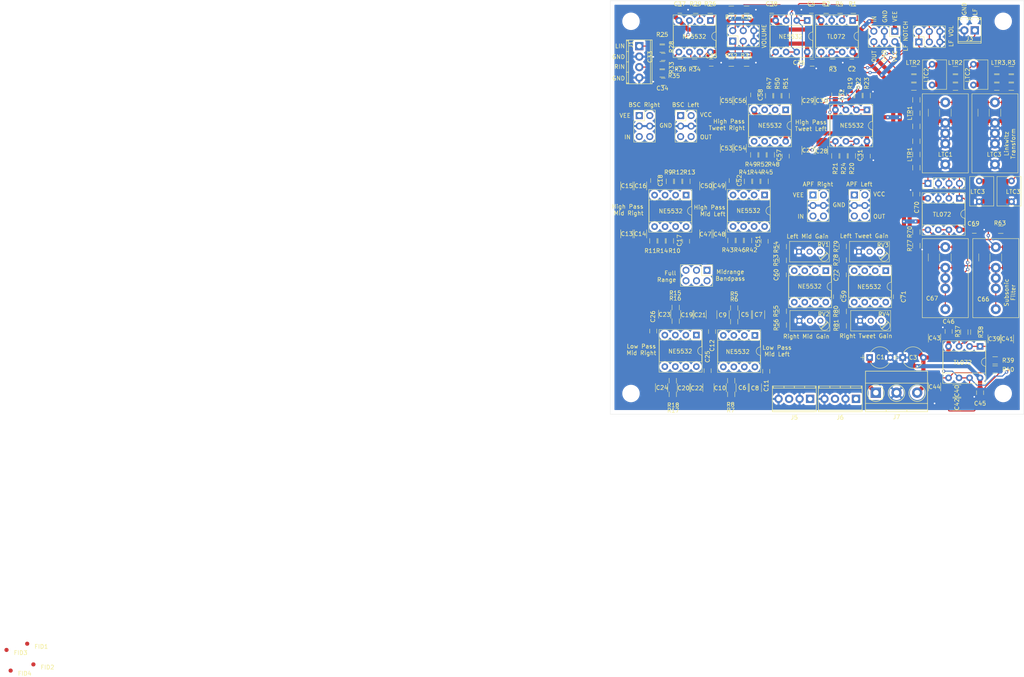
<source format=kicad_pcb>
(kicad_pcb (version 20171130) (host pcbnew 5.1.5+dfsg1-2build2)
  (layers (0 F.Cu signal) (31 B.Cu signal hide) (34 B.Paste user) (35 F.Paste user) (36 B.SilkS user) (37 F.SilkS user) (38 B.Mask user) (39 F.Mask user) (44 Edge.Cuts user))
  (net 0 "")
  (net 1 VCC)
  (net 2 GND)
  (net 3 VEE)
  (net 4 "/LP mid L/FB1")
  (net 5 "Net-(C5-Pad2)")
  (net 6 "Net-(C6-Pad2)")
  (net 7 "/mid gain/IN1")
  (net 8 "/LP mid L/VP1")
  (net 9 "/LP mid L/VP2")
  (net 10 "/HP mid R/FB1")
  (net 11 "Net-(C13-Pad1)")
  (net 12 "/HP mid R/VP2")
  (net 13 "/HP mid R/IN")
  (net 14 "Net-(C15-Pad1)")
  (net 15 "/HP mid R/VP1")
  (net 16 "/LP mid R/FB1")
  (net 17 "Net-(C19-Pad2)")
  (net 18 "/mid gain/IN2")
  (net 19 "Net-(C20-Pad2)")
  (net 20 "/LP mid R/VP1")
  (net 21 "/LP mid R/VP2")
  (net 22 "/HP tweet L/FB1")
  (net 23 "Net-(C27-Pad1)")
  (net 24 "/HP tweet L/VP2")
  (net 25 "Net-(C29-Pad1)")
  (net 26 "/BSC L/IN")
  (net 27 "/HP tweet L/VP1")
  (net 28 "Net-(C33-Pad1)")
  (net 29 "Net-(C34-Pad1)")
  (net 30 "Net-(C39-Pad2)")
  (net 31 "/LP sub/FB1")
  (net 32 "Net-(C40-Pad2)")
  (net 33 "/LP sub/OUT")
  (net 34 "/LP sub/VP1")
  (net 35 "/LP sub/VP2")
  (net 36 "Net-(C47-Pad1)")
  (net 37 "/HP mid L/FB1")
  (net 38 "/HP mid L/VP2")
  (net 39 "Net-(C49-Pad1)")
  (net 40 "/HP mid L/IN")
  (net 41 "/HP mid L/VP1")
  (net 42 "Net-(C53-Pad1)")
  (net 43 "/HP tweet R/FB1")
  (net 44 "/HP tweet R/VP2")
  (net 45 "Net-(C55-Pad1)")
  (net 46 "/BSC R/IN")
  (net 47 "/HP tweet R/VP1")
  (net 48 "Net-(C61-Pad1)")
  (net 49 /equaliser/VFB)
  (net 50 "Net-(C64-Pad2)")
  (net 51 "Net-(C65-Pad2)")
  (net 52 /equaliser/VO)
  (net 53 "Net-(C67-Pad1)")
  (net 54 "Net-(C68-Pad1)")
  (net 55 /inbuf/IN1)
  (net 56 /inbuf/IN2)
  (net 57 "Net-(J2-Pad3)")
  (net 58 "Net-(J3-Pad1)")
  (net 59 "/HP mid R/OUT")
  (net 60 "/HP mid L/OUT")
  (net 61 "/LP mid R/IN")
  (net 62 "/LP mid L/IN")
  (net 63 "/mid gain/OUT2")
  (net 64 "/mid gain/OUT1")
  (net 65 "/tweet gain/OUT1")
  (net 66 "/tweet gain/OUT2")
  (net 67 "/APF L/IN")
  (net 68 "/LP sub/IN")
  (net 69 "/APF R/IN")
  (net 70 /equaliser/IN)
  (net 71 "/tweet gain/IN1")
  (net 72 "/tweet gain/IN2")
  (net 73 /notch/IN)
  (net 74 "Net-(R1-Pad2)")
  (net 75 "Net-(R3-Pad2)")
  (net 76 "Net-(R11-Pad2)")
  (net 77 "Net-(R12-Pad2)")
  (net 78 "Net-(R21-Pad2)")
  (net 79 "Net-(R22-Pad2)")
  (net 80 "Net-(R26-Pad1)")
  (net 81 "Net-(R26-Pad2)")
  (net 82 "Net-(R32-Pad1)")
  (net 83 "Net-(R34-Pad2)")
  (net 84 "Net-(R43-Pad2)")
  (net 85 "Net-(R44-Pad2)")
  (net 86 "Net-(R49-Pad2)")
  (net 87 "Net-(R50-Pad2)")
  (net 88 "Net-(R53-Pad2)")
  (net 89 "Net-(R54-Pad1)")
  (net 90 "Net-(R55-Pad2)")
  (net 91 "Net-(R56-Pad1)")
  (net 92 "Net-(R57-Pad2)")
  (net 93 "Net-(R58-Pad2)")
  (net 94 "Net-(R59-Pad1)")
  (net 95 "Net-(R60-Pad1)")
  (net 96 "Net-(R64-Pad2)")
  (net 97 "Net-(R65-Pad2)")
  (net 98 "Net-(R66-Pad1)")
  (net 99 "Net-(R67-Pad1)")
  (net 100 "Net-(R70-Pad2)")
  (net 101 "Net-(R71-Pad2)")
  (net 102 "Net-(R72-Pad2)")
  (net 103 "Net-(R73-Pad1)")
  (net 104 "Net-(R74-Pad1)")
  (net 105 "Net-(R78-Pad2)")
  (net 106 "Net-(R79-Pad1)")
  (net 107 "Net-(R80-Pad2)")
  (net 108 "Net-(R81-Pad1)")
  (net 109 "Net-(J8-Pad1)")
  (net 110 "Net-(J8-Pad2)")
  (net 111 "Net-(J8-Pad3)")
  (net 112 "Net-(J8-Pad4)")
  (net 113 "Net-(C66-Pad2)")
  (module Housings_DIP:DIP-8_W7.62mm_Socket (layer F.Cu) (at 114.4 108.6 270)
    (fp_text reference U8 hide)
    (fp_text value NE5532)
    (pad 1 thru_hole rect (at 0 0 270) (size 1.6 1.6) (drill 0.8) (layers *.Cu *.Mask) (net 31 "/LP sub/FB1"))
    (pad 5 thru_hole oval (at 7.62 7.62 270) (size 1.6 1.6) (drill 0.8) (layers *.Cu *.Mask) (net 35 "/LP sub/VP2"))
    (pad 2 thru_hole oval (at 0 2.54 270) (size 1.6 1.6) (drill 0.8) (layers *.Cu *.Mask) (net 31 "/LP sub/FB1"))
    (pad 6 thru_hole oval (at 7.62 5.08 270) (size 1.6 1.6) (drill 0.8) (layers *.Cu *.Mask) (net 33 "/LP sub/OUT"))
    (pad 3 thru_hole oval (at 0 5.08 270) (size 1.6 1.6) (drill 0.8) (layers *.Cu *.Mask) (net 34 "/LP sub/VP1"))
    (pad 7 thru_hole oval (at 7.62 2.54 270) (size 1.6 1.6) (drill 0.8) (layers *.Cu *.Mask) (net 33 "/LP sub/OUT"))
    (pad 4 thru_hole oval (at 0 7.62 270) (size 1.6 1.6) (drill 0.8) (layers *.Cu *.Mask) (net 3 VEE))
    (pad 8 thru_hole oval (at 7.62 0 270) (size 1.6 1.6) (drill 0.8) (layers *.Cu *.Mask) (net 1 VCC))
  )
  (module Housings_DIP:DIP-8_W7.62mm_Socket (layer F.Cu) (at 91.6 90.3 270)
    (fp_text reference U13 hide)
    (fp_text value NE5532)
    (pad 1 thru_hole rect (at 0 0 270) (size 1.6 1.6) (drill 0.8) (layers *.Cu *.Mask) (net 105 "Net-(R78-Pad2)"))
    (pad 5 thru_hole oval (at 7.62 7.62 270) (size 1.6 1.6) (drill 0.8) (layers *.Cu *.Mask) (net 108 "Net-(R81-Pad1)"))
    (pad 2 thru_hole oval (at 0 2.54 270) (size 1.6 1.6) (drill 0.8) (layers *.Cu *.Mask) (net 105 "Net-(R78-Pad2)"))
    (pad 6 thru_hole oval (at 7.62 5.08 270) (size 1.6 1.6) (drill 0.8) (layers *.Cu *.Mask) (net 107 "Net-(R80-Pad2)"))
    (pad 3 thru_hole oval (at 0 5.08 270) (size 1.6 1.6) (drill 0.8) (layers *.Cu *.Mask) (net 106 "Net-(R79-Pad1)"))
    (pad 7 thru_hole oval (at 7.62 2.54 270) (size 1.6 1.6) (drill 0.8) (layers *.Cu *.Mask) (net 107 "Net-(R80-Pad2)"))
    (pad 4 thru_hole oval (at 0 7.62 270) (size 1.6 1.6) (drill 0.8) (layers *.Cu *.Mask) (net 3 VEE))
    (pad 8 thru_hole oval (at 7.62 0 270) (size 1.6 1.6) (drill 0.8) (layers *.Cu *.Mask) (net 1 VCC))
  )
  (module Housings_DIP:DIP-8_W7.62mm_Socket (layer F.Cu) (at 109.4 72.8 270)
    (fp_text reference U12 hide)
    (fp_text value NE5532)
    (pad 1 thru_hole rect (at 0 0 270) (size 1.6 1.6) (drill 0.8) (layers *.Cu *.Mask) (net 52 /equaliser/VO))
    (pad 5 thru_hole oval (at 7.62 7.62 270) (size 1.6 1.6) (drill 0.8) (layers *.Cu *.Mask) (net 53 "Net-(C67-Pad1)"))
    (pad 2 thru_hole oval (at 0 2.54 270) (size 1.6 1.6) (drill 0.8) (layers *.Cu *.Mask) (net 49 /equaliser/VFB))
    (pad 6 thru_hole oval (at 7.62 5.08 270) (size 1.6 1.6) (drill 0.8) (layers *.Cu *.Mask) (net 68 "/LP sub/IN"))
    (pad 3 thru_hole oval (at 0 5.08 270) (size 1.6 1.6) (drill 0.8) (layers *.Cu *.Mask) (net 2 GND))
    (pad 7 thru_hole oval (at 7.62 2.54 270) (size 1.6 1.6) (drill 0.8) (layers *.Cu *.Mask) (net 68 "/LP sub/IN"))
    (pad 4 thru_hole oval (at 0 7.62 270) (size 1.6 1.6) (drill 0.8) (layers *.Cu *.Mask) (net 3 VEE))
    (pad 8 thru_hole oval (at 7.62 0 270) (size 1.6 1.6) (drill 0.8) (layers *.Cu *.Mask) (net 1 VCC))
  )
  (module Housings_DIP:DIP-8_W7.62mm_Socket (layer F.Cu) (at 77.1 90.3 270)
    (fp_text reference U11 hide)
    (fp_text value NE5532)
    (pad 1 thru_hole rect (at 0 0 270) (size 1.6 1.6) (drill 0.8) (layers *.Cu *.Mask) (net 88 "Net-(R53-Pad2)"))
    (pad 5 thru_hole oval (at 7.62 7.62 270) (size 1.6 1.6) (drill 0.8) (layers *.Cu *.Mask) (net 91 "Net-(R56-Pad1)"))
    (pad 2 thru_hole oval (at 0 2.54 270) (size 1.6 1.6) (drill 0.8) (layers *.Cu *.Mask) (net 88 "Net-(R53-Pad2)"))
    (pad 6 thru_hole oval (at 7.62 5.08 270) (size 1.6 1.6) (drill 0.8) (layers *.Cu *.Mask) (net 90 "Net-(R55-Pad2)"))
    (pad 3 thru_hole oval (at 0 5.08 270) (size 1.6 1.6) (drill 0.8) (layers *.Cu *.Mask) (net 89 "Net-(R54-Pad1)"))
    (pad 7 thru_hole oval (at 7.62 2.54 270) (size 1.6 1.6) (drill 0.8) (layers *.Cu *.Mask) (net 90 "Net-(R55-Pad2)"))
    (pad 4 thru_hole oval (at 0 7.62 270) (size 1.6 1.6) (drill 0.8) (layers *.Cu *.Mask) (net 3 VEE))
    (pad 8 thru_hole oval (at 7.62 0 270) (size 1.6 1.6) (drill 0.8) (layers *.Cu *.Mask) (net 1 VCC))
  )
  (module Housings_DIP:DIP-8_W7.62mm_Socket (layer F.Cu) (at 67.4 51.4 270)
    (fp_text reference U10 hide)
    (fp_text value NE5532)
    (pad 1 thru_hole rect (at 0 0 270) (size 1.6 1.6) (drill 0.8) (layers *.Cu *.Mask) (net 43 "/HP tweet R/FB1"))
    (pad 5 thru_hole oval (at 7.62 7.62 270) (size 1.6 1.6) (drill 0.8) (layers *.Cu *.Mask) (net 44 "/HP tweet R/VP2"))
    (pad 2 thru_hole oval (at 0 2.54 270) (size 1.6 1.6) (drill 0.8) (layers *.Cu *.Mask) (net 43 "/HP tweet R/FB1"))
    (pad 6 thru_hole oval (at 7.62 5.08 270) (size 1.6 1.6) (drill 0.8) (layers *.Cu *.Mask) (net 69 "/APF R/IN"))
    (pad 3 thru_hole oval (at 0 5.08 270) (size 1.6 1.6) (drill 0.8) (layers *.Cu *.Mask) (net 47 "/HP tweet R/VP1"))
    (pad 7 thru_hole oval (at 7.62 2.54 270) (size 1.6 1.6) (drill 0.8) (layers *.Cu *.Mask) (net 69 "/APF R/IN"))
    (pad 4 thru_hole oval (at 0 7.62 270) (size 1.6 1.6) (drill 0.8) (layers *.Cu *.Mask) (net 3 VEE))
    (pad 8 thru_hole oval (at 7.62 0 270) (size 1.6 1.6) (drill 0.8) (layers *.Cu *.Mask) (net 1 VCC))
  )
  (module Housings_DIP:DIP-8_W7.62mm_Socket (layer F.Cu) (at 62.3 72 270)
    (fp_text reference U9 hide)
    (fp_text value NE5532)
    (pad 1 thru_hole rect (at 0 0 270) (size 1.6 1.6) (drill 0.8) (layers *.Cu *.Mask) (net 37 "/HP mid L/FB1"))
    (pad 5 thru_hole oval (at 7.62 7.62 270) (size 1.6 1.6) (drill 0.8) (layers *.Cu *.Mask) (net 38 "/HP mid L/VP2"))
    (pad 2 thru_hole oval (at 0 2.54 270) (size 1.6 1.6) (drill 0.8) (layers *.Cu *.Mask) (net 37 "/HP mid L/FB1"))
    (pad 6 thru_hole oval (at 7.62 5.08 270) (size 1.6 1.6) (drill 0.8) (layers *.Cu *.Mask) (net 60 "/HP mid L/OUT"))
    (pad 3 thru_hole oval (at 0 5.08 270) (size 1.6 1.6) (drill 0.8) (layers *.Cu *.Mask) (net 41 "/HP mid L/VP1"))
    (pad 7 thru_hole oval (at 7.62 2.54 270) (size 1.6 1.6) (drill 0.8) (layers *.Cu *.Mask) (net 60 "/HP mid L/OUT"))
    (pad 4 thru_hole oval (at 0 7.62 270) (size 1.6 1.6) (drill 0.8) (layers *.Cu *.Mask) (net 3 VEE))
    (pad 8 thru_hole oval (at 7.62 0 270) (size 1.6 1.6) (drill 0.8) (layers *.Cu *.Mask) (net 1 VCC))
  )
  (module Housings_DIP:DIP-8_W7.62mm_Socket (layer F.Cu) (at 72.6 29.8 270)
    (fp_text reference U7 hide)
    (fp_text value NE5532)
    (pad 1 thru_hole rect (at 0 0 270) (size 1.6 1.6) (drill 0.8) (layers *.Cu *.Mask) (net 26 "/BSC L/IN"))
    (pad 5 thru_hole oval (at 7.62 7.62 270) (size 1.6 1.6) (drill 0.8) (layers *.Cu *.Mask) (net 111 "Net-(J8-Pad3)"))
    (pad 2 thru_hole oval (at 0 2.54 270) (size 1.6 1.6) (drill 0.8) (layers *.Cu *.Mask) (net 26 "/BSC L/IN"))
    (pad 6 thru_hole oval (at 7.62 5.08 270) (size 1.6 1.6) (drill 0.8) (layers *.Cu *.Mask) (net 46 "/BSC R/IN"))
    (pad 3 thru_hole oval (at 0 5.08 270) (size 1.6 1.6) (drill 0.8) (layers *.Cu *.Mask) (net 112 "Net-(J8-Pad4)"))
    (pad 7 thru_hole oval (at 7.62 2.54 270) (size 1.6 1.6) (drill 0.8) (layers *.Cu *.Mask) (net 46 "/BSC R/IN"))
    (pad 4 thru_hole oval (at 0 7.62 270) (size 1.6 1.6) (drill 0.8) (layers *.Cu *.Mask) (net 3 VEE))
    (pad 8 thru_hole oval (at 7.62 0 270) (size 1.6 1.6) (drill 0.8) (layers *.Cu *.Mask) (net 1 VCC))
  )
  (module Housings_DIP:DIP-8_W7.62mm_Socket (layer F.Cu) (at 49.2 29.8 270)
    (fp_text reference U6 hide)
    (fp_text value NE5532)
    (pad 1 thru_hole rect (at 0 0 270) (size 1.6 1.6) (drill 0.8) (layers *.Cu *.Mask) (net 80 "Net-(R26-Pad1)"))
    (pad 5 thru_hole oval (at 7.62 7.62 270) (size 1.6 1.6) (drill 0.8) (layers *.Cu *.Mask) (net 29 "Net-(C34-Pad1)"))
    (pad 2 thru_hole oval (at 0 2.54 270) (size 1.6 1.6) (drill 0.8) (layers *.Cu *.Mask) (net 81 "Net-(R26-Pad2)"))
    (pad 6 thru_hole oval (at 7.62 5.08 270) (size 1.6 1.6) (drill 0.8) (layers *.Cu *.Mask) (net 83 "Net-(R34-Pad2)"))
    (pad 3 thru_hole oval (at 0 5.08 270) (size 1.6 1.6) (drill 0.8) (layers *.Cu *.Mask) (net 28 "Net-(C33-Pad1)"))
    (pad 7 thru_hole oval (at 7.62 2.54 270) (size 1.6 1.6) (drill 0.8) (layers *.Cu *.Mask) (net 82 "Net-(R32-Pad1)"))
    (pad 4 thru_hole oval (at 0 7.62 270) (size 1.6 1.6) (drill 0.8) (layers *.Cu *.Mask) (net 3 VEE))
    (pad 8 thru_hole oval (at 7.62 0 270) (size 1.6 1.6) (drill 0.8) (layers *.Cu *.Mask) (net 1 VCC))
  )
  (module Housings_DIP:DIP-8_W7.62mm_Socket (layer F.Cu) (at 87.05 51.405 270)
    (fp_text reference U5 hide)
    (fp_text value NE5532)
    (pad 1 thru_hole rect (at 0 0 270) (size 1.6 1.6) (drill 0.8) (layers *.Cu *.Mask) (net 22 "/HP tweet L/FB1"))
    (pad 5 thru_hole oval (at 7.62 7.62 270) (size 1.6 1.6) (drill 0.8) (layers *.Cu *.Mask) (net 24 "/HP tweet L/VP2"))
    (pad 2 thru_hole oval (at 0 2.54 270) (size 1.6 1.6) (drill 0.8) (layers *.Cu *.Mask) (net 22 "/HP tweet L/FB1"))
    (pad 6 thru_hole oval (at 7.62 5.08 270) (size 1.6 1.6) (drill 0.8) (layers *.Cu *.Mask) (net 67 "/APF L/IN"))
    (pad 3 thru_hole oval (at 0 5.08 270) (size 1.6 1.6) (drill 0.8) (layers *.Cu *.Mask) (net 27 "/HP tweet L/VP1"))
    (pad 7 thru_hole oval (at 7.62 2.54 270) (size 1.6 1.6) (drill 0.8) (layers *.Cu *.Mask) (net 67 "/APF L/IN"))
    (pad 4 thru_hole oval (at 0 7.62 270) (size 1.6 1.6) (drill 0.8) (layers *.Cu *.Mask) (net 3 VEE))
    (pad 8 thru_hole oval (at 7.62 0 270) (size 1.6 1.6) (drill 0.8) (layers *.Cu *.Mask) (net 1 VCC))
  )
  (module Housings_DIP:DIP-8_W7.62mm_Socket (layer F.Cu) (at 45.8 105.875 270)
    (fp_text reference U4 hide)
    (fp_text value NE5532)
    (pad 1 thru_hole rect (at 0 0 270) (size 1.6 1.6) (drill 0.8) (layers *.Cu *.Mask) (net 16 "/LP mid R/FB1"))
    (pad 5 thru_hole oval (at 7.62 7.62 270) (size 1.6 1.6) (drill 0.8) (layers *.Cu *.Mask) (net 21 "/LP mid R/VP2"))
    (pad 2 thru_hole oval (at 0 2.54 270) (size 1.6 1.6) (drill 0.8) (layers *.Cu *.Mask) (net 16 "/LP mid R/FB1"))
    (pad 6 thru_hole oval (at 7.62 5.08 270) (size 1.6 1.6) (drill 0.8) (layers *.Cu *.Mask) (net 18 "/mid gain/IN2"))
    (pad 3 thru_hole oval (at 0 5.08 270) (size 1.6 1.6) (drill 0.8) (layers *.Cu *.Mask) (net 20 "/LP mid R/VP1"))
    (pad 7 thru_hole oval (at 7.62 2.54 270) (size 1.6 1.6) (drill 0.8) (layers *.Cu *.Mask) (net 18 "/mid gain/IN2"))
    (pad 4 thru_hole oval (at 0 7.62 270) (size 1.6 1.6) (drill 0.8) (layers *.Cu *.Mask) (net 3 VEE))
    (pad 8 thru_hole oval (at 7.62 0 270) (size 1.6 1.6) (drill 0.8) (layers *.Cu *.Mask) (net 1 VCC))
  )
  (module Housings_DIP:DIP-8_W7.62mm_Socket (layer F.Cu) (at 43.32 72.025 270)
    (fp_text reference U3 hide)
    (fp_text value NE5532)
    (pad 1 thru_hole rect (at 0 0 270) (size 1.6 1.6) (drill 0.8) (layers *.Cu *.Mask) (net 10 "/HP mid R/FB1"))
    (pad 5 thru_hole oval (at 7.62 7.62 270) (size 1.6 1.6) (drill 0.8) (layers *.Cu *.Mask) (net 12 "/HP mid R/VP2"))
    (pad 2 thru_hole oval (at 0 2.54 270) (size 1.6 1.6) (drill 0.8) (layers *.Cu *.Mask) (net 10 "/HP mid R/FB1"))
    (pad 6 thru_hole oval (at 7.62 5.08 270) (size 1.6 1.6) (drill 0.8) (layers *.Cu *.Mask) (net 59 "/HP mid R/OUT"))
    (pad 3 thru_hole oval (at 0 5.08 270) (size 1.6 1.6) (drill 0.8) (layers *.Cu *.Mask) (net 15 "/HP mid R/VP1"))
    (pad 7 thru_hole oval (at 7.62 2.54 270) (size 1.6 1.6) (drill 0.8) (layers *.Cu *.Mask) (net 59 "/HP mid R/OUT"))
    (pad 4 thru_hole oval (at 0 7.62 270) (size 1.6 1.6) (drill 0.8) (layers *.Cu *.Mask) (net 3 VEE))
    (pad 8 thru_hole oval (at 7.62 0 270) (size 1.6 1.6) (drill 0.8) (layers *.Cu *.Mask) (net 1 VCC))
  )
  (module Housings_DIP:DIP-8_W7.62mm_Socket (layer F.Cu) (at 59.945 105.945 270)
    (fp_text reference U2 hide)
    (fp_text value NE5532)
    (pad 1 thru_hole rect (at 0 0 270) (size 1.6 1.6) (drill 0.8) (layers *.Cu *.Mask) (net 4 "/LP mid L/FB1"))
    (pad 5 thru_hole oval (at 7.62 7.62 270) (size 1.6 1.6) (drill 0.8) (layers *.Cu *.Mask) (net 9 "/LP mid L/VP2"))
    (pad 2 thru_hole oval (at 0 2.54 270) (size 1.6 1.6) (drill 0.8) (layers *.Cu *.Mask) (net 4 "/LP mid L/FB1"))
    (pad 6 thru_hole oval (at 7.62 5.08 270) (size 1.6 1.6) (drill 0.8) (layers *.Cu *.Mask) (net 7 "/mid gain/IN1"))
    (pad 3 thru_hole oval (at 0 5.08 270) (size 1.6 1.6) (drill 0.8) (layers *.Cu *.Mask) (net 8 "/LP mid L/VP1"))
    (pad 7 thru_hole oval (at 7.62 2.54 270) (size 1.6 1.6) (drill 0.8) (layers *.Cu *.Mask) (net 7 "/mid gain/IN1"))
    (pad 4 thru_hole oval (at 0 7.62 270) (size 1.6 1.6) (drill 0.8) (layers *.Cu *.Mask) (net 3 VEE))
    (pad 8 thru_hole oval (at 7.62 0 270) (size 1.6 1.6) (drill 0.8) (layers *.Cu *.Mask) (net 1 VCC))
  )
  (module Housings_DIP:DIP-8_W7.62mm_Socket (layer F.Cu) (at 83.6 29.8 270)
    (fp_text reference U1 hide)
    (fp_text value NE5532)
    (pad 1 thru_hole rect (at 0 0 270) (size 1.6 1.6) (drill 0.8) (layers *.Cu *.Mask) (net 73 /notch/IN))
    (pad 5 thru_hole oval (at 7.62 7.62 270) (size 1.6 1.6) (drill 0.8) (layers *.Cu *.Mask) (net 57 "Net-(J2-Pad3)"))
    (pad 2 thru_hole oval (at 0 2.54 270) (size 1.6 1.6) (drill 0.8) (layers *.Cu *.Mask) (net 74 "Net-(R1-Pad2)"))
    (pad 6 thru_hole oval (at 7.62 5.08 270) (size 1.6 1.6) (drill 0.8) (layers *.Cu *.Mask) (net 75 "Net-(R3-Pad2)"))
    (pad 3 thru_hole oval (at 0 5.08 270) (size 1.6 1.6) (drill 0.8) (layers *.Cu *.Mask) (net 2 GND))
    (pad 7 thru_hole oval (at 7.62 2.54 270) (size 1.6 1.6) (drill 0.8) (layers *.Cu *.Mask) (net 75 "Net-(R3-Pad2)"))
    (pad 4 thru_hole oval (at 0 7.62 270) (size 1.6 1.6) (drill 0.8) (layers *.Cu *.Mask) (net 3 VEE))
    (pad 8 thru_hole oval (at 7.62 0 270) (size 1.6 1.6) (drill 0.8) (layers *.Cu *.Mask) (net 1 VCC))
  )
  (module Potentiometers:Potentiometer_Trimmer_Bourns_3296W (layer F.Cu) (at 90.48 102.4)
    (fp_text reference RV4 (at 0.7 -1.6) (layer F.SilkS))
    (fp_text value 20k)
    (pad 1 thru_hole circle (at 0 0) (size 1.44 1.44) (drill 0.8) (layers *.Cu *.Mask) (net 72 "/tweet gain/IN2"))
    (pad 2 thru_hole circle (at -2.54 0) (size 1.44 1.44) (drill 0.8) (layers *.Cu *.Mask) (net 108 "Net-(R81-Pad1)"))
    (pad 3 thru_hole circle (at -5.08 0) (size 1.44 1.44) (drill 0.8) (layers *.Cu *.Mask) (net 2 GND))
  )
  (module Potentiometers:Potentiometer_Trimmer_Bourns_3296W (layer F.Cu) (at 90.2 85.7)
    (fp_text reference RV3 (at 0.7 -1.6) (layer F.SilkS))
    (fp_text value 20k)
    (pad 1 thru_hole circle (at 0 0) (size 1.44 1.44) (drill 0.8) (layers *.Cu *.Mask) (net 71 "/tweet gain/IN1"))
    (pad 2 thru_hole circle (at -2.54 0) (size 1.44 1.44) (drill 0.8) (layers *.Cu *.Mask) (net 106 "Net-(R79-Pad1)"))
    (pad 3 thru_hole circle (at -5.08 0) (size 1.44 1.44) (drill 0.8) (layers *.Cu *.Mask) (net 2 GND))
  )
  (module Potentiometers:Potentiometer_Trimmer_Bourns_3296W (layer F.Cu) (at 75.8 102.4)
    (fp_text reference RV2 (at 0.8 -1.6) (layer F.SilkS))
    (fp_text value 20k)
    (pad 1 thru_hole circle (at 0 0) (size 1.44 1.44) (drill 0.8) (layers *.Cu *.Mask) (net 18 "/mid gain/IN2"))
    (pad 2 thru_hole circle (at -2.54 0) (size 1.44 1.44) (drill 0.8) (layers *.Cu *.Mask) (net 91 "Net-(R56-Pad1)"))
    (pad 3 thru_hole circle (at -5.08 0) (size 1.44 1.44) (drill 0.8) (layers *.Cu *.Mask) (net 2 GND))
  )
  (module Potentiometers:Potentiometer_Trimmer_Bourns_3296W (layer F.Cu) (at 75.7 85.7)
    (fp_text reference RV1 (at 0.8 -1.7) (layer F.SilkS))
    (fp_text value 20k)
    (pad 1 thru_hole circle (at 0 0) (size 1.44 1.44) (drill 0.8) (layers *.Cu *.Mask) (net 7 "/mid gain/IN1"))
    (pad 2 thru_hole circle (at -2.54 0) (size 1.44 1.44) (drill 0.8) (layers *.Cu *.Mask) (net 89 "Net-(R54-Pad1)"))
    (pad 3 thru_hole circle (at -5.08 0) (size 1.44 1.44) (drill 0.8) (layers *.Cu *.Mask) (net 2 GND))
  )
  (module Resistors_SMD:R_0805 (layer F.Cu) (at 81.2 103.65 270)
    (fp_text reference R81 (at -0.15 1.6 90) (layer F.SilkS))
    (fp_text value 10k)
    (pad 1 smd rect (at -0.95 0 270) (size 0.7 1.3) (layers F.Cu F.Paste F.Mask) (net 108 "Net-(R81-Pad1)"))
    (pad 2 smd rect (at 0.95 0 270) (size 0.7 1.3) (layers F.Cu F.Paste F.Mask) (net 2 GND))
  )
  (module Resistors_SMD:R_0805 (layer F.Cu) (at 81.2 100.15 90)
    (fp_text reference R80 (at 0 -1.65 90) (layer F.SilkS))
    (fp_text value 100)
    (pad 1 smd rect (at -0.95 0 90) (size 0.7 1.3) (layers F.Cu F.Paste F.Mask) (net 66 "/tweet gain/OUT2"))
    (pad 2 smd rect (at 0.95 0 90) (size 0.7 1.3) (layers F.Cu F.Paste F.Mask) (net 107 "Net-(R80-Pad2)"))
  )
  (module Resistors_SMD:R_0805 (layer F.Cu) (at 81.2 84.45 270)
    (fp_text reference R79 (at 0 1.6 90) (layer F.SilkS))
    (fp_text value 10k)
    (pad 1 smd rect (at -0.95 0 270) (size 0.7 1.3) (layers F.Cu F.Paste F.Mask) (net 106 "Net-(R79-Pad1)"))
    (pad 2 smd rect (at 0.95 0 270) (size 0.7 1.3) (layers F.Cu F.Paste F.Mask) (net 2 GND))
  )
  (module Resistors_SMD:R_0805 (layer F.Cu) (at 81.2 87.75 90)
    (fp_text reference R78 (at 0 -1.65 90) (layer F.SilkS))
    (fp_text value 100)
    (pad 1 smd rect (at -0.95 0 90) (size 0.7 1.3) (layers F.Cu F.Paste F.Mask) (net 65 "/tweet gain/OUT1"))
    (pad 2 smd rect (at 0.95 0 90) (size 0.7 1.3) (layers F.Cu F.Paste F.Mask) (net 105 "Net-(R78-Pad2)"))
  )
  (module Resistors_SMD:R_0805 (layer F.Cu) (at 99 84.25 270)
    (fp_text reference R77 (at 0 1.6 90) (layer F.SilkS))
    (fp_text value 39k)
    (pad 1 smd rect (at -0.95 0 270) (size 0.7 1.3) (layers F.Cu F.Paste F.Mask) (net 100 "Net-(R70-Pad2)"))
    (pad 2 smd rect (at 0.95 0 270) (size 0.7 1.3) (layers F.Cu F.Paste F.Mask) (net 2 GND))
  )
  (module Resistors_SMD:R_0805 (layer F.Cu) (at 99 59 90)
    (fp_text reference R76 hide)
    (fp_text value R1)
    (pad 1 smd rect (at -0.95 0 90) (size 0.7 1.3) (layers F.Cu F.Paste F.Mask) (net 104 "Net-(R74-Pad1)"))
    (pad 2 smd rect (at 0.95 0 90) (size 0.7 1.3) (layers F.Cu F.Paste F.Mask) (net 54 "Net-(C68-Pad1)"))
  )
  (module Resistors_SMD:R_0805 (layer F.Cu) (at 99 49 90)
    (fp_text reference R75 hide)
    (fp_text value R1)
    (pad 1 smd rect (at -0.95 0 90) (size 0.7 1.3) (layers F.Cu F.Paste F.Mask) (net 103 "Net-(R73-Pad1)"))
    (pad 2 smd rect (at 0.95 0 90) (size 0.7 1.3) (layers F.Cu F.Paste F.Mask) (net 70 /equaliser/IN))
  )
  (module Resistors_SMD:R_0805 (layer F.Cu) (at 99 62.2 270)
    (fp_text reference R74 hide)
    (fp_text value R1)
    (pad 1 smd rect (at -0.95 0 270) (size 0.7 1.3) (layers F.Cu F.Paste F.Mask) (net 104 "Net-(R74-Pad1)"))
    (pad 2 smd rect (at 0.95 0 270) (size 0.7 1.3) (layers F.Cu F.Paste F.Mask) (net 102 "Net-(R72-Pad2)"))
  )
  (module Resistors_SMD:R_0805 (layer F.Cu) (at 99 52.2 270)
    (fp_text reference R73 hide)
    (fp_text value R1)
    (pad 1 smd rect (at -0.95 0 270) (size 0.7 1.3) (layers F.Cu F.Paste F.Mask) (net 103 "Net-(R73-Pad1)"))
    (pad 2 smd rect (at 0.95 0 270) (size 0.7 1.3) (layers F.Cu F.Paste F.Mask) (net 101 "Net-(R71-Pad2)"))
  )
  (module Resistors_SMD:R_0805 (layer F.Cu) (at 99 65.4 90)
    (fp_text reference R72 hide)
    (fp_text value R1)
    (pad 1 smd rect (at -0.95 0 90) (size 0.7 1.3) (layers F.Cu F.Paste F.Mask) (net 49 /equaliser/VFB))
    (pad 2 smd rect (at 0.95 0 90) (size 0.7 1.3) (layers F.Cu F.Paste F.Mask) (net 102 "Net-(R72-Pad2)"))
  )
  (module Resistors_SMD:R_0805 (layer F.Cu) (at 99 55.4 90)
    (fp_text reference R71 hide)
    (fp_text value R1)
    (pad 1 smd rect (at -0.95 0 90) (size 0.7 1.3) (layers F.Cu F.Paste F.Mask) (net 54 "Net-(C68-Pad1)"))
    (pad 2 smd rect (at 0.95 0 90) (size 0.7 1.3) (layers F.Cu F.Paste F.Mask) (net 101 "Net-(R71-Pad2)"))
  )
  (module Resistors_SMD:R_0805 (layer F.Cu) (at 99 80.95 270)
    (fp_text reference R70 (at 0 1.6 90) (layer F.SilkS))
    (fp_text value 39k)
    (pad 1 smd rect (at -0.95 0 270) (size 0.7 1.3) (layers F.Cu F.Paste F.Mask) (net 53 "Net-(C67-Pad1)"))
    (pad 2 smd rect (at 0.95 0 270) (size 0.7 1.3) (layers F.Cu F.Paste F.Mask) (net 100 "Net-(R70-Pad2)"))
  )
  (module Resistors_SMD:R_0805 (layer F.Cu) (at 108.45 45.8 180)
    (fp_text reference R69 hide)
    (fp_text value R2)
    (pad 1 smd rect (at -0.95 0 180) (size 0.7 1.3) (layers F.Cu F.Paste F.Mask) (net 99 "Net-(R67-Pad1)"))
    (pad 2 smd rect (at 0.95 0 180) (size 0.7 1.3) (layers F.Cu F.Paste F.Mask) (net 49 /equaliser/VFB))
  )
  (module Resistors_SMD:R_0805 (layer F.Cu) (at 98.4 45.8 180)
    (fp_text reference R68 hide)
    (fp_text value R2)
    (pad 1 smd rect (at -0.95 0 180) (size 0.7 1.3) (layers F.Cu F.Paste F.Mask) (net 98 "Net-(R66-Pad1)"))
    (pad 2 smd rect (at 0.95 0 180) (size 0.7 1.3) (layers F.Cu F.Paste F.Mask) (net 70 /equaliser/IN))
  )
  (module Resistors_SMD:R_0805 (layer F.Cu) (at 108.45 43.8 180)
    (fp_text reference R67 hide)
    (fp_text value R2)
    (pad 1 smd rect (at -0.95 0 180) (size 0.7 1.3) (layers F.Cu F.Paste F.Mask) (net 99 "Net-(R67-Pad1)"))
    (pad 2 smd rect (at 0.95 0 180) (size 0.7 1.3) (layers F.Cu F.Paste F.Mask) (net 97 "Net-(R65-Pad2)"))
  )
  (module Resistors_SMD:R_0805 (layer F.Cu) (at 98.4 43.8 180)
    (fp_text reference R66 hide)
    (fp_text value R2)
    (pad 1 smd rect (at -0.95 0 180) (size 0.7 1.3) (layers F.Cu F.Paste F.Mask) (net 98 "Net-(R66-Pad1)"))
    (pad 2 smd rect (at 0.95 0 180) (size 0.7 1.3) (layers F.Cu F.Paste F.Mask) (net 96 "Net-(R64-Pad2)"))
  )
  (module Resistors_SMD:R_0805 (layer F.Cu) (at 108.45 41.8 180)
    (fp_text reference R65 hide)
    (fp_text value R2)
    (pad 1 smd rect (at -0.95 0 180) (size 0.7 1.3) (layers F.Cu F.Paste F.Mask) (net 51 "Net-(C65-Pad2)"))
    (pad 2 smd rect (at 0.95 0 180) (size 0.7 1.3) (layers F.Cu F.Paste F.Mask) (net 97 "Net-(R65-Pad2)"))
  )
  (module Resistors_SMD:R_0805 (layer F.Cu) (at 98.4 41.8 180)
    (fp_text reference R64 hide)
    (fp_text value R2)
    (pad 1 smd rect (at -0.95 0 180) (size 0.7 1.3) (layers F.Cu F.Paste F.Mask) (net 50 "Net-(C64-Pad2)"))
    (pad 2 smd rect (at 0.95 0 180) (size 0.7 1.3) (layers F.Cu F.Paste F.Mask) (net 96 "Net-(R64-Pad2)"))
  )
  (module Resistors_SMD:R_0805 (layer F.Cu) (at 119.4 80.4)
    (fp_text reference R63 (at -0.2 -1.6 180) (layer F.SilkS))
    (fp_text value 39k)
    (pad 1 smd rect (at -0.95 0) (size 0.7 1.3) (layers F.Cu F.Paste F.Mask) (net 68 "/LP sub/IN"))
    (pad 2 smd rect (at 0.95 0) (size 0.7 1.3) (layers F.Cu F.Paste F.Mask) (net 113 "Net-(C66-Pad2)"))
  )
  (module Resistors_SMD:R_0805 (layer F.Cu) (at 121.95 45.8 180)
    (fp_text reference R62 hide)
    (fp_text value R3)
    (pad 1 smd rect (at -0.95 0 180) (size 0.7 1.3) (layers F.Cu F.Paste F.Mask) (net 95 "Net-(R60-Pad1)"))
    (pad 2 smd rect (at 0.95 0 180) (size 0.7 1.3) (layers F.Cu F.Paste F.Mask) (net 48 "Net-(C61-Pad1)"))
  )
  (module Resistors_SMD:R_0805 (layer F.Cu) (at 118.45 41.8 180)
    (fp_text reference R61 hide)
    (fp_text value R3)
    (pad 1 smd rect (at -0.95 0 180) (size 0.7 1.3) (layers F.Cu F.Paste F.Mask) (net 94 "Net-(R59-Pad1)"))
    (pad 2 smd rect (at 0.95 0 180) (size 0.7 1.3) (layers F.Cu F.Paste F.Mask) (net 49 /equaliser/VFB))
  )
  (module Resistors_SMD:R_0805 (layer F.Cu) (at 121.95 43.8 180)
    (fp_text reference R60 hide)
    (fp_text value R3)
    (pad 1 smd rect (at -0.95 0 180) (size 0.7 1.3) (layers F.Cu F.Paste F.Mask) (net 95 "Net-(R60-Pad1)"))
    (pad 2 smd rect (at 0.95 0 180) (size 0.7 1.3) (layers F.Cu F.Paste F.Mask) (net 93 "Net-(R58-Pad2)"))
  )
  (module Resistors_SMD:R_0805 (layer F.Cu) (at 118.45 43.8 180)
    (fp_text reference R59 hide)
    (fp_text value R3)
    (pad 1 smd rect (at -0.95 0 180) (size 0.7 1.3) (layers F.Cu F.Paste F.Mask) (net 94 "Net-(R59-Pad1)"))
    (pad 2 smd rect (at 0.95 0 180) (size 0.7 1.3) (layers F.Cu F.Paste F.Mask) (net 92 "Net-(R57-Pad2)"))
  )
  (module Resistors_SMD:R_0805 (layer F.Cu) (at 121.95 41.8 180)
    (fp_text reference R58 hide)
    (fp_text value R3)
    (pad 1 smd rect (at -0.95 0 180) (size 0.7 1.3) (layers F.Cu F.Paste F.Mask) (net 52 /equaliser/VO))
    (pad 2 smd rect (at 0.95 0 180) (size 0.7 1.3) (layers F.Cu F.Paste F.Mask) (net 93 "Net-(R58-Pad2)"))
  )
  (module Resistors_SMD:R_0805 (layer F.Cu) (at 118.45 45.8 180)
    (fp_text reference R57 hide)
    (fp_text value R3)
    (pad 1 smd rect (at -0.95 0 180) (size 0.7 1.3) (layers F.Cu F.Paste F.Mask) (net 48 "Net-(C61-Pad1)"))
    (pad 2 smd rect (at 0.95 0 180) (size 0.7 1.3) (layers F.Cu F.Paste F.Mask) (net 92 "Net-(R57-Pad2)"))
  )
  (module Resistors_SMD:R_0805 (layer F.Cu) (at 66.7 103.45 270)
    (fp_text reference R56 (at -0.05 1.6 90) (layer F.SilkS))
    (fp_text value 10k)
    (pad 1 smd rect (at -0.95 0 270) (size 0.7 1.3) (layers F.Cu F.Paste F.Mask) (net 91 "Net-(R56-Pad1)"))
    (pad 2 smd rect (at 0.95 0 270) (size 0.7 1.3) (layers F.Cu F.Paste F.Mask) (net 2 GND))
  )
  (module Resistors_SMD:R_0805 (layer F.Cu) (at 66.7 100.1 90)
    (fp_text reference R55 (at 0 -1.65 90) (layer F.SilkS))
    (fp_text value 100)
    (pad 1 smd rect (at -0.95 0 90) (size 0.7 1.3) (layers F.Cu F.Paste F.Mask) (net 63 "/mid gain/OUT2"))
    (pad 2 smd rect (at 0.95 0 90) (size 0.7 1.3) (layers F.Cu F.Paste F.Mask) (net 90 "Net-(R55-Pad2)"))
  )
  (module Resistors_SMD:R_0805 (layer F.Cu) (at 66.7 84.5 270)
    (fp_text reference R54 (at 0.1 1.6 90) (layer F.SilkS))
    (fp_text value 10k)
    (pad 1 smd rect (at -0.95 0 270) (size 0.7 1.3) (layers F.Cu F.Paste F.Mask) (net 89 "Net-(R54-Pad1)"))
    (pad 2 smd rect (at 0.95 0 270) (size 0.7 1.3) (layers F.Cu F.Paste F.Mask) (net 2 GND))
  )
  (module Resistors_SMD:R_0805 (layer F.Cu) (at 66.7 87.8 90)
    (fp_text reference R53 (at 0 -1.65 90) (layer F.SilkS))
    (fp_text value 100)
    (pad 1 smd rect (at -0.95 0 90) (size 0.7 1.3) (layers F.Cu F.Paste F.Mask) (net 64 "/mid gain/OUT1"))
    (pad 2 smd rect (at 0.95 0 90) (size 0.7 1.3) (layers F.Cu F.Paste F.Mask) (net 88 "Net-(R53-Pad2)"))
  )
  (module Resistors_SMD:R_0805 (layer F.Cu) (at 61.8 62.3 90)
    (fp_text reference R52 (at -2.3 0 180) (layer F.SilkS))
    (fp_text value R)
    (pad 1 smd rect (at -0.95 0 90) (size 0.7 1.3) (layers F.Cu F.Paste F.Mask) (net 86 "Net-(R49-Pad2)"))
    (pad 2 smd rect (at 0.95 0 90) (size 0.7 1.3) (layers F.Cu F.Paste F.Mask) (net 2 GND))
  )
  (module Resistors_SMD:R_0805 (layer F.Cu) (at 67.4 48 90)
    (fp_text reference R51 (at 3 0 90) (layer F.SilkS))
    (fp_text value R)
    (pad 1 smd rect (at -0.95 0 90) (size 0.7 1.3) (layers F.Cu F.Paste F.Mask) (net 87 "Net-(R50-Pad2)"))
    (pad 2 smd rect (at 0.95 0 90) (size 0.7 1.3) (layers F.Cu F.Paste F.Mask) (net 2 GND))
  )
  (module Resistors_SMD:R_0805 (layer F.Cu) (at 65.4 48 270)
    (fp_text reference R50 (at -3 0 90) (layer F.SilkS))
    (fp_text value R)
    (pad 1 smd rect (at -0.95 0 270) (size 0.7 1.3) (layers F.Cu F.Paste F.Mask) (net 47 "/HP tweet R/VP1"))
    (pad 2 smd rect (at 0.95 0 270) (size 0.7 1.3) (layers F.Cu F.Paste F.Mask) (net 87 "Net-(R50-Pad2)"))
  )
  (module Resistors_SMD:R_0805 (layer F.Cu) (at 59.8 62.3 270)
    (fp_text reference R49 (at 2.3 0.8 180) (layer F.SilkS))
    (fp_text value R)
    (pad 1 smd rect (at -0.95 0 270) (size 0.7 1.3) (layers F.Cu F.Paste F.Mask) (net 44 "/HP tweet R/VP2"))
    (pad 2 smd rect (at 0.95 0 270) (size 0.7 1.3) (layers F.Cu F.Paste F.Mask) (net 86 "Net-(R49-Pad2)"))
  )
  (module Resistors_SMD:R_0805 (layer F.Cu) (at 63.8 62.3 270)
    (fp_text reference R48 (at 2.3 -0.7 180) (layer F.SilkS))
    (fp_text value R)
    (pad 1 smd rect (at -0.95 0 270) (size 0.7 1.3) (layers F.Cu F.Paste F.Mask) (net 69 "/APF R/IN"))
    (pad 2 smd rect (at 0.95 0 270) (size 0.7 1.3) (layers F.Cu F.Paste F.Mask) (net 42 "Net-(C53-Pad1)"))
  )
  (module Resistors_SMD:R_0805 (layer F.Cu) (at 63.4 48 90)
    (fp_text reference R47 (at 3 0 90) (layer F.SilkS))
    (fp_text value R)
    (pad 1 smd rect (at -0.95 0 90) (size 0.7 1.3) (layers F.Cu F.Paste F.Mask) (net 43 "/HP tweet R/FB1"))
    (pad 2 smd rect (at 0.95 0 90) (size 0.7 1.3) (layers F.Cu F.Paste F.Mask) (net 45 "Net-(C55-Pad1)"))
  )
  (module Resistors_SMD:R_0805 (layer F.Cu) (at 56.3 83 90)
    (fp_text reference R46 (at -2.3 0 180) (layer F.SilkS))
    (fp_text value R)
    (pad 1 smd rect (at -0.95 0 90) (size 0.7 1.3) (layers F.Cu F.Paste F.Mask) (net 84 "Net-(R43-Pad2)"))
    (pad 2 smd rect (at 0.95 0 90) (size 0.7 1.3) (layers F.Cu F.Paste F.Mask) (net 2 GND))
  )
  (module Resistors_SMD:R_0805 (layer F.Cu) (at 62.3 68.7 90)
    (fp_text reference R45 (at 2.2 0.6 180) (layer F.SilkS))
    (fp_text value R)
    (pad 1 smd rect (at -0.95 0 90) (size 0.7 1.3) (layers F.Cu F.Paste F.Mask) (net 85 "Net-(R44-Pad2)"))
    (pad 2 smd rect (at 0.95 0 90) (size 0.7 1.3) (layers F.Cu F.Paste F.Mask) (net 2 GND))
  )
  (module Resistors_SMD:R_0805 (layer F.Cu) (at 60.3 68.7 270)
    (fp_text reference R44 (at -2.2 0.1 180) (layer F.SilkS))
    (fp_text value R)
    (pad 1 smd rect (at -0.95 0 270) (size 0.7 1.3) (layers F.Cu F.Paste F.Mask) (net 41 "/HP mid L/VP1"))
    (pad 2 smd rect (at 0.95 0 270) (size 0.7 1.3) (layers F.Cu F.Paste F.Mask) (net 85 "Net-(R44-Pad2)"))
  )
  (module Resistors_SMD:R_0805 (layer F.Cu) (at 54.3 83 270)
    (fp_text reference R43 (at 2.3 0.9 180) (layer F.SilkS))
    (fp_text value R)
    (pad 1 smd rect (at -0.95 0 270) (size 0.7 1.3) (layers F.Cu F.Paste F.Mask) (net 38 "/HP mid L/VP2"))
    (pad 2 smd rect (at 0.95 0 270) (size 0.7 1.3) (layers F.Cu F.Paste F.Mask) (net 84 "Net-(R43-Pad2)"))
  )
  (module Resistors_SMD:R_0805 (layer F.Cu) (at 58.3 83 270)
    (fp_text reference R42 (at 2.3 -0.8 180) (layer F.SilkS))
    (fp_text value R)
    (pad 1 smd rect (at -0.95 0 270) (size 0.7 1.3) (layers F.Cu F.Paste F.Mask) (net 60 "/HP mid L/OUT"))
    (pad 2 smd rect (at 0.95 0 270) (size 0.7 1.3) (layers F.Cu F.Paste F.Mask) (net 36 "Net-(C47-Pad1)"))
  )
  (module Resistors_SMD:R_0805 (layer F.Cu) (at 58.3 68.7 90)
    (fp_text reference R41 (at 2.2 -0.8 180) (layer F.SilkS))
    (fp_text value R)
    (pad 1 smd rect (at -0.95 0 90) (size 0.7 1.3) (layers F.Cu F.Paste F.Mask) (net 37 "/HP mid L/FB1"))
    (pad 2 smd rect (at 0.95 0 90) (size 0.7 1.3) (layers F.Cu F.Paste F.Mask) (net 39 "Net-(C49-Pad1)"))
  )
  (module Resistors_SMD:R_0805 (layer F.Cu) (at 118.05 114.2)
    (fp_text reference R40 (at 3.15 0) (layer F.SilkS))
    (fp_text value R)
    (pad 1 smd rect (at -0.95 0) (size 0.7 1.3) (layers F.Cu F.Paste F.Mask) (net 35 "/LP sub/VP2"))
    (pad 2 smd rect (at 0.95 0) (size 0.7 1.3) (layers F.Cu F.Paste F.Mask) (net 32 "Net-(C40-Pad2)"))
  )
  (module Resistors_SMD:R_0805 (layer F.Cu) (at 118.05 112)
    (fp_text reference R39 (at 3.15 0) (layer F.SilkS))
    (fp_text value R)
    (pad 1 smd rect (at -0.95 0) (size 0.7 1.3) (layers F.Cu F.Paste F.Mask) (net 32 "Net-(C40-Pad2)"))
    (pad 2 smd rect (at 0.95 0) (size 0.7 1.3) (layers F.Cu F.Paste F.Mask) (net 31 "/LP sub/FB1"))
  )
  (module Resistors_SMD:R_0805 (layer F.Cu) (at 113 105.15 90)
    (fp_text reference R38 (at 0 1.6 90) (layer F.SilkS))
    (fp_text value R)
    (pad 1 smd rect (at -0.95 0 90) (size 0.7 1.3) (layers F.Cu F.Paste F.Mask) (net 34 "/LP sub/VP1"))
    (pad 2 smd rect (at 0.95 0 90) (size 0.7 1.3) (layers F.Cu F.Paste F.Mask) (net 30 "Net-(C39-Pad2)"))
  )
  (module Resistors_SMD:R_0805 (layer F.Cu) (at 110.6 105.15 270)
    (fp_text reference R37 (at -0.15 1.6 90) (layer F.SilkS))
    (fp_text value R)
    (pad 1 smd rect (at -0.95 0 270) (size 0.7 1.3) (layers F.Cu F.Paste F.Mask) (net 30 "Net-(C39-Pad2)"))
    (pad 2 smd rect (at 0.95 0 270) (size 0.7 1.3) (layers F.Cu F.Paste F.Mask) (net 68 "/LP sub/IN"))
  )
  (module Resistors_SMD:R_0805 (layer F.Cu) (at 41.95 40)
    (fp_text reference R36 (at 0 1.6) (layer F.SilkS))
    (fp_text value 2k2)
    (pad 1 smd rect (at -0.95 0) (size 0.7 1.3) (layers F.Cu F.Paste F.Mask) (net 2 GND))
    (pad 2 smd rect (at 0.95 0) (size 0.7 1.3) (layers F.Cu F.Paste F.Mask) (net 83 "Net-(R34-Pad2)"))
  )
  (module Resistors_SMD:R_0805 (layer F.Cu) (at 37.55 42.6 180)
    (fp_text reference R35 (at -2.85 -0.6) (layer F.SilkS))
    (fp_text value 33k)
    (pad 1 smd rect (at -0.95 0 180) (size 0.7 1.3) (layers F.Cu F.Paste F.Mask) (net 29 "Net-(C34-Pad1)"))
    (pad 2 smd rect (at 0.95 0 180) (size 0.7 1.3) (layers F.Cu F.Paste F.Mask) (net 2 GND))
  )
  (module Resistors_SMD:R_0805 (layer F.Cu) (at 45.4 40 180)
    (fp_text reference R34 (at 0 -1.6) (layer F.SilkS))
    (fp_text value 4k7)
    (pad 1 smd rect (at -0.95 0 180) (size 0.7 1.3) (layers F.Cu F.Paste F.Mask) (net 82 "Net-(R32-Pad1)"))
    (pad 2 smd rect (at 0.95 0 180) (size 0.7 1.3) (layers F.Cu F.Paste F.Mask) (net 83 "Net-(R34-Pad2)"))
  )
  (module Resistors_SMD:R_0805 (layer F.Cu) (at 37.55 40.6 180)
    (fp_text reference R33 (at -2.25 -0.6 90) (layer F.SilkS))
    (fp_text value 1k)
    (pad 1 smd rect (at -0.95 0 180) (size 0.7 1.3) (layers F.Cu F.Paste F.Mask) (net 29 "Net-(C34-Pad1)"))
    (pad 2 smd rect (at 0.95 0 180) (size 0.7 1.3) (layers F.Cu F.Paste F.Mask) (net 56 /inbuf/IN2))
  )
  (module Resistors_SMD:R_0805 (layer F.Cu) (at 54.25 40)
    (fp_text reference R32 (at 0 -1.65) (layer F.SilkS))
    (fp_text value 100)
    (pad 1 smd rect (at -0.95 0) (size 0.7 1.3) (layers F.Cu F.Paste F.Mask) (net 82 "Net-(R32-Pad1)"))
    (pad 2 smd rect (at 0.95 0) (size 0.7 1.3) (layers F.Cu F.Paste F.Mask) (net 109 "Net-(J8-Pad1)"))
  )
  (module Resistors_SMD:R_0805 (layer F.Cu) (at 57.95 40)
    (fp_text reference R31 (at 0 -1.65) (layer F.SilkS))
    (fp_text value 3k9)
    (pad 1 smd rect (at -0.95 0) (size 0.7 1.3) (layers F.Cu F.Paste F.Mask) (net 111 "Net-(J8-Pad3)"))
    (pad 2 smd rect (at 0.95 0) (size 0.7 1.3) (layers F.Cu F.Paste F.Mask) (net 2 GND))
  )
  (module Resistors_SMD:R_0805 (layer F.Cu) (at 57.95 27.2)
    (fp_text reference R30 (at 0.05 1.8) (layer F.SilkS))
    (fp_text value 3k9)
    (pad 1 smd rect (at -0.95 0) (size 0.7 1.3) (layers F.Cu F.Paste F.Mask) (net 112 "Net-(J8-Pad4)"))
    (pad 2 smd rect (at 0.95 0) (size 0.7 1.3) (layers F.Cu F.Paste F.Mask) (net 2 GND))
  )
  (module Resistors_SMD:R_0805 (layer F.Cu) (at 45.65 27.2)
    (fp_text reference R29 (at -0.05 -1.4) (layer F.SilkS))
    (fp_text value 2k2)
    (pad 1 smd rect (at -0.95 0) (size 0.7 1.3) (layers F.Cu F.Paste F.Mask) (net 2 GND))
    (pad 2 smd rect (at 0.95 0) (size 0.7 1.3) (layers F.Cu F.Paste F.Mask) (net 81 "Net-(R26-Pad2)"))
  )
  (module Resistors_SMD:R_0805 (layer F.Cu) (at 37.55 36.6 180)
    (fp_text reference R28 (at -2.25 0.4 90) (layer F.SilkS))
    (fp_text value 33k)
    (pad 1 smd rect (at -0.95 0 180) (size 0.7 1.3) (layers F.Cu F.Paste F.Mask) (net 28 "Net-(C33-Pad1)"))
    (pad 2 smd rect (at 0.95 0 180) (size 0.7 1.3) (layers F.Cu F.Paste F.Mask) (net 2 GND))
  )
  (module Resistors_SMD:R_0805 (layer F.Cu) (at 54.25 27.2 180)
    (fp_text reference R27 (at 0.05 -1.8) (layer F.SilkS))
    (fp_text value 100)
    (pad 1 smd rect (at -0.95 0 180) (size 0.7 1.3) (layers F.Cu F.Paste F.Mask) (net 110 "Net-(J8-Pad2)"))
    (pad 2 smd rect (at 0.95 0 180) (size 0.7 1.3) (layers F.Cu F.Paste F.Mask) (net 80 "Net-(R26-Pad1)"))
  )
  (module Resistors_SMD:R_0805 (layer F.Cu) (at 49.15 27.2 180)
    (fp_text reference R26 (at 0 1.4) (layer F.SilkS))
    (fp_text value 4k7)
    (pad 1 smd rect (at -0.95 0 180) (size 0.7 1.3) (layers F.Cu F.Paste F.Mask) (net 80 "Net-(R26-Pad1)"))
    (pad 2 smd rect (at 0.95 0 180) (size 0.7 1.3) (layers F.Cu F.Paste F.Mask) (net 81 "Net-(R26-Pad2)"))
  )
  (module Resistors_SMD:R_0805 (layer F.Cu) (at 37.55 34.6 180)
    (fp_text reference R25 (at 0 1.4 180) (layer F.SilkS))
    (fp_text value 1k)
    (pad 1 smd rect (at -0.95 0 180) (size 0.7 1.3) (layers F.Cu F.Paste F.Mask) (net 28 "Net-(C33-Pad1)"))
    (pad 2 smd rect (at 0.95 0 180) (size 0.7 1.3) (layers F.Cu F.Paste F.Mask) (net 55 /inbuf/IN1))
  )
  (module Resistors_SMD:R_0805 (layer F.Cu) (at 81.4 62.55 90)
    (fp_text reference R24 (at -3.05 0 90) (layer F.SilkS))
    (fp_text value R)
    (pad 1 smd rect (at -0.95 0 90) (size 0.7 1.3) (layers F.Cu F.Paste F.Mask) (net 78 "Net-(R21-Pad2)"))
    (pad 2 smd rect (at 0.95 0 90) (size 0.7 1.3) (layers F.Cu F.Paste F.Mask) (net 2 GND))
  )
  (module Resistors_SMD:R_0805 (layer F.Cu) (at 87 47.95 90)
    (fp_text reference R23 (at 2.95 0 90) (layer F.SilkS))
    (fp_text value R)
    (pad 1 smd rect (at -0.95 0 90) (size 0.7 1.3) (layers F.Cu F.Paste F.Mask) (net 79 "Net-(R22-Pad2)"))
    (pad 2 smd rect (at 0.95 0 90) (size 0.7 1.3) (layers F.Cu F.Paste F.Mask) (net 2 GND))
  )
  (module Resistors_SMD:R_0805 (layer F.Cu) (at 85 47.95 270)
    (fp_text reference R22 (at -2.95 0 90) (layer F.SilkS))
    (fp_text value R)
    (pad 1 smd rect (at -0.95 0 270) (size 0.7 1.3) (layers F.Cu F.Paste F.Mask) (net 27 "/HP tweet L/VP1"))
    (pad 2 smd rect (at 0.95 0 270) (size 0.7 1.3) (layers F.Cu F.Paste F.Mask) (net 79 "Net-(R22-Pad2)"))
  )
  (module Resistors_SMD:R_0805 (layer F.Cu) (at 79.4 62.55 270)
    (fp_text reference R21 (at 3.05 0 90) (layer F.SilkS))
    (fp_text value R)
    (pad 1 smd rect (at -0.95 0 270) (size 0.7 1.3) (layers F.Cu F.Paste F.Mask) (net 24 "/HP tweet L/VP2"))
    (pad 2 smd rect (at 0.95 0 270) (size 0.7 1.3) (layers F.Cu F.Paste F.Mask) (net 78 "Net-(R21-Pad2)"))
  )
  (module Resistors_SMD:R_0805 (layer F.Cu) (at 83.4 62.55 270)
    (fp_text reference R20 (at 3.05 0 90) (layer F.SilkS))
    (fp_text value R)
    (pad 1 smd rect (at -0.95 0 270) (size 0.7 1.3) (layers F.Cu F.Paste F.Mask) (net 67 "/APF L/IN"))
    (pad 2 smd rect (at 0.95 0 270) (size 0.7 1.3) (layers F.Cu F.Paste F.Mask) (net 23 "Net-(C27-Pad1)"))
  )
  (module Resistors_SMD:R_0805 (layer F.Cu) (at 83 47.95 90)
    (fp_text reference R19 (at 2.95 0 90) (layer F.SilkS))
    (fp_text value R)
    (pad 1 smd rect (at -0.95 0 90) (size 0.7 1.3) (layers F.Cu F.Paste F.Mask) (net 22 "/HP tweet L/FB1"))
    (pad 2 smd rect (at 0.95 0 90) (size 0.7 1.3) (layers F.Cu F.Paste F.Mask) (net 25 "Net-(C29-Pad1)"))
  )
  (module Resistors_SMD:R_0805 (layer F.Cu) (at 40.1 116.9 270)
    (fp_text reference R18 (at 5.9 -0.1 180) (layer F.SilkS))
    (fp_text value R)
    (pad 1 smd rect (at -0.95 0 270) (size 0.7 1.3) (layers F.Cu F.Paste F.Mask) (net 21 "/LP mid R/VP2"))
    (pad 2 smd rect (at 0.95 0 270) (size 0.7 1.3) (layers F.Cu F.Paste F.Mask) (net 19 "Net-(C20-Pad2)"))
  )
  (module Resistors_SMD:R_0805 (layer F.Cu) (at 40.1 120.2 270)
    (fp_text reference R17 (at 3.9 -0.1 180) (layer F.SilkS))
    (fp_text value R)
    (pad 1 smd rect (at -0.95 0 270) (size 0.7 1.3) (layers F.Cu F.Paste F.Mask) (net 19 "Net-(C20-Pad2)"))
    (pad 2 smd rect (at 0.95 0 270) (size 0.7 1.3) (layers F.Cu F.Paste F.Mask) (net 16 "/LP mid R/FB1"))
  )
  (module Resistors_SMD:R_0805 (layer F.Cu) (at 40.8 102.5 90)
    (fp_text reference R16 (at 5.5 -0.1 180) (layer F.SilkS))
    (fp_text value R)
    (pad 1 smd rect (at -0.95 0 90) (size 0.7 1.3) (layers F.Cu F.Paste F.Mask) (net 20 "/LP mid R/VP1"))
    (pad 2 smd rect (at 0.95 0 90) (size 0.7 1.3) (layers F.Cu F.Paste F.Mask) (net 17 "Net-(C19-Pad2)"))
  )
  (module Resistors_SMD:R_0805 (layer F.Cu) (at 40.8 99.2 90)
    (fp_text reference R15 (at 3.5 -0.1 180) (layer F.SilkS))
    (fp_text value R)
    (pad 1 smd rect (at -0.95 0 90) (size 0.7 1.3) (layers F.Cu F.Paste F.Mask) (net 17 "Net-(C19-Pad2)"))
    (pad 2 smd rect (at 0.95 0 90) (size 0.7 1.3) (layers F.Cu F.Paste F.Mask) (net 61 "/LP mid R/IN"))
  )
  (module Resistors_SMD:R_0805 (layer F.Cu) (at 37.4 83.1 90)
    (fp_text reference R14 (at -2.4 0.1 180) (layer F.SilkS))
    (fp_text value R)
    (pad 1 smd rect (at -0.95 0 90) (size 0.7 1.3) (layers F.Cu F.Paste F.Mask) (net 76 "Net-(R11-Pad2)"))
    (pad 2 smd rect (at 0.95 0 90) (size 0.7 1.3) (layers F.Cu F.Paste F.Mask) (net 2 GND))
  )
  (module Resistors_SMD:R_0805 (layer F.Cu) (at 43.4 68.7 90)
    (fp_text reference R13 (at 2.2 0.7 180) (layer F.SilkS))
    (fp_text value R)
    (pad 1 smd rect (at -0.95 0 90) (size 0.7 1.3) (layers F.Cu F.Paste F.Mask) (net 77 "Net-(R12-Pad2)"))
    (pad 2 smd rect (at 0.95 0 90) (size 0.7 1.3) (layers F.Cu F.Paste F.Mask) (net 2 GND))
  )
  (module Resistors_SMD:R_0805 (layer F.Cu) (at 41.4 68.7 270)
    (fp_text reference R12 (at -2.2 0.1) (layer F.SilkS))
    (fp_text value R)
    (pad 1 smd rect (at -0.95 0 270) (size 0.7 1.3) (layers F.Cu F.Paste F.Mask) (net 15 "/HP mid R/VP1"))
    (pad 2 smd rect (at 0.95 0 270) (size 0.7 1.3) (layers F.Cu F.Paste F.Mask) (net 77 "Net-(R12-Pad2)"))
  )
  (module Resistors_SMD:R_0805 (layer F.Cu) (at 35.4 83.1 270)
    (fp_text reference R11 (at 2.4 0.7 180) (layer F.SilkS))
    (fp_text value R)
    (pad 1 smd rect (at -0.95 0 270) (size 0.7 1.3) (layers F.Cu F.Paste F.Mask) (net 12 "/HP mid R/VP2"))
    (pad 2 smd rect (at 0.95 0 270) (size 0.7 1.3) (layers F.Cu F.Paste F.Mask) (net 76 "Net-(R11-Pad2)"))
  )
  (module Resistors_SMD:R_0805 (layer F.Cu) (at 39.4 83.1 270)
    (fp_text reference R10 (at 2.4 -1.1 180) (layer F.SilkS))
    (fp_text value R)
    (pad 1 smd rect (at -0.95 0 270) (size 0.7 1.3) (layers F.Cu F.Paste F.Mask) (net 59 "/HP mid R/OUT"))
    (pad 2 smd rect (at 0.95 0 270) (size 0.7 1.3) (layers F.Cu F.Paste F.Mask) (net 11 "Net-(C13-Pad1)"))
  )
  (module Resistors_SMD:R_0805 (layer F.Cu) (at 39.4 68.7 90)
    (fp_text reference R9 (at 2.2 -0.4 180) (layer F.SilkS))
    (fp_text value R)
    (pad 1 smd rect (at -0.95 0 90) (size 0.7 1.3) (layers F.Cu F.Paste F.Mask) (net 10 "/HP mid R/FB1"))
    (pad 2 smd rect (at 0.95 0 90) (size 0.7 1.3) (layers F.Cu F.Paste F.Mask) (net 14 "Net-(C15-Pad1)"))
  )
  (module Resistors_SMD:R_0805 (layer F.Cu) (at 54.225 116.9 270)
    (fp_text reference R8 (at 5.775 0.15) (layer F.SilkS))
    (fp_text value R)
    (pad 1 smd rect (at -0.95 0 270) (size 0.7 1.3) (layers F.Cu F.Paste F.Mask) (net 9 "/LP mid L/VP2"))
    (pad 2 smd rect (at 0.95 0 270) (size 0.7 1.3) (layers F.Cu F.Paste F.Mask) (net 6 "Net-(C6-Pad2)"))
  )
  (module Resistors_SMD:R_0805 (layer F.Cu) (at 54.225 120.2 270)
    (fp_text reference R7 (at 3.85 0.125 180) (layer F.SilkS))
    (fp_text value R)
    (pad 1 smd rect (at -0.95 0 270) (size 0.7 1.3) (layers F.Cu F.Paste F.Mask) (net 6 "Net-(C6-Pad2)"))
    (pad 2 smd rect (at 0.95 0 270) (size 0.7 1.3) (layers F.Cu F.Paste F.Mask) (net 4 "/LP mid L/FB1"))
  )
  (module Resistors_SMD:R_0805 (layer F.Cu) (at 54.95 102.625 90)
    (fp_text reference R6 (at 5.4 0 180) (layer F.SilkS))
    (fp_text value R)
    (pad 1 smd rect (at -0.95 0 90) (size 0.7 1.3) (layers F.Cu F.Paste F.Mask) (net 8 "/LP mid L/VP1"))
    (pad 2 smd rect (at 0.95 0 90) (size 0.7 1.3) (layers F.Cu F.Paste F.Mask) (net 5 "Net-(C5-Pad2)"))
  )
  (module Resistors_SMD:R_0805 (layer F.Cu) (at 54.95 99.325 90)
    (fp_text reference R5 (at 3.375 0 180) (layer F.SilkS))
    (fp_text value R)
    (pad 1 smd rect (at -0.95 0 90) (size 0.7 1.3) (layers F.Cu F.Paste F.Mask) (net 5 "Net-(C5-Pad2)"))
    (pad 2 smd rect (at 0.95 0 90) (size 0.7 1.3) (layers F.Cu F.Paste F.Mask) (net 62 "/LP mid L/IN"))
  )
  (module Resistors_SMD:R_0805 (layer F.Cu) (at 80.55 27.2 180)
    (fp_text reference R4 (at 0.15 1.4) (layer F.SilkS))
    (fp_text value 10k)
    (pad 1 smd rect (at -0.95 0 180) (size 0.7 1.3) (layers F.Cu F.Paste F.Mask) (net 74 "Net-(R1-Pad2)"))
    (pad 2 smd rect (at 0.95 0 180) (size 0.7 1.3) (layers F.Cu F.Paste F.Mask) (net 46 "/BSC R/IN"))
  )
  (module Resistors_SMD:R_0805 (layer F.Cu) (at 78.8 40 180)
    (fp_text reference R3 (at 0 -1.65) (layer F.SilkS))
    (fp_text value 100)
    (pad 1 smd rect (at -0.95 0 180) (size 0.7 1.3) (layers F.Cu F.Paste F.Mask) (net 58 "Net-(J3-Pad1)"))
    (pad 2 smd rect (at 0.95 0 180) (size 0.7 1.3) (layers F.Cu F.Paste F.Mask) (net 75 "Net-(R3-Pad2)"))
  )
  (module Resistors_SMD:R_0805 (layer F.Cu) (at 77.2 27.2 180)
    (fp_text reference R2 (at 0.05 1.4) (layer F.SilkS))
    (fp_text value 10k)
    (pad 1 smd rect (at -0.95 0 180) (size 0.7 1.3) (layers F.Cu F.Paste F.Mask) (net 74 "Net-(R1-Pad2)"))
    (pad 2 smd rect (at 0.95 0 180) (size 0.7 1.3) (layers F.Cu F.Paste F.Mask) (net 26 "/BSC L/IN"))
  )
  (module Resistors_SMD:R_0805 (layer F.Cu) (at 83.75 27.2 180)
    (fp_text reference R1 (at 0.15 1.4) (layer F.SilkS))
    (fp_text value 4k7)
    (pad 1 smd rect (at -0.95 0 180) (size 0.7 1.3) (layers F.Cu F.Paste F.Mask) (net 73 /notch/IN))
    (pad 2 smd rect (at 0.95 0 180) (size 0.7 1.3) (layers F.Cu F.Paste F.Mask) (net 74 "Net-(R1-Pad2)"))
  )
  (module Pin_Headers:Pin_Header_Straight_2x03_Pitch2.54mm (layer F.Cu) (at 93.8 32.4 270)
    (fp_text reference J14 hide)
    (fp_text value Conn_02x03_Odd_Even)
    (pad 1 thru_hole rect (at 0 0 270) (size 1.7 1.7) (drill 1) (layers *.Cu *.Mask) (net 3 VEE))
    (pad 2 thru_hole oval (at 2.54 0 270) (size 1.7 1.7) (drill 1) (layers *.Cu *.Mask) (net 1 VCC))
    (pad 3 thru_hole oval (at 0 2.54 270) (size 1.7 1.7) (drill 1) (layers *.Cu *.Mask) (net 2 GND))
    (pad 4 thru_hole oval (at 2.54 2.54 270) (size 1.7 1.7) (drill 1) (layers *.Cu *.Mask) (net 2 GND))
    (pad 5 thru_hole oval (at 0 5.08 270) (size 1.7 1.7) (drill 1) (layers *.Cu *.Mask) (net 73 /notch/IN))
    (pad 6 thru_hole oval (at 2.54 5.08 270) (size 1.7 1.7) (drill 1) (layers *.Cu *.Mask) (net 70 /equaliser/IN))
  )
  (module Pin_Headers:Pin_Header_Straight_2x03_Pitch2.54mm (layer F.Cu) (at 32 52.8)
    (fp_text reference J13 hide)
    (fp_text value Conn_02x03_Odd_Even)
    (pad 1 thru_hole rect (at 0 0) (size 1.7 1.7) (drill 1) (layers *.Cu *.Mask) (net 3 VEE))
    (pad 2 thru_hole oval (at 2.54 0) (size 1.7 1.7) (drill 1) (layers *.Cu *.Mask) (net 1 VCC))
    (pad 3 thru_hole oval (at 0 2.54) (size 1.7 1.7) (drill 1) (layers *.Cu *.Mask) (net 2 GND))
    (pad 4 thru_hole oval (at 2.54 2.54) (size 1.7 1.7) (drill 1) (layers *.Cu *.Mask) (net 2 GND))
    (pad 5 thru_hole oval (at 0 5.08) (size 1.7 1.7) (drill 1) (layers *.Cu *.Mask) (net 46 "/BSC R/IN"))
    (pad 6 thru_hole oval (at 2.54 5.08) (size 1.7 1.7) (drill 1) (layers *.Cu *.Mask) (net 13 "/HP mid R/IN"))
  )
  (module Pin_Headers:Pin_Header_Straight_2x03_Pitch2.54mm (layer F.Cu) (at 42 52.8)
    (fp_text reference J12 hide)
    (fp_text value Conn_02x03_Odd_Even)
    (pad 1 thru_hole rect (at 0 0) (size 1.7 1.7) (drill 1) (layers *.Cu *.Mask) (net 3 VEE))
    (pad 2 thru_hole oval (at 2.54 0) (size 1.7 1.7) (drill 1) (layers *.Cu *.Mask) (net 1 VCC))
    (pad 3 thru_hole oval (at 0 2.54) (size 1.7 1.7) (drill 1) (layers *.Cu *.Mask) (net 2 GND))
    (pad 4 thru_hole oval (at 2.54 2.54) (size 1.7 1.7) (drill 1) (layers *.Cu *.Mask) (net 2 GND))
    (pad 5 thru_hole oval (at 0 5.08) (size 1.7 1.7) (drill 1) (layers *.Cu *.Mask) (net 26 "/BSC L/IN"))
    (pad 6 thru_hole oval (at 2.54 5.08) (size 1.7 1.7) (drill 1) (layers *.Cu *.Mask) (net 40 "/HP mid L/IN"))
  )
  (module Pin_Headers:Pin_Header_Straight_2x03_Pitch2.54mm (layer F.Cu) (at 74 72)
    (fp_text reference J11 hide)
    (fp_text value Conn_02x03_Odd_Even)
    (pad 1 thru_hole rect (at 0 0) (size 1.7 1.7) (drill 1) (layers *.Cu *.Mask) (net 3 VEE))
    (pad 2 thru_hole oval (at 2.54 0) (size 1.7 1.7) (drill 1) (layers *.Cu *.Mask) (net 1 VCC))
    (pad 3 thru_hole oval (at 0 2.54) (size 1.7 1.7) (drill 1) (layers *.Cu *.Mask) (net 2 GND))
    (pad 4 thru_hole oval (at 2.54 2.54) (size 1.7 1.7) (drill 1) (layers *.Cu *.Mask) (net 2 GND))
    (pad 5 thru_hole oval (at 0 5.08) (size 1.7 1.7) (drill 1) (layers *.Cu *.Mask) (net 69 "/APF R/IN"))
    (pad 6 thru_hole oval (at 2.54 5.08) (size 1.7 1.7) (drill 1) (layers *.Cu *.Mask) (net 72 "/tweet gain/IN2"))
  )
  (module Pin_Headers:Pin_Header_Straight_2x03_Pitch2.54mm (layer F.Cu) (at 84 72)
    (fp_text reference J10 hide)
    (fp_text value Conn_02x03_Odd_Even)
    (pad 1 thru_hole rect (at 0 0) (size 1.7 1.7) (drill 1) (layers *.Cu *.Mask) (net 3 VEE))
    (pad 2 thru_hole oval (at 2.54 0) (size 1.7 1.7) (drill 1) (layers *.Cu *.Mask) (net 1 VCC))
    (pad 3 thru_hole oval (at 0 2.54) (size 1.7 1.7) (drill 1) (layers *.Cu *.Mask) (net 2 GND))
    (pad 4 thru_hole oval (at 2.54 2.54) (size 1.7 1.7) (drill 1) (layers *.Cu *.Mask) (net 2 GND))
    (pad 5 thru_hole oval (at 0 5.08) (size 1.7 1.7) (drill 1) (layers *.Cu *.Mask) (net 67 "/APF L/IN"))
    (pad 6 thru_hole oval (at 2.54 5.08) (size 1.7 1.7) (drill 1) (layers *.Cu *.Mask) (net 71 "/tweet gain/IN1"))
  )
  (module Pin_Headers:Pin_Header_Straight_1x04_Pitch2.54mm (layer F.Cu) (at 101.8 69.2 90)
    (fp_text reference J9 hide)
    (fp_text value Conn_01x04_Male)
    (pad 1 thru_hole rect (at 0 0 90) (size 1.7 1.7) (drill 1) (layers *.Cu *.Mask) (net 70 /equaliser/IN))
    (pad 2 thru_hole oval (at 0 2.54 90) (size 1.7 1.7) (drill 1) (layers *.Cu *.Mask) (net 2 GND))
    (pad 3 thru_hole oval (at 0 5.08 90) (size 1.7 1.7) (drill 1) (layers *.Cu *.Mask) (net 49 /equaliser/VFB))
    (pad 4 thru_hole oval (at 0 7.62 90) (size 1.7 1.7) (drill 1) (layers *.Cu *.Mask) (net 52 /equaliser/VO))
  )
  (module Pin_Headers:Pin_Header_Straight_2x03_Pitch2.54mm (layer F.Cu) (at 54.6 34.8 90)
    (fp_text reference J8 hide)
    (fp_text value Conn_02x03_Odd_Even)
    (pad 1 thru_hole rect (at 0 0 90) (size 1.7 1.7) (drill 1) (layers *.Cu *.Mask) (net 109 "Net-(J8-Pad1)"))
    (pad 2 thru_hole oval (at 2.54 0 90) (size 1.7 1.7) (drill 1) (layers *.Cu *.Mask) (net 110 "Net-(J8-Pad2)"))
    (pad 3 thru_hole oval (at 0 2.54 90) (size 1.7 1.7) (drill 1) (layers *.Cu *.Mask) (net 111 "Net-(J8-Pad3)"))
    (pad 4 thru_hole oval (at 2.54 2.54 90) (size 1.7 1.7) (drill 1) (layers *.Cu *.Mask) (net 112 "Net-(J8-Pad4)"))
    (pad 5 thru_hole oval (at 0 5.08 90) (size 1.7 1.7) (drill 1) (layers *.Cu *.Mask) (net 2 GND))
    (pad 6 thru_hole oval (at 2.54 5.08 90) (size 1.7 1.7) (drill 1) (layers *.Cu *.Mask) (net 2 GND))
  )
  (module Terminals_Phoenix:TerminalBlock_Phoenix_MKDS1.5-3pol (layer F.Cu) (at 89.2 119.8)
    (fp_text reference J7 (at 5 5.9) (layer F.SilkS))
    (fp_text value Screw_Terminal_01x03)
    (pad 2 thru_hole circle (at 5 0) (size 2.5 2.5) (drill 1.3) (layers *.Cu *.Mask) (net 2 GND))
    (pad 1 thru_hole rect (at 0 0) (size 2.5 2.5) (drill 1.3) (layers *.Cu *.Mask) (net 1 VCC))
    (pad 3 thru_hole circle (at 10 0) (size 2.5 2.5) (drill 1.3) (layers *.Cu *.Mask) (net 3 VEE))
  )
  (module Terminals_Phoenix:TerminalBlock_Phoenix_MPT-2.54mm_4pol (layer F.Cu) (at 84.4 121.3 180)
    (fp_text reference J6 (at 3.81 -4.50088) (layer F.SilkS))
    (fp_text value Screw_Terminal_01x04)
    (pad 3 thru_hole oval (at 5.08 0) (size 1.99898 1.99898) (drill 1.09728) (layers *.Cu *.Mask) (net 66 "/tweet gain/OUT2"))
    (pad 2 thru_hole oval (at 2.54 0) (size 1.99898 1.99898) (drill 1.09728) (layers *.Cu *.Mask) (net 2 GND))
    (pad 1 thru_hole rect (at 0 0) (size 1.99898 1.99898) (drill 1.09728) (layers *.Cu *.Mask) (net 65 "/tweet gain/OUT1"))
    (pad 4 thru_hole oval (at 7.62 0) (size 1.99898 1.99898) (drill 1.09728) (layers *.Cu *.Mask) (net 2 GND))
  )
  (module Terminals_Phoenix:TerminalBlock_Phoenix_MPT-2.54mm_4pol (layer F.Cu) (at 73.3 121.3 180)
    (fp_text reference J5 (at 3.81 -4.50088) (layer F.SilkS))
    (fp_text value Screw_Terminal_01x04)
    (pad 3 thru_hole oval (at 5.08 0) (size 1.99898 1.99898) (drill 1.09728) (layers *.Cu *.Mask) (net 63 "/mid gain/OUT2"))
    (pad 2 thru_hole oval (at 2.54 0) (size 1.99898 1.99898) (drill 1.09728) (layers *.Cu *.Mask) (net 2 GND))
    (pad 1 thru_hole rect (at 0 0) (size 1.99898 1.99898) (drill 1.09728) (layers *.Cu *.Mask) (net 64 "/mid gain/OUT1"))
    (pad 4 thru_hole oval (at 7.62 0) (size 1.99898 1.99898) (drill 1.09728) (layers *.Cu *.Mask) (net 2 GND))
  )
  (module Pin_Headers:Pin_Header_Straight_2x03_Pitch2.54mm (layer F.Cu) (at 48.38 90.2 270)
    (fp_text reference J4 hide)
    (fp_text value Conn_02x03_Odd_Even)
    (pad 1 thru_hole rect (at 0 0 270) (size 1.7 1.7) (drill 1) (layers *.Cu *.Mask) (net 59 "/HP mid R/OUT"))
    (pad 2 thru_hole oval (at 2.54 0 270) (size 1.7 1.7) (drill 1) (layers *.Cu *.Mask) (net 60 "/HP mid L/OUT"))
    (pad 3 thru_hole oval (at 0 2.54 270) (size 1.7 1.7) (drill 1) (layers *.Cu *.Mask) (net 61 "/LP mid R/IN"))
    (pad 4 thru_hole oval (at 2.54 2.54 270) (size 1.7 1.7) (drill 1) (layers *.Cu *.Mask) (net 62 "/LP mid L/IN"))
    (pad 5 thru_hole oval (at 0 5.08 270) (size 1.7 1.7) (drill 1) (layers *.Cu *.Mask) (net 13 "/HP mid R/IN"))
    (pad 6 thru_hole oval (at 2.54 5.08 270) (size 1.7 1.7) (drill 1) (layers *.Cu *.Mask) (net 40 "/HP mid L/IN"))
  )
  (module Terminals_Phoenix:TerminalBlock_Phoenix_MPT-2.54mm_2pol (layer F.Cu) (at 113.14 32.2 180)
    (fp_text reference J3 (at 1.27 -2) (layer F.SilkS))
    (fp_text value Screw_Terminal_01x02)
    (pad "" np_thru_hole circle (at 2.54 2.54 180) (size 1.1 1.1) (drill 1.1) (layers *.Cu *.Mask))
    (pad "" np_thru_hole circle (at 0 2.54 180) (size 1.1 1.1) (drill 1.1) (layers *.Cu *.Mask))
    (pad 1 thru_hole rect (at 0 0 180) (size 1.99898 1.99898) (drill 1.09728) (layers *.Cu *.Mask) (net 58 "Net-(J3-Pad1)"))
    (pad 2 thru_hole oval (at 2.54 0 180) (size 1.99898 1.99898) (drill 1.09728) (layers *.Cu *.Mask) (net 2 GND))
  )
  (module Pin_Headers:Pin_Header_Straight_2x03_Pitch2.54mm (layer F.Cu) (at 99.6 35 90)
    (fp_text reference J2 hide)
    (fp_text value Conn_02x03_Odd_Even)
    (pad 1 thru_hole rect (at 0 0 90) (size 1.7 1.7) (drill 1) (layers *.Cu *.Mask) (net 33 "/LP sub/OUT"))
    (pad 2 thru_hole oval (at 2.54 0 90) (size 1.7 1.7) (drill 1) (layers *.Cu *.Mask) (net 33 "/LP sub/OUT"))
    (pad 3 thru_hole oval (at 0 2.54 90) (size 1.7 1.7) (drill 1) (layers *.Cu *.Mask) (net 57 "Net-(J2-Pad3)"))
    (pad 4 thru_hole oval (at 2.54 2.54 90) (size 1.7 1.7) (drill 1) (layers *.Cu *.Mask) (net 57 "Net-(J2-Pad3)"))
    (pad 5 thru_hole oval (at 0 5.08 90) (size 1.7 1.7) (drill 1) (layers *.Cu *.Mask) (net 2 GND))
    (pad 6 thru_hole oval (at 2.54 5.08 90) (size 1.7 1.7) (drill 1) (layers *.Cu *.Mask) (net 2 GND))
  )
  (module Terminals_Phoenix:TerminalBlock_Phoenix_MPT-2.54mm_4pol (layer F.Cu) (at 32 36 270)
    (fp_text reference J1 (at -0.4 2 90) (layer F.SilkS))
    (fp_text value Screw_Terminal_01x04)
    (pad 3 thru_hole oval (at 5.08 0 90) (size 1.99898 1.99898) (drill 1.09728) (layers *.Cu *.Mask) (net 56 /inbuf/IN2))
    (pad 2 thru_hole oval (at 2.54 0 90) (size 1.99898 1.99898) (drill 1.09728) (layers *.Cu *.Mask) (net 2 GND))
    (pad 1 thru_hole rect (at 0 0 90) (size 1.99898 1.99898) (drill 1.09728) (layers *.Cu *.Mask) (net 55 /inbuf/IN1))
    (pad 4 thru_hole oval (at 7.62 0 90) (size 1.99898 1.99898) (drill 1.09728) (layers *.Cu *.Mask) (net 2 GND))
  )
  (module Mounting_Holes:MountingHole_3.2mm_M3 (layer F.Cu) (at 30 30)
    (fp_text reference H4 hide)
    (fp_text value MountingHole)
    (pad 1 np_thru_hole circle (at 0 0) (size 3.2 3.2) (drill 3.2) (layers *.Cu *.Mask))
  )
  (module Mounting_Holes:MountingHole_3.2mm_M3 (layer F.Cu) (at 120 120)
    (fp_text reference H3 hide)
    (fp_text value MountingHole)
    (pad 1 np_thru_hole circle (at 0 0) (size 3.2 3.2) (drill 3.2) (layers *.Cu *.Mask))
  )
  (module Mounting_Holes:MountingHole_3.2mm_M3 (layer F.Cu) (at 120 30)
    (fp_text reference H2 hide)
    (fp_text value MountingHole)
    (pad 1 np_thru_hole circle (at 0 0) (size 3.2 3.2) (drill 3.2) (layers *.Cu *.Mask))
  )
  (module Mounting_Holes:MountingHole_3.2mm_M3 (layer F.Cu) (at 30 120)
    (fp_text reference H1 hide)
    (fp_text value MountingHole)
    (pad 1 np_thru_hole circle (at 0 0) (size 3.2 3.2) (drill 3.2) (layers *.Cu *.Mask))
  )
  (module Fiducials:Fiducial_1mm_Dia_2.54mm_Outer_CopperTop (layer F.Cu) (at -120 187)
    (fp_text reference FID4 (at 3.4 0.7) (layer F.SilkS))
    (fp_text value Fiducial)
    (pad ~ smd circle (at 0 0) (size 1 1) (layers F.Cu F.Mask) (clearance 0.77))
  )
  (module Fiducials:Fiducial_1mm_Dia_2.54mm_Outer_CopperTop (layer F.Cu) (at -121 182)
    (fp_text reference FID3 (at 3.4 0.7) (layer F.SilkS))
    (fp_text value Fiducial)
    (pad ~ smd circle (at 0 0) (size 1 1) (layers F.Cu F.Mask) (clearance 0.77))
  )
  (module Fiducials:Fiducial_1mm_Dia_2.54mm_Outer_CopperTop (layer F.Cu) (at -114.5 185.5)
    (fp_text reference FID2 (at 3.4 0.7) (layer F.SilkS))
    (fp_text value Fiducial)
    (pad ~ smd circle (at 0 0) (size 1 1) (layers F.Cu F.Mask) (clearance 0.77))
  )
  (module Fiducials:Fiducial_1mm_Dia_2.54mm_Outer_CopperTop (layer F.Cu) (at -116 180.5)
    (fp_text reference FID1 (at 3.4 0.7) (layer F.SilkS))
    (fp_text value Fiducial)
    (pad ~ smd circle (at 0 0) (size 1 1) (layers F.Cu F.Mask) (clearance 0.77))
  )
  (module Capacitors_SMD:C_0805 (layer F.Cu) (at 81.2 91.3 270)
    (fp_text reference C72 (at 0.1 1.6 90) (layer F.SilkS))
    (fp_text value 100n)
    (pad 1 smd rect (at -1 0 270) (size 1 1.25) (layers F.Cu F.Paste F.Mask) (net 2 GND))
    (pad 2 smd rect (at 1 0 270) (size 1 1.25) (layers F.Cu F.Paste F.Mask) (net 3 VEE))
  )
  (module Capacitors_SMD:C_0805 (layer F.Cu) (at 94.3 96.6 270)
    (fp_text reference C71 (at 0 -1.6 90) (layer F.SilkS))
    (fp_text value 100n)
    (pad 1 smd rect (at -1 0 270) (size 1 1.25) (layers F.Cu F.Paste F.Mask) (net 1 VCC))
    (pad 2 smd rect (at 1 0 270) (size 1 1.25) (layers F.Cu F.Paste F.Mask) (net 2 GND))
  )
  (module Capacitors_SMD:C_0805 (layer F.Cu) (at 99 71.8 270)
    (fp_text reference C70 (at 3.2 -0.1 90) (layer F.SilkS))
    (fp_text value 100n)
    (pad 1 smd rect (at -1 0 270) (size 1 1.25) (layers F.Cu F.Paste F.Mask) (net 2 GND))
    (pad 2 smd rect (at 1 0 270) (size 1 1.25) (layers F.Cu F.Paste F.Mask) (net 3 VEE))
  )
  (module Capacitors_SMD:C_0805 (layer F.Cu) (at 113 80.4)
    (fp_text reference C69 (at -0.2 -1.5 180) (layer F.SilkS))
    (fp_text value 100n)
    (pad 1 smd rect (at -1 0) (size 1 1.25) (layers F.Cu F.Paste F.Mask) (net 1 VCC))
    (pad 2 smd rect (at 1 0) (size 1 1.25) (layers F.Cu F.Paste F.Mask) (net 2 GND))
  )
  (module power:C_Rect_L19.0mm_W11.0mm_combo (layer F.Cu) (at 106 49.6 270)
    (fp_text reference C68 hide)
    (fp_text value C1)
    (pad 2 smd rect (at 4.5 -2.75 270) (size 2 2.5) (layers F.Cu F.Paste F.Mask) (net 2 GND))
    (pad 1 smd rect (at 0.5 -2.75 270) (size 2 2.5) (layers F.Cu F.Paste F.Mask) (net 54 "Net-(C68-Pad1)"))
    (pad 2 thru_hole circle (at 15 0 270) (size 2.4 2.4) (drill 1.2) (layers *.Cu *.Mask) (net 2 GND))
    (pad 1 thru_hole circle (at 0 0 270) (size 2.4 2.4) (drill 1.2) (layers *.Cu *.Mask) (net 54 "Net-(C68-Pad1)"))
    (pad 2 thru_hole circle (at 5 0 270) (size 2.4 2.4) (drill 1.2) (layers *.Cu *.Mask) (net 2 GND))
    (pad 2 thru_hole circle (at 10 0 270) (size 2.4 2.4) (drill 1.2) (layers *.Cu *.Mask) (net 2 GND))
    (pad 2 thru_hole circle (at 7.5 0 270) (size 2.4 2.4) (drill 1.2) (layers *.Cu *.Mask) (net 2 GND))
    (pad 2 smd rect (at 4.5 2.75 270) (size 2 2.5) (layers F.Cu F.Paste F.Mask) (net 2 GND))
    (pad 1 smd rect (at 0.5 2.75 270) (size 2 2.5) (layers F.Cu F.Paste F.Mask) (net 54 "Net-(C68-Pad1)"))
  )
  (module power:C_Rect_L19.0mm_W11.0mm_combo (layer F.Cu) (at 106 84.6 270)
    (fp_text reference C67 (at 12.4 3.2 180) (layer F.SilkS))
    (fp_text value 200n)
    (pad 2 smd rect (at 4.5 -2.75 270) (size 2 2.5) (layers F.Cu F.Paste F.Mask) (net 113 "Net-(C66-Pad2)"))
    (pad 1 smd rect (at 0.5 -2.75 270) (size 2 2.5) (layers F.Cu F.Paste F.Mask) (net 53 "Net-(C67-Pad1)"))
    (pad 2 thru_hole circle (at 15 0 270) (size 2.4 2.4) (drill 1.2) (layers *.Cu *.Mask) (net 113 "Net-(C66-Pad2)"))
    (pad 1 thru_hole circle (at 0 0 270) (size 2.4 2.4) (drill 1.2) (layers *.Cu *.Mask) (net 53 "Net-(C67-Pad1)"))
    (pad 2 thru_hole circle (at 5 0 270) (size 2.4 2.4) (drill 1.2) (layers *.Cu *.Mask) (net 113 "Net-(C66-Pad2)"))
    (pad 2 thru_hole circle (at 10 0 270) (size 2.4 2.4) (drill 1.2) (layers *.Cu *.Mask) (net 113 "Net-(C66-Pad2)"))
    (pad 2 thru_hole circle (at 7.5 0 270) (size 2.4 2.4) (drill 1.2) (layers *.Cu *.Mask) (net 113 "Net-(C66-Pad2)"))
    (pad 2 smd rect (at 4.5 2.75 270) (size 2 2.5) (layers F.Cu F.Paste F.Mask) (net 113 "Net-(C66-Pad2)"))
    (pad 1 smd rect (at 0.5 2.75 270) (size 2 2.5) (layers F.Cu F.Paste F.Mask) (net 53 "Net-(C67-Pad1)"))
  )
  (module power:C_Rect_L19.0mm_W11.0mm_combo (layer F.Cu) (at 118.2 84.6 270)
    (fp_text reference C66 (at 12.6 3) (layer F.SilkS))
    (fp_text value 200n)
    (pad 2 smd rect (at 4.5 -2.75 270) (size 2 2.5) (layers F.Cu F.Paste F.Mask) (net 113 "Net-(C66-Pad2)"))
    (pad 1 smd rect (at 0.5 -2.75 270) (size 2 2.5) (layers F.Cu F.Paste F.Mask) (net 52 /equaliser/VO))
    (pad 2 thru_hole circle (at 15 0 270) (size 2.4 2.4) (drill 1.2) (layers *.Cu *.Mask) (net 113 "Net-(C66-Pad2)"))
    (pad 1 thru_hole circle (at 0 0 270) (size 2.4 2.4) (drill 1.2) (layers *.Cu *.Mask) (net 52 /equaliser/VO))
    (pad 2 thru_hole circle (at 5 0 270) (size 2.4 2.4) (drill 1.2) (layers *.Cu *.Mask) (net 113 "Net-(C66-Pad2)"))
    (pad 2 thru_hole circle (at 10 0 270) (size 2.4 2.4) (drill 1.2) (layers *.Cu *.Mask) (net 113 "Net-(C66-Pad2)"))
    (pad 2 thru_hole circle (at 7.5 0 270) (size 2.4 2.4) (drill 1.2) (layers *.Cu *.Mask) (net 113 "Net-(C66-Pad2)"))
    (pad 2 smd rect (at 4.5 2.75 270) (size 2 2.5) (layers F.Cu F.Paste F.Mask) (net 113 "Net-(C66-Pad2)"))
    (pad 1 smd rect (at 0.5 2.75 270) (size 2 2.5) (layers F.Cu F.Paste F.Mask) (net 52 /equaliser/VO))
  )
  (module power:C_Rect_L7.0mm_W4.5mm_P5_1210_combo (layer F.Cu) (at 112.8 45.4 90)
    (fp_text reference C65 hide)
    (fp_text value C2)
    (pad 1 smd rect (at 0.5 2 90) (size 2 2.5) (layers F.Cu F.Paste F.Mask) (net 52 /equaliser/VO))
    (pad 2 smd rect (at 4.5 2 90) (size 2 2.5) (layers F.Cu F.Paste F.Mask) (net 51 "Net-(C65-Pad2)"))
    (pad 1 thru_hole circle (at 0 0 90) (size 1.6 1.6) (drill 0.8) (layers *.Cu *.Mask) (net 52 /equaliser/VO))
    (pad 2 thru_hole circle (at 5 0 90) (size 1.6 1.6) (drill 0.8) (layers *.Cu *.Mask) (net 51 "Net-(C65-Pad2)"))
  )
  (module power:C_Rect_L7.0mm_W4.5mm_P5_1210_combo (layer F.Cu) (at 102.8 45.4 90)
    (fp_text reference C64 hide)
    (fp_text value C2)
    (pad 1 smd rect (at 0.5 2 90) (size 2 2.5) (layers F.Cu F.Paste F.Mask) (net 49 /equaliser/VFB))
    (pad 2 smd rect (at 4.5 2 90) (size 2 2.5) (layers F.Cu F.Paste F.Mask) (net 50 "Net-(C64-Pad2)"))
    (pad 1 thru_hole circle (at 0 0 90) (size 1.6 1.6) (drill 0.8) (layers *.Cu *.Mask) (net 49 /equaliser/VFB))
    (pad 2 thru_hole circle (at 5 0 90) (size 1.6 1.6) (drill 0.8) (layers *.Cu *.Mask) (net 50 "Net-(C64-Pad2)"))
  )
  (module power:C_Rect_L7.0mm_W4.5mm_P5_1210_combo (layer F.Cu) (at 114.2 73.6 90)
    (fp_text reference C63 hide)
    (fp_text value C3c)
    (pad 1 smd rect (at 0.5 2 90) (size 2 2.5) (layers F.Cu F.Paste F.Mask) (net 2 GND))
    (pad 2 smd rect (at 4.5 2 90) (size 2 2.5) (layers F.Cu F.Paste F.Mask) (net 48 "Net-(C61-Pad1)"))
    (pad 1 thru_hole circle (at 0 0 90) (size 1.6 1.6) (drill 0.8) (layers *.Cu *.Mask) (net 2 GND))
    (pad 2 thru_hole circle (at 5 0 90) (size 1.6 1.6) (drill 0.8) (layers *.Cu *.Mask) (net 48 "Net-(C61-Pad1)"))
  )
  (module power:C_Rect_L7.0mm_W4.5mm_P5_1210_combo (layer F.Cu) (at 122 68.6 270)
    (fp_text reference C62 hide)
    (fp_text value C3b)
    (pad 1 smd rect (at 0.5 2 270) (size 2 2.5) (layers F.Cu F.Paste F.Mask) (net 48 "Net-(C61-Pad1)"))
    (pad 2 smd rect (at 4.5 2 270) (size 2 2.5) (layers F.Cu F.Paste F.Mask) (net 2 GND))
    (pad 1 thru_hole circle (at 0 0 270) (size 1.6 1.6) (drill 0.8) (layers *.Cu *.Mask) (net 48 "Net-(C61-Pad1)"))
    (pad 2 thru_hole circle (at 5 0 270) (size 1.6 1.6) (drill 0.8) (layers *.Cu *.Mask) (net 2 GND))
  )
  (module power:C_Rect_L19.0mm_W11.0mm_combo (layer F.Cu) (at 118 49.6 270)
    (fp_text reference C61 hide)
    (fp_text value C3a)
    (pad 2 smd rect (at 4.5 -2.75 270) (size 2 2.5) (layers F.Cu F.Paste F.Mask) (net 2 GND))
    (pad 1 smd rect (at 0.5 -2.75 270) (size 2 2.5) (layers F.Cu F.Paste F.Mask) (net 48 "Net-(C61-Pad1)"))
    (pad 2 thru_hole circle (at 15 0 270) (size 2.4 2.4) (drill 1.2) (layers *.Cu *.Mask) (net 2 GND))
    (pad 1 thru_hole circle (at 0 0 270) (size 2.4 2.4) (drill 1.2) (layers *.Cu *.Mask) (net 48 "Net-(C61-Pad1)"))
    (pad 2 thru_hole circle (at 5 0 270) (size 2.4 2.4) (drill 1.2) (layers *.Cu *.Mask) (net 2 GND))
    (pad 2 thru_hole circle (at 10 0 270) (size 2.4 2.4) (drill 1.2) (layers *.Cu *.Mask) (net 2 GND))
    (pad 2 thru_hole circle (at 7.5 0 270) (size 2.4 2.4) (drill 1.2) (layers *.Cu *.Mask) (net 2 GND))
    (pad 2 smd rect (at 4.5 2.75 270) (size 2 2.5) (layers F.Cu F.Paste F.Mask) (net 2 GND))
    (pad 1 smd rect (at 0.5 2.75 270) (size 2 2.5) (layers F.Cu F.Paste F.Mask) (net 48 "Net-(C61-Pad1)"))
  )
  (module Capacitors_SMD:C_0805 (layer F.Cu) (at 66.7 91.3 270)
    (fp_text reference C60 (at 0 1.6 90) (layer F.SilkS))
    (fp_text value 100n)
    (pad 1 smd rect (at -1 0 270) (size 1 1.25) (layers F.Cu F.Paste F.Mask) (net 2 GND))
    (pad 2 smd rect (at 1 0 270) (size 1 1.25) (layers F.Cu F.Paste F.Mask) (net 3 VEE))
  )
  (module Capacitors_SMD:C_0805 (layer F.Cu) (at 79.8 96.6 270)
    (fp_text reference C59 (at -0.1 -1.7 90) (layer F.SilkS))
    (fp_text value 100n)
    (pad 1 smd rect (at -1 0 270) (size 1 1.25) (layers F.Cu F.Paste F.Mask) (net 1 VCC))
    (pad 2 smd rect (at 1 0 270) (size 1 1.25) (layers F.Cu F.Paste F.Mask) (net 2 GND))
  )
  (module Capacitors_SMD:C_0805 (layer F.Cu) (at 59.8 47.8 270)
    (fp_text reference C58 (at 0 -1.5 90) (layer F.SilkS))
    (fp_text value 100n)
    (pad 1 smd rect (at -1 0 270) (size 1 1.25) (layers F.Cu F.Paste F.Mask) (net 2 GND))
    (pad 2 smd rect (at 1 0 270) (size 1 1.25) (layers F.Cu F.Paste F.Mask) (net 3 VEE))
  )
  (module Capacitors_SMD:C_0805 (layer F.Cu) (at 67.4 62.6 270)
    (fp_text reference C57 (at -0.2 1.6 90) (layer F.SilkS))
    (fp_text value 100n)
    (pad 1 smd rect (at -1 0 270) (size 1 1.25) (layers F.Cu F.Paste F.Mask) (net 1 VCC))
    (pad 2 smd rect (at 1 0 270) (size 1 1.25) (layers F.Cu F.Paste F.Mask) (net 2 GND))
  )
  (module Capacitors_SMD:C_1210_HandSoldering (layer F.Cu) (at 56.4 49.2 90)
    (fp_text reference C56 (at 0 0 180) (layer F.SilkS))
    (fp_text value C)
    (pad 1 smd rect (at -2 0 90) (size 2 2.5) (layers F.Cu F.Paste F.Mask) (net 47 "/HP tweet R/VP1"))
    (pad 2 smd rect (at 2 0 90) (size 2 2.5) (layers F.Cu F.Paste F.Mask) (net 45 "Net-(C55-Pad1)"))
  )
  (module Capacitors_SMD:C_1210_HandSoldering (layer F.Cu) (at 53.1 49.2 270)
    (fp_text reference C55 (at 0 0 180) (layer F.SilkS))
    (fp_text value C)
    (pad 1 smd rect (at -2 0 270) (size 2 2.5) (layers F.Cu F.Paste F.Mask) (net 45 "Net-(C55-Pad1)"))
    (pad 2 smd rect (at 2 0 270) (size 2 2.5) (layers F.Cu F.Paste F.Mask) (net 46 "/BSC R/IN"))
  )
  (module Capacitors_SMD:C_1210_HandSoldering (layer F.Cu) (at 56.4 60.7 270)
    (fp_text reference C54 (at 0 0 180) (layer F.SilkS))
    (fp_text value C)
    (pad 1 smd rect (at -2 0 270) (size 2 2.5) (layers F.Cu F.Paste F.Mask) (net 44 "/HP tweet R/VP2"))
    (pad 2 smd rect (at 2 0 270) (size 2 2.5) (layers F.Cu F.Paste F.Mask) (net 42 "Net-(C53-Pad1)"))
  )
  (module Capacitors_SMD:C_1210_HandSoldering (layer F.Cu) (at 53.1 60.7 90)
    (fp_text reference C53 (at 0 0 180) (layer F.SilkS))
    (fp_text value C)
    (pad 1 smd rect (at -2 0 90) (size 2 2.5) (layers F.Cu F.Paste F.Mask) (net 42 "Net-(C53-Pad1)"))
    (pad 2 smd rect (at 2 0 90) (size 2 2.5) (layers F.Cu F.Paste F.Mask) (net 43 "/HP tweet R/FB1"))
  )
  (module Capacitors_SMD:C_0805 (layer F.Cu) (at 54.6 68.5 270)
    (fp_text reference C52 (at 0 -1.6 90) (layer F.SilkS))
    (fp_text value 100n)
    (pad 1 smd rect (at -1 0 270) (size 1 1.25) (layers F.Cu F.Paste F.Mask) (net 2 GND))
    (pad 2 smd rect (at 1 0 270) (size 1 1.25) (layers F.Cu F.Paste F.Mask) (net 3 VEE))
  )
  (module Capacitors_SMD:C_0805 (layer F.Cu) (at 62.3 83.2 270)
    (fp_text reference C51 (at 0 1.6 90) (layer F.SilkS))
    (fp_text value 100n)
    (pad 1 smd rect (at -1 0 270) (size 1 1.25) (layers F.Cu F.Paste F.Mask) (net 1 VCC))
    (pad 2 smd rect (at 1 0 270) (size 1 1.25) (layers F.Cu F.Paste F.Mask) (net 2 GND))
  )
  (module Capacitors_SMD:C_1210_HandSoldering (layer F.Cu) (at 51.4 69.8 90)
    (fp_text reference C50 (at 0 -3.2 180) (layer F.SilkS))
    (fp_text value C)
    (pad 1 smd rect (at -2 0 90) (size 2 2.5) (layers F.Cu F.Paste F.Mask) (net 41 "/HP mid L/VP1"))
    (pad 2 smd rect (at 2 0 90) (size 2 2.5) (layers F.Cu F.Paste F.Mask) (net 39 "Net-(C49-Pad1)"))
  )
  (module Capacitors_SMD:C_1210_HandSoldering (layer F.Cu) (at 48.1 69.8 270)
    (fp_text reference C49 (at 0 -3.2 180) (layer F.SilkS))
    (fp_text value C)
    (pad 1 smd rect (at -2 0 270) (size 2 2.5) (layers F.Cu F.Paste F.Mask) (net 39 "Net-(C49-Pad1)"))
    (pad 2 smd rect (at 2 0 270) (size 2 2.5) (layers F.Cu F.Paste F.Mask) (net 40 "/HP mid L/IN"))
  )
  (module Capacitors_SMD:C_1210_HandSoldering (layer F.Cu) (at 51.4 81.4 270)
    (fp_text reference C48 (at 0.1 0 180) (layer F.SilkS))
    (fp_text value C)
    (pad 1 smd rect (at -2 0 270) (size 2 2.5) (layers F.Cu F.Paste F.Mask) (net 38 "/HP mid L/VP2"))
    (pad 2 smd rect (at 2 0 270) (size 2 2.5) (layers F.Cu F.Paste F.Mask) (net 36 "Net-(C47-Pad1)"))
  )
  (module Capacitors_SMD:C_1210_HandSoldering (layer F.Cu) (at 48.1 81.4 90)
    (fp_text reference C47 (at -0.1 -0.1 180) (layer F.SilkS))
    (fp_text value C)
    (pad 1 smd rect (at -2 0 90) (size 2 2.5) (layers F.Cu F.Paste F.Mask) (net 36 "Net-(C47-Pad1)"))
    (pad 2 smd rect (at 2 0 90) (size 2 2.5) (layers F.Cu F.Paste F.Mask) (net 37 "/HP mid L/FB1"))
  )
  (module Capacitors_SMD:C_0805 (layer F.Cu) (at 106.8 105 270)
    (fp_text reference C46 (at -2.4 0 180) (layer F.SilkS))
    (fp_text value 100n)
    (pad 1 smd rect (at -1 0 270) (size 1 1.25) (layers F.Cu F.Paste F.Mask) (net 2 GND))
    (pad 2 smd rect (at 1 0 270) (size 1 1.25) (layers F.Cu F.Paste F.Mask) (net 3 VEE))
  )
  (module Capacitors_SMD:C_0805 (layer F.Cu) (at 114.4 119.8 270)
    (fp_text reference C45 (at 2.6 0 180) (layer F.SilkS))
    (fp_text value 100n)
    (pad 1 smd rect (at -1 0 270) (size 1 1.25) (layers F.Cu F.Paste F.Mask) (net 1 VCC))
    (pad 2 smd rect (at 1 0 270) (size 1 1.25) (layers F.Cu F.Paste F.Mask) (net 2 GND))
  )
  (module Capacitors_SMD:C_1210_HandSoldering (layer F.Cu) (at 103.4 118.4 90)
    (fp_text reference C44 (at 0 0 180) (layer F.SilkS))
    (fp_text value C)
    (pad 1 smd rect (at -2 0 90) (size 2 2.5) (layers F.Cu F.Paste F.Mask) (net 2 GND))
    (pad 2 smd rect (at 2 0 90) (size 2 2.5) (layers F.Cu F.Paste F.Mask) (net 35 "/LP sub/VP2"))
  )
  (module Capacitors_SMD:C_1210_HandSoldering (layer F.Cu) (at 103.4 106.6 270)
    (fp_text reference C43 (at 0 0 180) (layer F.SilkS))
    (fp_text value C)
    (pad 1 smd rect (at -2 0 270) (size 2 2.5) (layers F.Cu F.Paste F.Mask) (net 2 GND))
    (pad 2 smd rect (at 2 0 270) (size 2 2.5) (layers F.Cu F.Paste F.Mask) (net 34 "/LP sub/VP1"))
  )
  (module Capacitors_SMD:C_1210_HandSoldering (layer F.Cu) (at 108.8 122.6 180)
    (fp_text reference C42 (at 0 0 90) (layer F.SilkS))
    (fp_text value C)
    (pad 1 smd rect (at -2 0 180) (size 2 2.5) (layers F.Cu F.Paste F.Mask) (net 33 "/LP sub/OUT"))
    (pad 2 smd rect (at 2 0 180) (size 2 2.5) (layers F.Cu F.Paste F.Mask) (net 32 "Net-(C40-Pad2)"))
  )
  (module Capacitors_SMD:C_1210_HandSoldering (layer F.Cu) (at 121 106.8 90)
    (fp_text reference C41 (at 0 0) (layer F.SilkS))
    (fp_text value C)
    (pad 1 smd rect (at -2 0 90) (size 2 2.5) (layers F.Cu F.Paste F.Mask) (net 31 "/LP sub/FB1"))
    (pad 2 smd rect (at 2 0 90) (size 2 2.5) (layers F.Cu F.Paste F.Mask) (net 30 "Net-(C39-Pad2)"))
  )
  (module Capacitors_SMD:C_1210_HandSoldering (layer F.Cu) (at 108.8 119.4 180)
    (fp_text reference C40 (at 0 0 90) (layer F.SilkS))
    (fp_text value C)
    (pad 1 smd rect (at -2 0 180) (size 2 2.5) (layers F.Cu F.Paste F.Mask) (net 33 "/LP sub/OUT"))
    (pad 2 smd rect (at 2 0 180) (size 2 2.5) (layers F.Cu F.Paste F.Mask) (net 32 "Net-(C40-Pad2)"))
  )
  (module Capacitors_SMD:C_1210_HandSoldering (layer F.Cu) (at 117.8 106.8 90)
    (fp_text reference C39 (at 0 0) (layer F.SilkS))
    (fp_text value C)
    (pad 1 smd rect (at -2 0 90) (size 2 2.5) (layers F.Cu F.Paste F.Mask) (net 31 "/LP sub/FB1"))
    (pad 2 smd rect (at 2 0 90) (size 2 2.5) (layers F.Cu F.Paste F.Mask) (net 30 "Net-(C39-Pad2)"))
  )
  (module Capacitors_SMD:C_0805 (layer F.Cu) (at 64 27.2)
    (fp_text reference C38 (at 0 -1.4) (layer F.SilkS))
    (fp_text value 100n)
    (pad 1 smd rect (at -1 0) (size 1 1.25) (layers F.Cu F.Paste F.Mask) (net 2 GND))
    (pad 2 smd rect (at 1 0) (size 1 1.25) (layers F.Cu F.Paste F.Mask) (net 3 VEE))
  )
  (module Capacitors_SMD:C_0805 (layer F.Cu) (at 41.8 27.2 180)
    (fp_text reference C37 (at 0 1.4) (layer F.SilkS))
    (fp_text value 100n)
    (pad 1 smd rect (at -1 0 180) (size 1 1.25) (layers F.Cu F.Paste F.Mask) (net 2 GND))
    (pad 2 smd rect (at 1 0 180) (size 1 1.25) (layers F.Cu F.Paste F.Mask) (net 3 VEE))
  )
  (module Capacitors_SMD:C_0805 (layer F.Cu) (at 73.8 40)
    (fp_text reference C36 (at -3.2 0) (layer F.SilkS))
    (fp_text value 100n)
    (pad 1 smd rect (at -1 0) (size 1 1.25) (layers F.Cu F.Paste F.Mask) (net 1 VCC))
    (pad 2 smd rect (at 1 0) (size 1 1.25) (layers F.Cu F.Paste F.Mask) (net 2 GND))
  )
  (module Capacitors_SMD:C_0805 (layer F.Cu) (at 49.4 40)
    (fp_text reference C35 (at 0 -1.6) (layer F.SilkS))
    (fp_text value 100n)
    (pad 1 smd rect (at -1 0) (size 1 1.25) (layers F.Cu F.Paste F.Mask) (net 1 VCC))
    (pad 2 smd rect (at 1 0) (size 1 1.25) (layers F.Cu F.Paste F.Mask) (net 2 GND))
  )
  (module Capacitors_SMD:C_0805 (layer F.Cu) (at 37.8 44.6 180)
    (fp_text reference C34 (at 0.2 -1.6) (layer F.SilkS))
    (fp_text value 1n)
    (pad 1 smd rect (at -1 0 180) (size 1 1.25) (layers F.Cu F.Paste F.Mask) (net 29 "Net-(C34-Pad1)"))
    (pad 2 smd rect (at 1 0 180) (size 1 1.25) (layers F.Cu F.Paste F.Mask) (net 2 GND))
  )
  (module Capacitors_SMD:C_0805 (layer F.Cu) (at 37.8 38.6 180)
    (fp_text reference C33 (at 3.2 0 270) (layer F.SilkS))
    (fp_text value 1n)
    (pad 1 smd rect (at -1 0 180) (size 1 1.25) (layers F.Cu F.Paste F.Mask) (net 28 "Net-(C33-Pad1)"))
    (pad 2 smd rect (at 1 0 180) (size 1 1.25) (layers F.Cu F.Paste F.Mask) (net 2 GND))
  )
  (module Capacitors_SMD:C_0805 (layer F.Cu) (at 79.4 47.8 270)
    (fp_text reference C32 (at 0 -1.6 90) (layer F.SilkS))
    (fp_text value 100n)
    (pad 1 smd rect (at -1 0 270) (size 1 1.25) (layers F.Cu F.Paste F.Mask) (net 2 GND))
    (pad 2 smd rect (at 1 0 270) (size 1 1.25) (layers F.Cu F.Paste F.Mask) (net 3 VEE))
  )
  (module Capacitors_SMD:C_0805 (layer F.Cu) (at 87 62.6 270)
    (fp_text reference C31 (at -0.2 1.6 90) (layer F.SilkS))
    (fp_text value 100n)
    (pad 1 smd rect (at -1 0 270) (size 1 1.25) (layers F.Cu F.Paste F.Mask) (net 1 VCC))
    (pad 2 smd rect (at 1 0 270) (size 1 1.25) (layers F.Cu F.Paste F.Mask) (net 2 GND))
  )
  (module Capacitors_SMD:C_1210_HandSoldering (layer F.Cu) (at 76.1 49.2 90)
    (fp_text reference C30 (at 0 0 180) (layer F.SilkS))
    (fp_text value C)
    (pad 1 smd rect (at -2 0 90) (size 2 2.5) (layers F.Cu F.Paste F.Mask) (net 27 "/HP tweet L/VP1"))
    (pad 2 smd rect (at 2 0 90) (size 2 2.5) (layers F.Cu F.Paste F.Mask) (net 25 "Net-(C29-Pad1)"))
  )
  (module Capacitors_SMD:C_1210_HandSoldering (layer F.Cu) (at 72.8 49.2 270)
    (fp_text reference C29 (at 0 0 180) (layer F.SilkS))
    (fp_text value C)
    (pad 1 smd rect (at -2 0 270) (size 2 2.5) (layers F.Cu F.Paste F.Mask) (net 25 "Net-(C29-Pad1)"))
    (pad 2 smd rect (at 2 0 270) (size 2 2.5) (layers F.Cu F.Paste F.Mask) (net 26 "/BSC L/IN"))
  )
  (module Capacitors_SMD:C_1210_HandSoldering (layer F.Cu) (at 76.1 61.2 270)
    (fp_text reference C28 (at 0.2 0 180) (layer F.SilkS))
    (fp_text value C)
    (pad 1 smd rect (at -2 0 270) (size 2 2.5) (layers F.Cu F.Paste F.Mask) (net 24 "/HP tweet L/VP2"))
    (pad 2 smd rect (at 2 0 270) (size 2 2.5) (layers F.Cu F.Paste F.Mask) (net 23 "Net-(C27-Pad1)"))
  )
  (module Capacitors_SMD:C_1210_HandSoldering (layer F.Cu) (at 72.8 61.2 90)
    (fp_text reference C27 (at 0 0 180) (layer F.SilkS))
    (fp_text value C)
    (pad 1 smd rect (at -2 0 90) (size 2 2.5) (layers F.Cu F.Paste F.Mask) (net 23 "Net-(C27-Pad1)"))
    (pad 2 smd rect (at 2 0 90) (size 2 2.5) (layers F.Cu F.Paste F.Mask) (net 22 "/HP tweet L/FB1"))
  )
  (module Capacitors_SMD:C_0805 (layer F.Cu) (at 35.375 104.9 270)
    (fp_text reference C26 (at -3.5 0.075 90) (layer F.SilkS))
    (fp_text value 100n)
    (pad 1 smd rect (at -1 0 270) (size 1 1.25) (layers F.Cu F.Paste F.Mask) (net 2 GND))
    (pad 2 smd rect (at 1 0 270) (size 1 1.25) (layers F.Cu F.Paste F.Mask) (net 3 VEE))
  )
  (module Capacitors_SMD:C_0805 (layer F.Cu) (at 48.525 114.475 270)
    (fp_text reference C25 (at -3.375 0.025 90) (layer F.SilkS))
    (fp_text value 100n)
    (pad 1 smd rect (at -1 0 270) (size 1 1.25) (layers F.Cu F.Paste F.Mask) (net 1 VCC))
    (pad 2 smd rect (at 1 0 270) (size 1 1.25) (layers F.Cu F.Paste F.Mask) (net 2 GND))
  )
  (module Capacitors_SMD:C_1210_HandSoldering (layer F.Cu) (at 37.4 118.6 90)
    (fp_text reference C24 (at 0 0.1 180) (layer F.SilkS))
    (fp_text value C)
    (pad 1 smd rect (at -2 0 90) (size 2 2.5) (layers F.Cu F.Paste F.Mask) (net 2 GND))
    (pad 2 smd rect (at 2 0 90) (size 2 2.5) (layers F.Cu F.Paste F.Mask) (net 21 "/LP mid R/VP2"))
  )
  (module Capacitors_SMD:C_1210_HandSoldering (layer F.Cu) (at 38.15 100.825 270)
    (fp_text reference C23 (at 0.085 0.035 180) (layer F.SilkS))
    (fp_text value C)
    (pad 1 smd rect (at -2 0 270) (size 2 2.5) (layers F.Cu F.Paste F.Mask) (net 2 GND))
    (pad 2 smd rect (at 2 0 270) (size 2 2.5) (layers F.Cu F.Paste F.Mask) (net 20 "/LP mid R/VP1"))
  )
  (module Capacitors_SMD:C_1210_HandSoldering (layer F.Cu) (at 45.9 118.6 270)
    (fp_text reference C22 (at 0.1 0 180) (layer F.SilkS))
    (fp_text value C)
    (pad 1 smd rect (at -2 0 270) (size 2 2.5) (layers F.Cu F.Paste F.Mask) (net 18 "/mid gain/IN2"))
    (pad 2 smd rect (at 2 0 270) (size 2 2.5) (layers F.Cu F.Paste F.Mask) (net 19 "Net-(C20-Pad2)"))
  )
  (module Capacitors_SMD:C_1210_HandSoldering (layer F.Cu) (at 46.7 100.9 270)
    (fp_text reference C21 (at 0.11 -0.015 180) (layer F.SilkS))
    (fp_text value C)
    (pad 1 smd rect (at -2 0 270) (size 2 2.5) (layers F.Cu F.Paste F.Mask) (net 16 "/LP mid R/FB1"))
    (pad 2 smd rect (at 2 0 270) (size 2 2.5) (layers F.Cu F.Paste F.Mask) (net 17 "Net-(C19-Pad2)"))
  )
  (module Capacitors_SMD:C_1210_HandSoldering (layer F.Cu) (at 42.7 118.6 270)
    (fp_text reference C20 (at 0.1 0 180) (layer F.SilkS))
    (fp_text value C)
    (pad 1 smd rect (at -2 0 270) (size 2 2.5) (layers F.Cu F.Paste F.Mask) (net 18 "/mid gain/IN2"))
    (pad 2 smd rect (at 2 0 270) (size 2 2.5) (layers F.Cu F.Paste F.Mask) (net 19 "Net-(C20-Pad2)"))
  )
  (module Capacitors_SMD:C_1210_HandSoldering (layer F.Cu) (at 43.5 100.9 270)
    (fp_text reference C19 (at 0.1 0 180) (layer F.SilkS))
    (fp_text value C)
    (pad 1 smd rect (at -2 0 270) (size 2 2.5) (layers F.Cu F.Paste F.Mask) (net 16 "/LP mid R/FB1"))
    (pad 2 smd rect (at 2 0 270) (size 2 2.5) (layers F.Cu F.Paste F.Mask) (net 17 "Net-(C19-Pad2)"))
  )
  (module Capacitors_SMD:C_0805 (layer F.Cu) (at 35.6 68.5 270)
    (fp_text reference C18 (at 0 -1.5 90) (layer F.SilkS))
    (fp_text value 100n)
    (pad 1 smd rect (at -1 0 270) (size 1 1.25) (layers F.Cu F.Paste F.Mask) (net 2 GND))
    (pad 2 smd rect (at 1 0 270) (size 1 1.25) (layers F.Cu F.Paste F.Mask) (net 3 VEE))
  )
  (module Capacitors_SMD:C_0805 (layer F.Cu) (at 43.3 83.2 270)
    (fp_text reference C17 (at -0.2 1.6 90) (layer F.SilkS))
    (fp_text value 100n)
    (pad 1 smd rect (at -1 0 270) (size 1 1.25) (layers F.Cu F.Paste F.Mask) (net 1 VCC))
    (pad 2 smd rect (at 1 0 270) (size 1 1.25) (layers F.Cu F.Paste F.Mask) (net 2 GND))
  )
  (module Capacitors_SMD:C_1210_HandSoldering (layer F.Cu) (at 32.3 69.8 90)
    (fp_text reference C16 (at 0 0 180) (layer F.SilkS))
    (fp_text value C)
    (pad 1 smd rect (at -2 0 90) (size 2 2.5) (layers F.Cu F.Paste F.Mask) (net 15 "/HP mid R/VP1"))
    (pad 2 smd rect (at 2 0 90) (size 2 2.5) (layers F.Cu F.Paste F.Mask) (net 14 "Net-(C15-Pad1)"))
  )
  (module Capacitors_SMD:C_1210_HandSoldering (layer F.Cu) (at 29 69.8 270)
    (fp_text reference C15 (at 0 0 180) (layer F.SilkS))
    (fp_text value C)
    (pad 1 smd rect (at -2 0 270) (size 2 2.5) (layers F.Cu F.Paste F.Mask) (net 14 "Net-(C15-Pad1)"))
    (pad 2 smd rect (at 2 0 270) (size 2 2.5) (layers F.Cu F.Paste F.Mask) (net 13 "/HP mid R/IN"))
  )
  (module Capacitors_SMD:C_1210_HandSoldering (layer F.Cu) (at 32.3 81.4 270)
    (fp_text reference C14 (at 0 0.1 180) (layer F.SilkS))
    (fp_text value C)
    (pad 1 smd rect (at -2 0 270) (size 2 2.5) (layers F.Cu F.Paste F.Mask) (net 12 "/HP mid R/VP2"))
    (pad 2 smd rect (at 2 0 270) (size 2 2.5) (layers F.Cu F.Paste F.Mask) (net 11 "Net-(C13-Pad1)"))
  )
  (module Capacitors_SMD:C_1210_HandSoldering (layer F.Cu) (at 29 81.4 90)
    (fp_text reference C13 (at 0 0 180) (layer F.SilkS))
    (fp_text value C)
    (pad 1 smd rect (at -2 0 90) (size 2 2.5) (layers F.Cu F.Paste F.Mask) (net 11 "Net-(C13-Pad1)"))
    (pad 2 smd rect (at 2 0 90) (size 2 2.5) (layers F.Cu F.Paste F.Mask) (net 10 "/HP mid R/FB1"))
  )
  (module Capacitors_SMD:C_0805 (layer F.Cu) (at 49.6 105.025 270)
    (fp_text reference C12 (at 3.375 0 90) (layer F.SilkS))
    (fp_text value 100n)
    (pad 1 smd rect (at -1 0 270) (size 1 1.25) (layers F.Cu F.Paste F.Mask) (net 2 GND))
    (pad 2 smd rect (at 1 0 270) (size 1 1.25) (layers F.Cu F.Paste F.Mask) (net 3 VEE))
  )
  (module Capacitors_SMD:C_0805 (layer F.Cu) (at 62.7 114.625 270)
    (fp_text reference C11 (at 3.475 0 90) (layer F.SilkS))
    (fp_text value 100n)
    (pad 1 smd rect (at -1 0 270) (size 1 1.25) (layers F.Cu F.Paste F.Mask) (net 1 VCC))
    (pad 2 smd rect (at 1 0 270) (size 1 1.25) (layers F.Cu F.Paste F.Mask) (net 2 GND))
  )
  (module Capacitors_SMD:C_1210_HandSoldering (layer F.Cu) (at 51.55 118.6 90)
    (fp_text reference C10 (at -0.075 -0.025 180) (layer F.SilkS))
    (fp_text value C)
    (pad 1 smd rect (at -2 0 90) (size 2 2.5) (layers F.Cu F.Paste F.Mask) (net 2 GND))
    (pad 2 smd rect (at 2 0 90) (size 2 2.5) (layers F.Cu F.Paste F.Mask) (net 9 "/LP mid L/VP2"))
  )
  (module Capacitors_SMD:C_1210_HandSoldering (layer F.Cu) (at 52.25 100.925 270)
    (fp_text reference C9 (at 0.1 0.1 180) (layer F.SilkS))
    (fp_text value C)
    (pad 1 smd rect (at -2 0 270) (size 2 2.5) (layers F.Cu F.Paste F.Mask) (net 2 GND))
    (pad 2 smd rect (at 2 0 270) (size 2 2.5) (layers F.Cu F.Paste F.Mask) (net 8 "/LP mid L/VP1"))
  )
  (module Capacitors_SMD:C_1210_HandSoldering (layer F.Cu) (at 60.075 118.6 270)
    (fp_text reference C8 (at 0.105 0.105 180) (layer F.SilkS))
    (fp_text value C)
    (pad 1 smd rect (at -2 0 270) (size 2 2.5) (layers F.Cu F.Paste F.Mask) (net 7 "/mid gain/IN1"))
    (pad 2 smd rect (at 2 0 270) (size 2 2.5) (layers F.Cu F.Paste F.Mask) (net 6 "Net-(C6-Pad2)"))
  )
  (module Capacitors_SMD:C_1210_HandSoldering (layer F.Cu) (at 60.85 100.925 90)
    (fp_text reference C7 (at 0 -0.025 180) (layer F.SilkS))
    (fp_text value C)
    (pad 1 smd rect (at -2 0 90) (size 2 2.5) (layers F.Cu F.Paste F.Mask) (net 4 "/LP mid L/FB1"))
    (pad 2 smd rect (at 2 0 90) (size 2 2.5) (layers F.Cu F.Paste F.Mask) (net 5 "Net-(C5-Pad2)"))
  )
  (module Capacitors_SMD:C_1210_HandSoldering (layer F.Cu) (at 56.875 118.6 270)
    (fp_text reference C6 (at 0.005 -0.045 180) (layer F.SilkS))
    (fp_text value C)
    (pad 1 smd rect (at -2 0 270) (size 2 2.5) (layers F.Cu F.Paste F.Mask) (net 7 "/mid gain/IN1"))
    (pad 2 smd rect (at 2 0 270) (size 2 2.5) (layers F.Cu F.Paste F.Mask) (net 6 "Net-(C6-Pad2)"))
  )
  (module Capacitors_SMD:C_1210_HandSoldering (layer F.Cu) (at 57.65 100.925 90)
    (fp_text reference C5 (at 0 -0.1 180) (layer F.SilkS))
    (fp_text value C)
    (pad 1 smd rect (at -2 0 90) (size 2 2.5) (layers F.Cu F.Paste F.Mask) (net 4 "/LP mid L/FB1"))
    (pad 2 smd rect (at 2 0 90) (size 2 2.5) (layers F.Cu F.Paste F.Mask) (net 5 "Net-(C5-Pad2)"))
  )
  (module Capacitors_SMD:C_0805 (layer F.Cu) (at 73.6 27.2)
    (fp_text reference C4 (at 0 -1.4) (layer F.SilkS))
    (fp_text value 100n)
    (pad 1 smd rect (at -1 0) (size 1 1.25) (layers F.Cu F.Paste F.Mask) (net 2 GND))
    (pad 2 smd rect (at 1 0) (size 1 1.25) (layers F.Cu F.Paste F.Mask) (net 3 VEE))
  )
  (module Capacitors_ThroughHole:CP_Radial_Tantal_D5.0mm_P5.00mm (layer F.Cu) (at 95.7 111.3)
    (fp_text reference C3 (at 2.5 0) (layer F.SilkS))
    (fp_text value 22u)
    (pad 1 thru_hole rect (at 0 0) (size 1.6 1.6) (drill 0.8) (layers *.Cu *.Mask) (net 2 GND))
    (pad 2 thru_hole circle (at 5 0) (size 1.6 1.6) (drill 0.8) (layers *.Cu *.Mask) (net 3 VEE))
  )
  (module Capacitors_SMD:C_0805 (layer F.Cu) (at 83.4 40 180)
    (fp_text reference C2 (at 0 -1.6) (layer F.SilkS))
    (fp_text value 100n)
    (pad 1 smd rect (at -1 0 180) (size 1 1.25) (layers F.Cu F.Paste F.Mask) (net 1 VCC))
    (pad 2 smd rect (at 1 0 180) (size 1 1.25) (layers F.Cu F.Paste F.Mask) (net 2 GND))
  )
  (module Capacitors_ThroughHole:CP_Radial_Tantal_D5.0mm_P5.00mm (layer F.Cu) (at 87.7 111.3)
    (fp_text reference C1 (at 2.6 -0.1) (layer F.SilkS))
    (fp_text value 22u)
    (pad 1 thru_hole rect (at 0 0) (size 1.6 1.6) (drill 0.8) (layers *.Cu *.Mask) (net 1 VCC))
    (pad 2 thru_hole circle (at 5 0) (size 1.6 1.6) (drill 0.8) (layers *.Cu *.Mask) (net 2 GND))
  )
  (gr_text "Full\nRange" (at 41 91.7) (layer F.SilkS) (effects (font (size 1 1)) (justify right)))
  (gr_text "Midrange\nBandpass" (at 54 91.4) (layer F.SilkS) (effects (font (size 1 1))))
  (gr_text "Low Pass\nMid Left" (at 65.3 109.7) (layer F.SilkS) (effects (font (size 1 1))))
  (gr_text "Low Pass\nMid Right" (at 32.5 109.4) (layer F.SilkS) (effects (font (size 1 1))))
  (gr_text NE5532 (at 55.8 109.9) (layer F.SilkS) (effects (font (size 1 1))))
  (gr_text NE5532 (at 41.9 109.8) (layer F.SilkS) (effects (font (size 1 1))))
  (gr_text NE5532 (at 87.6 94.2) (layer F.SilkS) (effects (font (size 1 1))))
  (gr_text NE5532 (at 73.2 94.1) (layer F.SilkS) (effects (font (size 1 1))))
  (gr_text NE5532 (at 58.4 75.8) (layer F.SilkS) (effects (font (size 1 1))))
  (gr_text NE5532 (at 39.6 75.9) (layer F.SilkS) (effects (font (size 1 1))))
  (gr_text NE5532 (at 83.4 55.2) (layer F.SilkS) (effects (font (size 1 1))))
  (gr_text NE5532 (at 63.6 55.2) (layer F.SilkS) (effects (font (size 1 1))))
  (gr_text NE5532 (at 45.3 33.7) (layer F.SilkS) (effects (font (size 1 1))))
  (gr_text NE5532 (at 68.6 33.7) (layer F.SilkS) (effects (font (size 1 1))))
  (gr_text TL072 (at 79.6 33.7) (layer F.SilkS) (effects (font (size 1 1))))
  (gr_text TL072 (at 105.2 76.7) (layer F.SilkS) (effects (font (size 1 1))))
  (gr_text TL072 (at 110.2 112.5) (layer F.SilkS) (effects (font (size 1 1))))
  (gr_text "High Pass\nMid Right" (at 33.1 75.6) (layer F.SilkS) (effects (font (size 1 1)) (justify right)))
  (gr_text "High Pass\nMid Left" (at 52.9 75.8) (layer F.SilkS) (effects (font (size 1 1)) (justify right)))
  (gr_text GND (at 80.3 74.4) (layer F.SilkS) (effects (font (size 1 1))))
  (gr_text VEE (at 71.9 72) (layer F.SilkS) (effects (font (size 1 1)) (justify right)))
  (gr_text VCC (at 88.5 71.8) (layer F.SilkS) (effects (font (size 1 1)) (justify left)))
  (gr_text IN (at 71.9 77.2) (layer F.SilkS) (effects (font (size 1 1)) (justify right)))
  (gr_text OUT (at 88.5 77.2) (layer F.SilkS) (effects (font (size 1 1)) (justify left)))
  (gr_text "Right Mid Gain" (at 72.4 106.2) (layer F.SilkS) (effects (font (size 1 1))))
  (gr_text "Left Mid Gain" (at 72.7 82) (layer F.SilkS) (effects (font (size 1 1))))
  (gr_text "Right Tweet Gain" (at 86.8 106.1) (layer F.SilkS) (effects (font (size 1 1))))
  (gr_text "Left Tweet Gain" (at 86.4 81.9) (layer F.SilkS) (effects (font (size 1 1))))
  (gr_text "APF Right" (at 75.2 69.4) (layer F.SilkS) (effects (font (size 1 1))))
  (gr_text "APF Left" (at 85.2 69.4) (layer F.SilkS) (effects (font (size 1 1))))
  (gr_text OUT (at 46.6 58) (layer F.SilkS) (effects (font (size 1 1)) (justify left)))
  (gr_text IN (at 30 58) (layer F.SilkS) (effects (font (size 1 1)) (justify right)))
  (gr_text GND (at 38.4 55.2) (layer F.SilkS) (effects (font (size 1 1))))
  (gr_text VCC (at 46.6 52.6) (layer F.SilkS) (effects (font (size 1 1)) (justify left)))
  (gr_text VEE (at 30 52.8) (layer F.SilkS) (effects (font (size 1 1)) (justify right)))
  (gr_text "BSC Right" (at 33.2 50.2) (layer F.SilkS) (effects (font (size 1 1))))
  (gr_text "BSC Left" (at 43.2 50.2) (layer F.SilkS) (effects (font (size 1 1))))
  (gr_text "High Pass\nTweet Right" (at 57.6 55) (layer F.SilkS) (effects (font (size 1 1)) (justify right)))
  (gr_text "High Pass\nTweet Left" (at 77.4 55.2) (layer F.SilkS) (effects (font (size 1 1)) (justify right)))
  (gr_text "Subsonic\nFilter" (at 121.6 95.6 90) (layer F.SilkS) (effects (font (size 1 1))))
  (gr_text LTC3 (at 122.4 71.2) (layer F.SilkS) (effects (font (size 1 1))))
  (gr_text LTC3 (at 113.8 71.2) (layer F.SilkS) (effects (font (size 1 1))))
  (gr_text "Linkwitz\nTransform" (at 121.6 59.6 90) (layer F.SilkS) (effects (font (size 1 1))))
  (gr_text LTC3 (at 117.8 62.2) (layer F.SilkS) (effects (font (size 1 1))))
  (gr_text LTC1 (at 106 62.2) (layer F.SilkS) (effects (font (size 1 1))))
  (gr_text LTR2 (at 98.2 40) (layer F.SilkS) (effects (font (size 1 1))))
  (gr_text LTR3,R3 (at 120 40) (layer F.SilkS) (effects (font (size 1 1))))
  (gr_text LTC2 (at 111.4 43 90) (layer F.SilkS) (effects (font (size 1 1))))
  (gr_text LTC2 (at 101.4 43 90) (layer F.SilkS) (effects (font (size 1 1))))
  (gr_text LTR2 (at 108.4 40) (layer F.SilkS) (effects (font (size 1 1))))
  (gr_text LTR1 (at 97.4 52.2 90) (layer F.SilkS) (effects (font (size 1 1))))
  (gr_text LTR1 (at 97.4 62.2 90) (layer F.SilkS) (effects (font (size 1 1))))
  (gr_text IN (at 88.8 28.6 90) (layer F.SilkS) (effects (font (size 1 1)) (justify right)))
  (gr_text GND (at 91.4 27.2 90) (layer F.SilkS) (effects (font (size 1 1)) (justify right)))
  (gr_text OUT (at 88.8 40 90) (layer F.SilkS) (effects (font (size 1 1)) (justify left)))
  (gr_text GND (at 91.2 40 90) (layer F.SilkS) (effects (font (size 1 1)) (justify left)))
  (gr_text VEE (at 93.8 27.4 90) (layer F.SilkS) (effects (font (size 1 1)) (justify right)))
  (gr_text VCC (at 93.8 40 90) (layer F.SilkS) (effects (font (size 1 1)) (justify left)))
  (gr_text "LF NOTCH" (at 96.4 33.6 90) (layer F.SilkS) (effects (font (size 1 1))))
  (gr_text "LF VOL" (at 107.4 33.6 90) (layer F.SilkS) (effects (font (size 1 1))))
  (gr_text VOLUME (at 62.2 33.6 90) (layer F.SilkS) (effects (font (size 1 1))))
  (gr_text GND (at 110.6 27 90) (layer F.SilkS) (effects (font (size 1 1))))
  (gr_text LF (at 113.2 26.8 90) (layer F.SilkS) (effects (font (size 1 1)) (justify right)))
  (gr_text GND (at 27 38.6) (layer F.SilkS) (effects (font (size 1 1))))
  (gr_text GND (at 27 43.8) (layer F.SilkS) (effects (font (size 1 1))))
  (gr_text RIN (at 28.6 41) (layer F.SilkS) (effects (font (size 1 1)) (justify right)))
  (gr_text LIN (at 28.6 36) (layer F.SilkS) (effects (font (size 1 1)) (justify right)))
  (gr_line (start 125 25) (end 25 25) (layer Edge.Cuts) (width 0.05))
  (gr_line (start 125 125) (end 125 25) (layer Edge.Cuts) (width 0.05))
  (gr_line (start 25 125) (end 125 125) (layer Edge.Cuts) (width 0.05))
  (gr_line (start 25 25) (end 25 125) (layer Edge.Cuts) (width 0.05))
  (segment (start 114.4 116.22) (end 114.4 118.8) (width 1) (layer F.Cu) (net 1))
  (segment (start 111.98 80.42) (end 112 80.4) (width 1) (layer F.Cu) (net 1))
  (segment (start 109.4 80.42) (end 111.98 80.42) (width 1) (layer F.Cu) (net 1))
  (via (at 53.8 38) (size 0.8) (drill 0.4) (layers F.Cu B.Cu) (net 1))
  (segment (start 53.22 37.42) (end 53.8 38) (width 1) (layer F.Cu) (net 1))
  (segment (start 49.2 37.42) (end 53.22 37.42) (width 1) (layer F.Cu) (net 1))
  (via (at 58.4 38) (size 0.8) (drill 0.4) (layers F.Cu B.Cu) (net 1))
  (segment (start 53.8 38) (end 58.4 38) (width 1) (layer B.Cu) (net 1))
  (segment (start 58.4 38) (end 60.6 38) (width 1) (layer F.Cu) (net 1))
  (segment (start 60.6 38) (end 63.2 35.4) (width 1) (layer F.Cu) (net 1))
  (segment (start 63.2 35.4) (end 70.58 35.4) (width 1) (layer F.Cu) (net 1))
  (segment (start 84.4 38.22) (end 84.4 40) (width 1) (layer F.Cu) (net 1))
  (segment (start 83.6 36.28863) (end 82.71137 35.4) (width 1) (layer F.Cu) (net 1))
  (segment (start 83.6 37.42) (end 83.6 36.28863) (width 1) (layer F.Cu) (net 1))
  (segment (start 72.6 35.6) (end 72.8 35.4) (width 1) (layer F.Cu) (net 1))
  (segment (start 72.6 37.42) (end 72.6 35.6) (width 1) (layer F.Cu) (net 1))
  (segment (start 72.8 35.4) (end 70.58 35.4) (width 1) (layer F.Cu) (net 1))
  (segment (start 82.71137 35.4) (end 72.8 35.4) (width 1) (layer F.Cu) (net 1))
  (segment (start 48.4 38.22) (end 48.4 40) (width 1) (layer F.Cu) (net 1))
  (segment (start 49.2 37.42) (end 48.4 38.22) (width 1) (layer F.Cu) (net 1))
  (segment (start 94.4 72.434315) (end 93.4 71.434315) (width 1) (layer F.Cu) (net 1))
  (segment (start 83.6 37.42) (end 84.4 38.22) (width 1) (layer F.Cu) (net 1))
  (segment (start 84.4 38.22) (end 85.82 38.22) (width 1) (layer F.Cu) (net 1))
  (segment (start 87.7 118.3) (end 89.2 119.8) (width 1) (layer F.Cu) (net 1))
  (segment (start 87.7 111.3) (end 87.7 118.3) (width 1) (layer F.Cu) (net 1))
  (via (at 99.199994 113.4) (size 0.8) (drill 0.4) (layers F.Cu B.Cu) (net 1))
  (segment (start 114.4 116.22) (end 111.58 113.4) (width 1) (layer B.Cu) (net 1))
  (segment (start 111.58 113.4) (end 99.199994 113.4) (width 1) (layer B.Cu) (net 1))
  (segment (start 87.7 111.3) (end 87.7 113.1) (width 1) (layer F.Cu) (net 1))
  (segment (start 87.7 113.1) (end 88 113.4) (width 1) (layer F.Cu) (net 1))
  (segment (start 98.634309 113.4) (end 99.199994 113.4) (width 1) (layer F.Cu) (net 1))
  (segment (start 109.4 80.42) (end 107.38 78.4) (width 1) (layer F.Cu) (net 1))
  (segment (start 94.4 72.434315) (end 94.434315 72.434315) (width 1) (layer F.Cu) (net 1))
  (via (at 98.8 78.4) (size 0.8) (drill 0.4) (layers F.Cu B.Cu) (net 1))
  (segment (start 107.38 78.4) (end 98.8 78.4) (width 1) (layer F.Cu) (net 1))
  (via (at 96 78.4) (size 0.8) (drill 0.4) (layers F.Cu B.Cu) (net 1))
  (segment (start 98.8 78.4) (end 96 78.4) (width 1) (layer B.Cu) (net 1))
  (segment (start 96 74.034315) (end 94.4 72.434315) (width 1) (layer F.Cu) (net 1))
  (segment (start 96 78.4) (end 96 74.034315) (width 1) (layer F.Cu) (net 1))
  (segment (start 96 78.4) (end 96 87) (width 1) (layer F.Cu) (net 1))
  (segment (start 96 87) (end 98.2 89.2) (width 1) (layer F.Cu) (net 1))
  (segment (start 98.2 89.2) (end 98.2 113.2) (width 1) (layer F.Cu) (net 1))
  (segment (start 98 113.4) (end 98.634309 113.4) (width 1) (layer F.Cu) (net 1))
  (segment (start 98.2 113.2) (end 98 113.4) (width 1) (layer F.Cu) (net 1))
  (segment (start 88 113.4) (end 98 113.4) (width 1) (layer F.Cu) (net 1))
  (via (at 90.6 43) (size 0.8) (drill 0.4) (layers F.Cu B.Cu) (net 1))
  (segment (start 85.82 38.22) (end 90.5 42.9) (width 1) (layer F.Cu) (net 1))
  (segment (start 90.5 42.9) (end 90.6 43) (width 1) (layer F.Cu) (net 1))
  (segment (start 94.649999 35.789999) (end 93.8 34.94) (width 1) (layer B.Cu) (net 1))
  (segment (start 94.649999 38.950001) (end 94.649999 35.789999) (width 1) (layer B.Cu) (net 1))
  (segment (start 90.6 43) (end 94.649999 38.950001) (width 1) (layer B.Cu) (net 1))
  (segment (start 72.6 39.8) (end 72.8 40) (width 1) (layer F.Cu) (net 1))
  (segment (start 72.6 37.42) (end 72.6 39.8) (width 1) (layer F.Cu) (net 1))
  (segment (start 87.05 61.55) (end 87 61.6) (width 1) (layer F.Cu) (net 1))
  (segment (start 87.05 59.025) (end 87.05 61.55) (width 1) (layer F.Cu) (net 1))
  (segment (start 93.4 59.1) (end 93.4 71.434315) (width 1) (layer F.Cu) (net 1))
  (segment (start 93.3 57.1) (end 93.4 57.2) (width 1) (layer F.Cu) (net 1))
  (segment (start 67.4 57.88863) (end 68.18863 57.1) (width 1) (layer F.Cu) (net 1))
  (segment (start 67.4 59.02) (end 67.4 57.88863) (width 1) (layer F.Cu) (net 1))
  (segment (start 93.4 57.2) (end 93.4 59.1) (width 1) (layer F.Cu) (net 1))
  (segment (start 87.05 59.025) (end 87.05 57.15) (width 1) (layer F.Cu) (net 1))
  (segment (start 87.1 57.1) (end 93.3 57.1) (width 1) (layer F.Cu) (net 1))
  (segment (start 87.05 57.15) (end 87.1 57.1) (width 1) (layer F.Cu) (net 1))
  (segment (start 68.18863 57.1) (end 87.1 57.1) (width 1) (layer F.Cu) (net 1))
  (segment (start 93.4 45.8) (end 93.4 57.2) (width 1) (layer F.Cu) (net 1))
  (segment (start 90.5 42.9) (end 93.4 45.8) (width 1) (layer F.Cu) (net 1))
  (segment (start 115.7 73.6) (end 116.2 73.1) (width 1) (layer F.Cu) (net 2))
  (segment (start 114.2 73.6) (end 115.7 73.6) (width 1) (layer F.Cu) (net 2))
  (segment (start 120.5 73.6) (end 120 73.1) (width 1) (layer F.Cu) (net 2))
  (segment (start 122 73.6) (end 120.5 73.6) (width 1) (layer F.Cu) (net 2))
  (segment (start 117.5 54.1) (end 118 54.6) (width 1) (layer F.Cu) (net 2))
  (segment (start 115.25 54.1) (end 117.5 54.1) (width 1) (layer F.Cu) (net 2))
  (segment (start 118.5 54.1) (end 118 54.6) (width 1) (layer F.Cu) (net 2))
  (segment (start 120.75 54.1) (end 118.5 54.1) (width 1) (layer F.Cu) (net 2))
  (segment (start 106.5 54.1) (end 106 54.6) (width 1) (layer F.Cu) (net 2))
  (segment (start 108.75 54.1) (end 106.5 54.1) (width 1) (layer F.Cu) (net 2))
  (segment (start 105.5 54.1) (end 106 54.6) (width 1) (layer F.Cu) (net 2))
  (segment (start 103.25 54.1) (end 105.5 54.1) (width 1) (layer F.Cu) (net 2))
  (via (at 100.4 85.2) (size 0.8) (drill 0.4) (layers F.Cu B.Cu) (net 2))
  (segment (start 99 85.2) (end 100.4 85.2) (width 1) (layer F.Cu) (net 2))
  (via (at 115.4 80.4) (size 0.8) (drill 0.4) (layers F.Cu B.Cu) (net 2))
  (segment (start 114 80.4) (end 115.4 80.4) (width 1) (layer F.Cu) (net 2))
  (via (at 113 120.8) (size 0.8) (drill 0.4) (layers F.Cu B.Cu) (net 2))
  (segment (start 114.4 120.8) (end 113 120.8) (width 1) (layer F.Cu) (net 2))
  (via (at 103.4 122.4) (size 0.8) (drill 0.4) (layers F.Cu B.Cu) (net 2))
  (segment (start 103.4 120.4) (end 103.4 122.4) (width 1) (layer F.Cu) (net 2))
  (via (at 97.6 70.8) (size 0.8) (drill 0.4) (layers F.Cu B.Cu) (net 2))
  (segment (start 99 70.8) (end 97.6 70.8) (width 1) (layer F.Cu) (net 2))
  (via (at 105.4 104.000002) (size 0.8) (drill 0.4) (layers F.Cu B.Cu) (net 2))
  (segment (start 106.8 104) (end 106.799998 104.000002) (width 1) (layer F.Cu) (net 2))
  (segment (start 105.965685 104.000002) (end 105.4 104.000002) (width 1) (layer F.Cu) (net 2))
  (segment (start 105.000001 104.400001) (end 105.4 104.000002) (width 1) (layer F.Cu) (net 2))
  (segment (start 106.799998 104.000002) (end 105.965685 104.000002) (width 1) (layer F.Cu) (net 2))
  (segment (start 103.4 104.6) (end 104.800002 104.6) (width 1) (layer F.Cu) (net 2))
  (segment (start 104.800002 104.6) (end 105.000001 104.400001) (width 1) (layer F.Cu) (net 2))
  (via (at 43.8 27.2) (size 0.8) (drill 0.4) (layers F.Cu B.Cu) (net 2))
  (segment (start 42.8 27.2) (end 43.8 27.2) (width 1) (layer F.Cu) (net 2))
  (segment (start 44.7 27.2) (end 43.8 27.2) (width 1) (layer F.Cu) (net 2))
  (via (at 60.2 40) (size 0.8) (drill 0.4) (layers F.Cu B.Cu) (net 2))
  (segment (start 58.9 40) (end 60.2 40) (width 1) (layer F.Cu) (net 2))
  (via (at 60.2 27.2) (size 0.8) (drill 0.4) (layers F.Cu B.Cu) (net 2))
  (segment (start 58.9 27.2) (end 60.2 27.2) (width 1) (layer F.Cu) (net 2))
  (segment (start 36.6 44.4) (end 36.8 44.6) (width 1) (layer F.Cu) (net 2))
  (segment (start 36.6 42.6) (end 36.6 44.4) (width 1) (layer F.Cu) (net 2))
  (segment (start 36.6 38.4) (end 36.8 38.6) (width 1) (layer F.Cu) (net 2))
  (segment (start 36.6 36.6) (end 36.6 38.4) (width 1) (layer F.Cu) (net 2))
  (via (at 35.4 38.6) (size 0.8) (drill 0.4) (layers F.Cu B.Cu) (net 2))
  (segment (start 36.8 38.6) (end 35.4 38.6) (width 1) (layer F.Cu) (net 2))
  (via (at 35.4 44.6) (size 0.8) (drill 0.4) (layers F.Cu B.Cu) (net 2))
  (segment (start 36.8 44.6) (end 35.4 44.6) (width 1) (layer F.Cu) (net 2))
  (via (at 41 41.6) (size 0.8) (drill 0.4) (layers F.Cu B.Cu) (net 2))
  (segment (start 41 40) (end 41 41.6) (width 1) (layer F.Cu) (net 2))
  (segment (start 63 27.2) (end 60.2 27.2) (width 1) (layer F.Cu) (net 2))
  (via (at 71.2 27.2) (size 0.8) (drill 0.4) (layers F.Cu B.Cu) (net 2))
  (segment (start 72.6 27.2) (end 71.2 27.2) (width 1) (layer F.Cu) (net 2))
  (via (at 81.2 40) (size 0.8) (drill 0.4) (layers F.Cu B.Cu) (net 2))
  (segment (start 82.4 40) (end 81.2 40) (width 1) (layer F.Cu) (net 2))
  (via (at 51.8 40) (size 0.8) (drill 0.4) (layers F.Cu B.Cu) (net 2))
  (segment (start 50.4 40) (end 51.8 40) (width 1) (layer F.Cu) (net 2))
  (via (at 74.8 41.4) (size 0.8) (drill 0.4) (layers F.Cu B.Cu) (net 2))
  (segment (start 74.8 40) (end 74.8 41.4) (width 1) (layer F.Cu) (net 2))
  (via (at 88.5 47) (size 0.8) (drill 0.4) (layers F.Cu B.Cu) (net 2))
  (segment (start 87 47) (end 88.5 47) (width 1) (layer F.Cu) (net 2))
  (via (at 88.6 63.6) (size 0.8) (drill 0.4) (layers F.Cu B.Cu) (net 2))
  (segment (start 87 63.6) (end 88.6 63.6) (width 1) (layer F.Cu) (net 2))
  (via (at 80.8 46.8) (size 0.8) (drill 0.4) (layers F.Cu B.Cu) (net 2))
  (segment (start 79.4 46.8) (end 80.8 46.8) (width 1) (layer F.Cu) (net 2))
  (segment (start 86.1 63.6) (end 87 63.6) (width 0.25) (layer F.Cu) (net 2))
  (segment (start 85 62.5) (end 86.1 63.6) (width 0.25) (layer F.Cu) (net 2))
  (segment (start 82.3 62.5) (end 85 62.5) (width 0.25) (layer F.Cu) (net 2))
  (segment (start 81.4 61.6) (end 82.3 62.5) (width 0.25) (layer F.Cu) (net 2))
  (segment (start 106.8 108.58) (end 106.78 108.6) (width 1) (layer F.Cu) (net 3))
  (segment (start 106.8 106) (end 106.8 108.58) (width 1) (layer F.Cu) (net 3))
  (segment (start 101.78 72.8) (end 99 72.8) (width 1) (layer F.Cu) (net 3))
  (segment (start 40.8 29.02) (end 40.8 27.2) (width 1) (layer F.Cu) (net 3))
  (segment (start 41.58 29.8) (end 40.8 29.02) (width 1) (layer F.Cu) (net 3))
  (via (at 54 29.399998) (size 0.8) (drill 0.4) (layers F.Cu B.Cu) (net 3))
  (segment (start 41.58 29.8) (end 43.78 32) (width 1) (layer F.Cu) (net 3))
  (segment (start 43.78 32) (end 51.399998 32) (width 1) (layer F.Cu) (net 3))
  (segment (start 51.399998 32) (end 53.600001 29.799997) (width 1) (layer F.Cu) (net 3))
  (segment (start 53.600001 29.799997) (end 54 29.399998) (width 1) (layer F.Cu) (net 3))
  (via (at 58.6 29.4) (size 0.8) (drill 0.4) (layers F.Cu B.Cu) (net 3))
  (segment (start 54 29.399998) (end 58.599998 29.399998) (width 1) (layer B.Cu) (net 3))
  (segment (start 58.599998 29.399998) (end 58.6 29.4) (width 1) (layer B.Cu) (net 3))
  (segment (start 58.999999 29.799999) (end 58.6 29.4) (width 1) (layer F.Cu) (net 3))
  (segment (start 64.98 29.8) (end 58.999999 29.799999) (width 1) (layer F.Cu) (net 3))
  (segment (start 64.98 27.22) (end 65 27.2) (width 1) (layer F.Cu) (net 3))
  (segment (start 64.98 29.8) (end 64.98 27.22) (width 1) (layer F.Cu) (net 3))
  (segment (start 74.6 28.42) (end 74.6 27.2) (width 1) (layer F.Cu) (net 3))
  (segment (start 75.98 29.8) (end 74.6 28.42) (width 1) (layer F.Cu) (net 3))
  (segment (start 64.98 30.18) (end 64.98 29.8) (width 1) (layer F.Cu) (net 3))
  (segment (start 66.8 32) (end 64.98 30.18) (width 1) (layer F.Cu) (net 3))
  (segment (start 75.98 30.93137) (end 74.91137 32) (width 1) (layer F.Cu) (net 3))
  (segment (start 74.91137 32) (end 66.8 32) (width 1) (layer F.Cu) (net 3))
  (segment (start 75.98 29.8) (end 75.98 30.93137) (width 1) (layer F.Cu) (net 3))
  (segment (start 97.375 72.8) (end 99 72.8) (width 1) (layer F.Cu) (net 3))
  (segment (start 74.91137 32) (end 85.2 32) (width 1) (layer F.Cu) (net 3))
  (segment (start 106.78 109.73137) (end 106.78 108.6) (width 1) (layer F.Cu) (net 3))
  (segment (start 105.21137 111.3) (end 106.78 109.73137) (width 1) (layer F.Cu) (net 3))
  (segment (start 100.7 111.3) (end 105.21137 111.3) (width 1) (layer F.Cu) (net 3))
  (segment (start 100.7 118.3) (end 100.7 111.3) (width 1) (layer F.Cu) (net 3))
  (segment (start 99.2 119.8) (end 100.7 118.3) (width 1) (layer F.Cu) (net 3))
  (segment (start 99.900001 110.500001) (end 99.900001 88.900001) (width 1) (layer F.Cu) (net 3))
  (segment (start 100.7 111.3) (end 99.900001 110.500001) (width 1) (layer F.Cu) (net 3))
  (segment (start 97.375 86.375) (end 97.375 72.8) (width 1) (layer F.Cu) (net 3))
  (segment (start 99.900001 88.900001) (end 97.375 86.375) (width 1) (layer F.Cu) (net 3))
  (via (at 86.2 31.4) (size 0.8) (drill 0.4) (layers F.Cu B.Cu) (net 3))
  (segment (start 85.6 32) (end 86.2 31.4) (width 1) (layer F.Cu) (net 3))
  (segment (start 85.2 32) (end 85.6 32) (width 1) (layer F.Cu) (net 3))
  (segment (start 86.2 31.4) (end 87.6 30) (width 1) (layer B.Cu) (net 3))
  (via (at 87.6 30) (size 0.8) (drill 0.4) (layers F.Cu B.Cu) (net 3))
  (segment (start 93.8 30.55) (end 93.8 32.4) (width 1) (layer F.Cu) (net 3))
  (segment (start 93.25 30) (end 93.8 30.55) (width 1) (layer F.Cu) (net 3))
  (segment (start 87.6 30) (end 93.25 30) (width 1) (layer F.Cu) (net 3))
  (segment (start 79.4 51.375) (end 79.43 51.405) (width 1) (layer F.Cu) (net 3))
  (segment (start 79.4 48.8) (end 79.4 51.375) (width 1) (layer F.Cu) (net 3))
  (via (at 95 53.2) (size 0.8) (drill 0.4) (layers F.Cu B.Cu) (net 3))
  (segment (start 95 70.425) (end 97.375 72.8) (width 1) (layer F.Cu) (net 3))
  (segment (start 95 53.2) (end 95 70.425) (width 1) (layer F.Cu) (net 3))
  (segment (start 85.2 32) (end 86.4 33.2) (width 1) (layer F.Cu) (net 3))
  (segment (start 95 44.8) (end 95 53.2) (width 1) (layer F.Cu) (net 3))
  (segment (start 86.4 33.2) (end 86.4 36.2) (width 1) (layer F.Cu) (net 3))
  (segment (start 86.4 36.2) (end 95 44.8) (width 1) (layer F.Cu) (net 3))
  (via (at 92.1 53.2) (size 0.8) (drill 0.4) (layers F.Cu B.Cu) (net 3))
  (segment (start 95 53.2) (end 92.1 53.2) (width 1) (layer B.Cu) (net 3))
  (segment (start 59.78 52.08) (end 59.78 51.4) (width 1) (layer F.Cu) (net 3))
  (segment (start 60.9 53.2) (end 59.78 52.08) (width 1) (layer F.Cu) (net 3))
  (segment (start 79.4 52.56637) (end 79.4 53.2) (width 1) (layer F.Cu) (net 3))
  (segment (start 79.43 52.53637) (end 79.4 52.56637) (width 1) (layer F.Cu) (net 3))
  (segment (start 79.43 51.405) (end 79.43 52.53637) (width 1) (layer F.Cu) (net 3))
  (segment (start 79.4 53.2) (end 60.9 53.2) (width 1) (layer F.Cu) (net 3))
  (segment (start 92.1 53.2) (end 79.4 53.2) (width 1) (layer F.Cu) (net 3))
  (segment (start 87.05 51.405) (end 84.51 51.405) (width 0.25) (layer F.Cu) (net 22))
  (segment (start 83 49.895) (end 83 48.9) (width 0.25) (layer F.Cu) (net 22))
  (segment (start 84.51 51.405) (end 83 49.895) (width 0.25) (layer F.Cu) (net 22))
  (via (at 78.1 52) (size 0.8) (drill 0.4) (layers F.Cu B.Cu) (net 22))
  (via (at 73.8 61.1) (size 0.8) (drill 0.4) (layers F.Cu B.Cu) (net 22))
  (segment (start 72.8 59.2) (end 72.8 60.665685) (width 0.25) (layer F.Cu) (net 22))
  (segment (start 74.199999 60.700001) (end 73.8 61.1) (width 0.25) (layer B.Cu) (net 22))
  (segment (start 78.1 52) (end 78.1 56.8) (width 0.25) (layer B.Cu) (net 22))
  (segment (start 78.1 56.8) (end 74.199999 60.700001) (width 0.25) (layer B.Cu) (net 22))
  (segment (start 72.8 60.665685) (end 73.234315 61.1) (width 0.25) (layer F.Cu) (net 22))
  (segment (start 73.234315 61.1) (end 73.8 61.1) (width 0.25) (layer F.Cu) (net 22))
  (segment (start 78.1 48.299998) (end 78.1 51.434315) (width 0.25) (layer F.Cu) (net 22))
  (segment (start 83 48.3) (end 82.524999 47.824999) (width 0.25) (layer F.Cu) (net 22))
  (segment (start 83 48.9) (end 83 48.3) (width 0.25) (layer F.Cu) (net 22))
  (segment (start 78.574999 47.824999) (end 78.1 48.299998) (width 0.25) (layer F.Cu) (net 22))
  (segment (start 82.524999 47.824999) (end 78.574999 47.824999) (width 0.25) (layer F.Cu) (net 22))
  (segment (start 78.1 51.434315) (end 78.1 52) (width 0.25) (layer F.Cu) (net 22))
  (segment (start 83.4 63.5) (end 83.4 64.4) (width 0.25) (layer F.Cu) (net 23))
  (segment (start 83.4 64.4) (end 83.1 64.7) (width 0.25) (layer F.Cu) (net 23))
  (segment (start 76.35 64.7) (end 76.1 64.45) (width 0.25) (layer F.Cu) (net 23))
  (segment (start 76.1 64.45) (end 76.1 63.2) (width 0.25) (layer F.Cu) (net 23))
  (segment (start 83.1 64.7) (end 76.35 64.7) (width 0.25) (layer F.Cu) (net 23))
  (segment (start 76.1 63.2) (end 72.8 63.2) (width 0.25) (layer F.Cu) (net 23))
  (segment (start 79.255 59.2) (end 79.43 59.025) (width 0.25) (layer F.Cu) (net 24))
  (segment (start 76.1 59.2) (end 79.255 59.2) (width 0.25) (layer F.Cu) (net 24))
  (segment (start 79.4 59.055) (end 79.43 59.025) (width 0.25) (layer F.Cu) (net 24))
  (segment (start 79.4 61.6) (end 79.4 59.055) (width 0.25) (layer F.Cu) (net 24))
  (segment (start 76.1 47.2) (end 72.8 47.2) (width 0.25) (layer F.Cu) (net 25))
  (segment (start 83 46.4) (end 82.1 45.5) (width 0.25) (layer F.Cu) (net 25))
  (segment (start 83 47) (end 83 46.4) (width 0.25) (layer F.Cu) (net 25))
  (segment (start 76.1 45.95) (end 76.1 47.2) (width 0.25) (layer F.Cu) (net 25))
  (segment (start 76.55 45.5) (end 76.1 45.95) (width 0.25) (layer F.Cu) (net 25))
  (segment (start 82.1 45.5) (end 76.55 45.5) (width 0.25) (layer F.Cu) (net 25))
  (segment (start 70.06 29.8) (end 72.6 29.8) (width 0.25) (layer F.Cu) (net 26))
  (segment (start 70.06 29.8) (end 70.06 27.102549) (width 0.25) (layer F.Cu) (net 26))
  (segment (start 70.06 27.102549) (end 70.962549 26.2) (width 0.25) (layer F.Cu) (net 26))
  (segment (start 76.25 26.3) (end 76.25 27.2) (width 0.25) (layer F.Cu) (net 26))
  (segment (start 76.149999 26.199999) (end 76.25 26.3) (width 0.25) (layer F.Cu) (net 26))
  (segment (start 70.962549 26.2) (end 76.149999 26.199999) (width 0.25) (layer F.Cu) (net 26))
  (segment (start 71.424999 31.164999) (end 71.424999 40.175001) (width 0.25) (layer B.Cu) (net 26))
  (segment (start 70.06 29.8) (end 71.424999 31.164999) (width 0.25) (layer B.Cu) (net 26))
  (segment (start 71.424999 40.175001) (end 71.2 40.4) (width 0.25) (layer B.Cu) (net 26))
  (segment (start 71.3 51.2) (end 70.7 50.6) (width 0.25) (layer F.Cu) (net 26))
  (segment (start 72.8 51.2) (end 71.3 51.2) (width 0.25) (layer F.Cu) (net 26))
  (segment (start 70.7 40.9) (end 71.1 40.5) (width 0.25) (layer F.Cu) (net 26))
  (via (at 71.1 40.5) (size 0.8) (drill 0.4) (layers F.Cu B.Cu) (net 26))
  (segment (start 70.7 50.6) (end 70.7 40.9) (width 0.25) (layer F.Cu) (net 26))
  (via (at 77.1 49.2) (size 0.8) (drill 0.4) (layers F.Cu B.Cu) (net 27))
  (via (at 85.000006 46) (size 0.8) (drill 0.4) (layers F.Cu B.Cu) (net 27))
  (segment (start 85 47) (end 85 46.000006) (width 0.25) (layer F.Cu) (net 27))
  (segment (start 85 46.000006) (end 85.000006 46) (width 0.25) (layer F.Cu) (net 27))
  (via (at 81.100002 48.700004) (size 0.8) (drill 0.4) (layers F.Cu B.Cu) (net 27))
  (segment (start 81.100002 50.535002) (end 81.100002 48.700004) (width 0.25) (layer F.Cu) (net 27))
  (segment (start 81.97 51.405) (end 81.100002 50.535002) (width 0.25) (layer F.Cu) (net 27))
  (segment (start 85.000006 46) (end 82.300002 48.700004) (width 0.25) (layer B.Cu) (net 27))
  (segment (start 82.300002 48.700004) (end 81.100002 48.700004) (width 0.25) (layer B.Cu) (net 27))
  (segment (start 77.6 48.7) (end 81.099998 48.7) (width 0.25) (layer B.Cu) (net 27))
  (segment (start 81.099998 48.7) (end 81.100002 48.700004) (width 0.25) (layer B.Cu) (net 27))
  (segment (start 77.1 49.2) (end 77.6 48.7) (width 0.25) (layer B.Cu) (net 27))
  (segment (start 77.1 49.225) (end 77.1 49.2) (width 0.25) (layer F.Cu) (net 27))
  (segment (start 76.1 50.225) (end 77.1 49.225) (width 0.25) (layer F.Cu) (net 27))
  (segment (start 76.1 51.2) (end 76.1 50.225) (width 0.25) (layer F.Cu) (net 27))
  (segment (start 38.5 34.6) (end 38.5 36.6) (width 0.25) (layer F.Cu) (net 28))
  (segment (start 38.5 38.3) (end 38.8 38.6) (width 0.25) (layer F.Cu) (net 28))
  (segment (start 38.5 36.6) (end 38.5 38.3) (width 0.25) (layer F.Cu) (net 28))
  (via (at 43.8 33.2) (size 0.8) (drill 0.4) (layers F.Cu B.Cu) (net 28))
  (segment (start 42.4 34.6) (end 43.8 33.2) (width 0.25) (layer F.Cu) (net 28))
  (segment (start 38.5 34.6) (end 42.4 34.6) (width 0.25) (layer F.Cu) (net 28))
  (segment (start 43.8 30.12) (end 44.12 29.8) (width 0.25) (layer B.Cu) (net 28))
  (segment (start 43.8 33.2) (end 43.8 30.12) (width 0.25) (layer B.Cu) (net 28))
  (segment (start 38.5 40.6) (end 38.5 42.6) (width 0.25) (layer F.Cu) (net 29))
  (segment (start 38.5 44.3) (end 38.8 44.6) (width 0.25) (layer F.Cu) (net 29))
  (segment (start 38.5 42.6) (end 38.5 44.3) (width 0.25) (layer F.Cu) (net 29))
  (segment (start 40.780001 38.219999) (end 41.58 37.42) (width 0.25) (layer F.Cu) (net 29))
  (segment (start 40.780001 38.420001) (end 40.780001 38.219999) (width 0.25) (layer F.Cu) (net 29))
  (segment (start 39.1 39.7) (end 39.500002 39.7) (width 0.25) (layer F.Cu) (net 29))
  (segment (start 39.500002 39.7) (end 40.780001 38.420001) (width 0.25) (layer F.Cu) (net 29))
  (segment (start 38.5 40.3) (end 39.1 39.7) (width 0.25) (layer F.Cu) (net 29))
  (segment (start 38.5 40.6) (end 38.5 40.3) (width 0.25) (layer F.Cu) (net 29))
  (segment (start 121 104.8) (end 117.8 104.8) (width 0.25) (layer F.Cu) (net 30))
  (segment (start 112.8 104.2) (end 113 104.2) (width 0.25) (layer F.Cu) (net 30))
  (segment (start 110.6 106.1) (end 110.9 106.1) (width 0.25) (layer F.Cu) (net 68))
  (segment (start 113.6 104.8) (end 113 104.2) (width 0.25) (layer F.Cu) (net 30))
  (segment (start 117.8 104.8) (end 113.6 104.8) (width 0.25) (layer F.Cu) (net 30))
  (segment (start 110.6 104.2) (end 113 104.2) (width 0.25) (layer F.Cu) (net 30))
  (segment (start 111.86 108.6) (end 114.4 108.6) (width 0.25) (layer F.Cu) (net 31))
  (segment (start 117.6 108.6) (end 117.8 108.8) (width 0.25) (layer F.Cu) (net 31))
  (segment (start 114.4 108.6) (end 117.6 108.6) (width 0.25) (layer F.Cu) (net 31))
  (segment (start 117.8 108.8) (end 121 108.8) (width 0.25) (layer F.Cu) (net 31))
  (segment (start 119 110) (end 117.8 108.8) (width 0.25) (layer F.Cu) (net 31))
  (segment (start 119 112) (end 119 110) (width 0.25) (layer F.Cu) (net 31))
  (segment (start 106.8 121.1) (end 106.8 119.4) (width 0.25) (layer F.Cu) (net 32))
  (segment (start 106.8 122.6) (end 106.8 121.1) (width 0.25) (layer F.Cu) (net 32))
  (segment (start 117.1 112.3) (end 119 114.2) (width 0.25) (layer F.Cu) (net 32))
  (segment (start 117.1 112) (end 117.1 112.3) (width 0.25) (layer F.Cu) (net 32))
  (segment (start 119 115.1) (end 115.6 118.5) (width 0.25) (layer F.Cu) (net 32))
  (segment (start 119 114.2) (end 119 115.1) (width 0.25) (layer F.Cu) (net 32))
  (segment (start 115.6 118.5) (end 115.6 121.6) (width 0.25) (layer F.Cu) (net 32))
  (segment (start 106.8 124.1) (end 106.8 122.6) (width 0.25) (layer F.Cu) (net 32))
  (segment (start 106.925001 124.225001) (end 106.8 124.1) (width 0.25) (layer F.Cu) (net 32))
  (segment (start 112.974999 124.225001) (end 106.925001 124.225001) (width 0.25) (layer F.Cu) (net 32))
  (segment (start 115.6 121.6) (end 112.974999 124.225001) (width 0.25) (layer F.Cu) (net 32))
  (segment (start 111.86 118.34) (end 110.8 119.4) (width 0.25) (layer F.Cu) (net 33))
  (segment (start 111.86 116.22) (end 111.86 118.34) (width 0.25) (layer F.Cu) (net 33))
  (segment (start 110.8 121.1) (end 110.8 119.4) (width 0.25) (layer F.Cu) (net 33))
  (segment (start 110.8 122.6) (end 110.8 121.1) (width 0.25) (layer F.Cu) (net 33))
  (segment (start 109.32 116.22) (end 109.38 116.22) (width 0.25) (layer F.Cu) (net 33))
  (segment (start 109.38 116.22) (end 111.86 116.22) (width 0.25) (layer F.Cu) (net 33))
  (via (at 105.6 114.6) (size 0.8) (drill 0.4) (layers F.Cu B.Cu) (net 33))
  (segment (start 107.7 114.6) (end 105.6 114.6) (width 0.25) (layer B.Cu) (net 33))
  (segment (start 109.32 116.22) (end 107.7 114.6) (width 0.25) (layer B.Cu) (net 33))
  (segment (start 99.6 35) (end 99.6 32.46) (width 0.25) (layer F.Cu) (net 33))
  (via (at 120.8 114.8) (size 0.8) (drill 0.4) (layers F.Cu B.Cu) (net 33))
  (segment (start 119.8 115.8) (end 120.8 114.8) (width 0.25) (layer B.Cu) (net 33))
  (segment (start 117.9 115.8) (end 119.8 115.8) (width 0.25) (layer B.Cu) (net 33))
  (segment (start 115.7 118) (end 117.9 115.8) (width 0.25) (layer B.Cu) (net 33))
  (segment (start 113.64 118) (end 115.7 118) (width 0.25) (layer B.Cu) (net 33))
  (segment (start 111.86 116.22) (end 113.64 118) (width 0.25) (layer B.Cu) (net 33))
  (segment (start 99.6 36.1) (end 99.6 35) (width 0.25) (layer F.Cu) (net 33))
  (segment (start 100.1 36.6) (end 99.6 36.1) (width 0.25) (layer F.Cu) (net 33))
  (segment (start 123.8 38.4) (end 122 36.6) (width 0.25) (layer F.Cu) (net 33))
  (segment (start 122 36.6) (end 100.1 36.6) (width 0.25) (layer F.Cu) (net 33))
  (segment (start 123.8 111.8) (end 123.8 38.4) (width 0.25) (layer F.Cu) (net 33))
  (segment (start 120.8 114.8) (end 123.8 111.8) (width 0.25) (layer F.Cu) (net 33))
  (segment (start 103.4 108.6) (end 103.65 108.6) (width 0.25) (layer F.Cu) (net 34))
  (segment (start 110.119999 107.800001) (end 109.32 108.6) (width 0.25) (layer F.Cu) (net 34))
  (segment (start 110.920997 107.800001) (end 110.119999 107.800001) (width 0.25) (layer F.Cu) (net 34))
  (segment (start 112.620998 106.1) (end 110.920997 107.800001) (width 0.25) (layer F.Cu) (net 34))
  (segment (start 113 106.1) (end 112.620998 106.1) (width 0.25) (layer F.Cu) (net 34))
  (segment (start 109.32 106.719998) (end 109.32 108.6) (width 0.25) (layer F.Cu) (net 34))
  (segment (start 107.600002 105) (end 109.32 106.719998) (width 0.25) (layer F.Cu) (net 34))
  (segment (start 106 105) (end 107.600002 105) (width 0.25) (layer F.Cu) (net 34))
  (segment (start 103.4 107.6) (end 106 105) (width 0.25) (layer F.Cu) (net 34))
  (segment (start 103.4 108.6) (end 103.4 107.6) (width 0.25) (layer F.Cu) (net 34))
  (segment (start 103.58 116.22) (end 103.4 116.4) (width 0.25) (layer F.Cu) (net 35))
  (segment (start 106.78 116.22) (end 103.58 116.22) (width 0.25) (layer F.Cu) (net 35))
  (segment (start 108 115) (end 106.78 116.22) (width 0.25) (layer F.Cu) (net 35))
  (segment (start 116.3 115) (end 108 115) (width 0.25) (layer F.Cu) (net 35))
  (segment (start 117.1 114.2) (end 116.3 115) (width 0.25) (layer F.Cu) (net 35))
  (segment (start 67.52 37.42) (end 70.06 37.42) (width 0.25) (layer F.Cu) (net 46))
  (via (at 68.8 28.2) (size 0.8) (drill 0.4) (layers F.Cu B.Cu) (net 46))
  (segment (start 79.6 28.1) (end 79.3 28.4) (width 0.25) (layer F.Cu) (net 46))
  (segment (start 79.6 27.2) (end 79.6 28.1) (width 0.25) (layer F.Cu) (net 46))
  (segment (start 77.099992 25.699992) (end 70.734323 25.699992) (width 0.25) (layer F.Cu) (net 46))
  (segment (start 77.2 27.925002) (end 77.2 25.8) (width 0.25) (layer F.Cu) (net 46))
  (segment (start 77.2 25.8) (end 77.099992 25.699992) (width 0.25) (layer F.Cu) (net 46))
  (segment (start 70.734323 25.699992) (end 68.8 27.634315) (width 0.25) (layer F.Cu) (net 46))
  (segment (start 68.8 27.634315) (end 68.8 28.2) (width 0.25) (layer F.Cu) (net 46))
  (segment (start 70.06 37.42) (end 68.8 36.16) (width 0.25) (layer B.Cu) (net 46))
  (segment (start 79.3 28.4) (end 77.674998 28.4) (width 0.25) (layer F.Cu) (net 46))
  (segment (start 77.674998 28.4) (end 77.2 27.925002) (width 0.25) (layer F.Cu) (net 46))
  (segment (start 68.8 36.16) (end 68.8 28.2) (width 0.25) (layer B.Cu) (net 46))
  (segment (start 120.5 68.6) (end 120 69.1) (width 0.25) (layer F.Cu) (net 48))
  (segment (start 122 68.6) (end 120.5 68.6) (width 0.25) (layer F.Cu) (net 48))
  (segment (start 115.7 68.6) (end 116.2 69.1) (width 0.25) (layer F.Cu) (net 48))
  (segment (start 114.2 68.6) (end 115.7 68.6) (width 0.25) (layer F.Cu) (net 48))
  (segment (start 115.75 49.6) (end 115.25 50.1) (width 0.25) (layer F.Cu) (net 48))
  (segment (start 118 49.6) (end 115.75 49.6) (width 0.25) (layer F.Cu) (net 48))
  (segment (start 120.25 49.6) (end 120.75 50.1) (width 0.25) (layer F.Cu) (net 48))
  (segment (start 118 49.6) (end 120.25 49.6) (width 0.25) (layer F.Cu) (net 48))
  (segment (start 119.4 45.8) (end 121 45.8) (width 0.25) (layer F.Cu) (net 48))
  (segment (start 119.4 48.2) (end 118 49.6) (width 0.25) (layer F.Cu) (net 48))
  (segment (start 119.4 45.8) (end 119.4 48.2) (width 0.25) (layer F.Cu) (net 48))
  (segment (start 116.2 69.1) (end 120 69.1) (width 0.25) (layer F.Cu) (net 48))
  (segment (start 122.25 50.1) (end 123.2 51.05) (width 0.25) (layer F.Cu) (net 48))
  (segment (start 120.75 50.1) (end 122.25 50.1) (width 0.25) (layer F.Cu) (net 48))
  (segment (start 123.2 67.4) (end 122 68.6) (width 0.25) (layer F.Cu) (net 48))
  (segment (start 123.2 51.05) (end 123.2 67.4) (width 0.25) (layer F.Cu) (net 48))
  (segment (start 107.8 47) (end 109.875002 47) (width 0.25) (layer F.Cu) (net 49))
  (segment (start 107.5 46.7) (end 107.8 47) (width 0.25) (layer F.Cu) (net 49))
  (segment (start 107.5 45.8) (end 107.5 46.7) (width 0.25) (layer F.Cu) (net 49))
  (segment (start 104.3 45.4) (end 104.8 44.9) (width 0.25) (layer F.Cu) (net 49))
  (segment (start 102.8 45.4) (end 104.3 45.4) (width 0.25) (layer F.Cu) (net 49))
  (segment (start 105.7 45.8) (end 104.8 44.9) (width 0.25) (layer F.Cu) (net 49))
  (segment (start 107.5 45.8) (end 105.7 45.8) (width 0.25) (layer F.Cu) (net 49))
  (segment (start 106.86 69.22) (end 106.88 69.2) (width 0.25) (layer F.Cu) (net 49))
  (segment (start 106.86 72.8) (end 106.86 69.22) (width 0.25) (layer F.Cu) (net 49))
  (segment (start 109.875002 47) (end 110.4 47) (width 0.25) (layer F.Cu) (net 49))
  (segment (start 116.9 41.8) (end 117.5 41.8) (width 0.25) (layer F.Cu) (net 49))
  (segment (start 115.9 42.8) (end 116.9 41.8) (width 0.25) (layer F.Cu) (net 49))
  (segment (start 111.2 43.6) (end 112 42.8) (width 0.25) (layer F.Cu) (net 49))
  (segment (start 111.2 46.2) (end 111.2 43.6) (width 0.25) (layer F.Cu) (net 49))
  (segment (start 112 42.8) (end 115.9 42.8) (width 0.25) (layer F.Cu) (net 49))
  (segment (start 110.4 47) (end 111.2 46.2) (width 0.25) (layer F.Cu) (net 49))
  (segment (start 111.2 47.8) (end 110.4 47) (width 0.25) (layer F.Cu) (net 49))
  (segment (start 106.88 67.02) (end 111.2 62.7) (width 0.25) (layer F.Cu) (net 49))
  (segment (start 111.2 62.7) (end 111.2 47.8) (width 0.25) (layer F.Cu) (net 49))
  (segment (start 106.88 69.2) (end 106.88 67.02) (width 0.25) (layer F.Cu) (net 49))
  (segment (start 106.88 67.18) (end 106.88 69.2) (width 0.25) (layer F.Cu) (net 49))
  (segment (start 106.6 66.9) (end 106.88 67.18) (width 0.25) (layer F.Cu) (net 49))
  (segment (start 99.55 66.9) (end 106.6 66.9) (width 0.25) (layer F.Cu) (net 49))
  (segment (start 99 66.35) (end 99.55 66.9) (width 0.25) (layer F.Cu) (net 49))
  (segment (start 104.3 40.4) (end 104.8 40.9) (width 0.25) (layer F.Cu) (net 50))
  (segment (start 102.8 40.4) (end 104.3 40.4) (width 0.25) (layer F.Cu) (net 50))
  (segment (start 101.4 41.8) (end 102.8 40.4) (width 0.25) (layer F.Cu) (net 50))
  (segment (start 99.35 41.8) (end 101.4 41.8) (width 0.25) (layer F.Cu) (net 50))
  (segment (start 114.3 40.4) (end 114.8 40.9) (width 0.25) (layer F.Cu) (net 51))
  (segment (start 112.8 40.4) (end 114.3 40.4) (width 0.25) (layer F.Cu) (net 51))
  (segment (start 111.4 41.8) (end 112.8 40.4) (width 0.25) (layer F.Cu) (net 51))
  (segment (start 109.4 41.8) (end 111.4 41.8) (width 0.25) (layer F.Cu) (net 51))
  (segment (start 120.45 84.6) (end 120.95 85.1) (width 0.25) (layer F.Cu) (net 52))
  (segment (start 118.2 84.6) (end 120.45 84.6) (width 0.25) (layer F.Cu) (net 52))
  (segment (start 115.95 84.6) (end 115.45 85.1) (width 0.25) (layer F.Cu) (net 52))
  (segment (start 118.2 84.6) (end 115.95 84.6) (width 0.25) (layer F.Cu) (net 52))
  (segment (start 114.3 45.4) (end 114.8 44.9) (width 0.25) (layer F.Cu) (net 52))
  (segment (start 112.8 45.4) (end 114.3 45.4) (width 0.25) (layer F.Cu) (net 52))
  (segment (start 114.8 46.15) (end 115.85 47.2) (width 0.25) (layer F.Cu) (net 52))
  (segment (start 114.8 44.9) (end 114.8 46.15) (width 0.25) (layer F.Cu) (net 52))
  (segment (start 117.775002 47.2) (end 118.4 46.575002) (width 0.25) (layer F.Cu) (net 52))
  (segment (start 115.85 47.2) (end 117.775002 47.2) (width 0.25) (layer F.Cu) (net 52))
  (segment (start 118.4 41.124998) (end 118.924998 40.6) (width 0.25) (layer F.Cu) (net 52))
  (segment (start 118.4 46.575002) (end 118.4 41.124998) (width 0.25) (layer F.Cu) (net 52))
  (segment (start 122.9 40.9) (end 122.9 41.8) (width 0.25) (layer F.Cu) (net 52))
  (segment (start 122.6 40.6) (end 122.9 40.9) (width 0.25) (layer F.Cu) (net 52))
  (segment (start 118.924998 40.6) (end 122.6 40.6) (width 0.25) (layer F.Cu) (net 52))
  (segment (start 109.4 69.22) (end 109.42 69.2) (width 0.25) (layer F.Cu) (net 52))
  (segment (start 109.4 72.8) (end 109.4 69.22) (width 0.25) (layer F.Cu) (net 52))
  (via (at 116.4 81.8) (size 0.8) (drill 0.4) (layers F.Cu B.Cu) (net 52))
  (segment (start 109.4 72.8) (end 110.45 72.8) (width 0.25) (layer F.Cu) (net 52))
  (segment (start 116.4 81.234315) (end 116.4 81.8) (width 0.25) (layer F.Cu) (net 52))
  (segment (start 116.4 78.75) (end 116.4 81.234315) (width 0.25) (layer F.Cu) (net 52))
  (segment (start 118.2 84.6) (end 116.4 82.8) (width 0.25) (layer B.Cu) (net 52))
  (segment (start 110.45 72.8) (end 116.4 78.75) (width 0.25) (layer F.Cu) (net 52))
  (segment (start 116.4 82.8) (end 116.4 81.8) (width 0.25) (layer B.Cu) (net 52))
  (segment (start 109.42 67.38) (end 109.42 69.2) (width 0.25) (layer F.Cu) (net 52))
  (segment (start 112.6 64.2) (end 109.42 67.38) (width 0.25) (layer F.Cu) (net 52))
  (segment (start 112.6 48.35) (end 112.6 64.2) (width 0.25) (layer F.Cu) (net 52))
  (segment (start 114.8 46.15) (end 112.6 48.35) (width 0.25) (layer F.Cu) (net 52))
  (segment (start 103.75 84.6) (end 103.25 85.1) (width 0.25) (layer F.Cu) (net 53))
  (segment (start 106 84.6) (end 103.75 84.6) (width 0.25) (layer F.Cu) (net 53))
  (segment (start 108.25 84.6) (end 108.75 85.1) (width 0.25) (layer F.Cu) (net 53))
  (segment (start 106 84.6) (end 108.25 84.6) (width 0.25) (layer F.Cu) (net 53))
  (segment (start 99.42 80.42) (end 99 80) (width 0.25) (layer F.Cu) (net 53))
  (segment (start 101.78 80.42) (end 99.42 80.42) (width 0.25) (layer F.Cu) (net 53))
  (segment (start 103 85.1) (end 103.25 85.1) (width 0.25) (layer F.Cu) (net 53))
  (segment (start 103.25 81.89) (end 101.78 80.42) (width 0.25) (layer F.Cu) (net 53))
  (segment (start 103.25 85.1) (end 103.25 81.89) (width 0.25) (layer F.Cu) (net 53))
  (segment (start 108.25 49.6) (end 108.75 50.1) (width 0.25) (layer F.Cu) (net 54))
  (segment (start 106 49.6) (end 108.25 49.6) (width 0.25) (layer F.Cu) (net 54))
  (segment (start 103.75 49.6) (end 103.25 50.1) (width 0.25) (layer F.Cu) (net 54))
  (segment (start 106 49.6) (end 103.75 49.6) (width 0.25) (layer F.Cu) (net 54))
  (segment (start 99 58.05) (end 99 56.35) (width 0.25) (layer F.Cu) (net 54))
  (segment (start 99.9 56.35) (end 100.6 55.65) (width 0.25) (layer F.Cu) (net 54))
  (segment (start 99 56.35) (end 99.9 56.35) (width 0.25) (layer F.Cu) (net 54))
  (segment (start 101.75 50.1) (end 103.25 50.1) (width 0.25) (layer F.Cu) (net 54))
  (segment (start 100.6 51.25) (end 101.75 50.1) (width 0.25) (layer F.Cu) (net 54))
  (segment (start 100.6 55.65) (end 100.6 51.25) (width 0.25) (layer F.Cu) (net 54))
  (segment (start 35.04949 34.6) (end 36.6 34.6) (width 0.25) (layer F.Cu) (net 55))
  (segment (start 33.64949 36) (end 35.04949 34.6) (width 0.25) (layer F.Cu) (net 55))
  (segment (start 32 36) (end 33.64949 36) (width 0.25) (layer F.Cu) (net 55))
  (segment (start 34.6 40.6) (end 36.6 40.6) (width 0.25) (layer F.Cu) (net 56))
  (segment (start 34.12 41.08) (end 34.6 40.6) (width 0.25) (layer F.Cu) (net 56))
  (segment (start 32 41.08) (end 34.12 41.08) (width 0.25) (layer F.Cu) (net 56))
  (segment (start 102.14 32.46) (end 102.14 35) (width 0.25) (layer F.Cu) (net 57))
  (via (at 87.8 42.4) (size 0.8) (drill 0.4) (layers F.Cu B.Cu) (net 57))
  (via (at 92.8 38.8) (size 0.8) (drill 0.4) (layers F.Cu B.Cu) (net 57))
  (segment (start 89.2 42.4) (end 92.8 38.8) (width 0.25) (layer B.Cu) (net 57))
  (segment (start 87.8 42.4) (end 89.2 42.4) (width 0.25) (layer B.Cu) (net 57))
  (segment (start 97.2 36.10712) (end 94.50712 38.8) (width 0.25) (layer F.Cu) (net 57))
  (segment (start 97.2 31.8) (end 97.2 36.10712) (width 0.25) (layer F.Cu) (net 57))
  (segment (start 98.4 30.6) (end 97.2 31.8) (width 0.25) (layer F.Cu) (net 57))
  (segment (start 101.482081 30.6) (end 98.4 30.6) (width 0.25) (layer F.Cu) (net 57))
  (segment (start 94.50712 38.8) (end 92.8 38.8) (width 0.25) (layer F.Cu) (net 57))
  (segment (start 102.14 31.257919) (end 101.482081 30.6) (width 0.25) (layer F.Cu) (net 57))
  (segment (start 102.14 32.46) (end 102.14 31.257919) (width 0.25) (layer F.Cu) (net 57))
  (segment (start 77.9 42.4) (end 87.8 42.4) (width 0.25) (layer F.Cu) (net 57))
  (segment (start 75.98 40.48) (end 77.9 42.4) (width 0.25) (layer F.Cu) (net 57))
  (segment (start 75.98 37.42) (end 75.98 40.48) (width 0.25) (layer F.Cu) (net 57))
  (segment (start 79.75 40.9) (end 80.05 41.2) (width 0.25) (layer F.Cu) (net 58))
  (segment (start 79.75 40) (end 79.75 40.9) (width 0.25) (layer F.Cu) (net 58))
  (via (at 87.186827 41.213173) (size 0.8) (drill 0.4) (layers F.Cu B.Cu) (net 58))
  (segment (start 87.173654 41.2) (end 87.186827 41.213173) (width 0.25) (layer F.Cu) (net 58))
  (segment (start 80.05 41.2) (end 87.173654 41.2) (width 0.25) (layer F.Cu) (net 58))
  (via (at 91.8 37.8) (size 0.8) (drill 0.4) (layers F.Cu B.Cu) (net 58))
  (segment (start 91.400001 38.199999) (end 91.8 37.8) (width 0.25) (layer B.Cu) (net 58))
  (segment (start 88.386827 41.213173) (end 91.400001 38.199999) (width 0.25) (layer B.Cu) (net 58))
  (segment (start 87.186827 41.213173) (end 88.386827 41.213173) (width 0.25) (layer B.Cu) (net 58))
  (segment (start 92.365685 37.8) (end 91.8 37.8) (width 0.25) (layer F.Cu) (net 58))
  (segment (start 105.8 30) (end 98.2 30) (width 0.25) (layer F.Cu) (net 58))
  (segment (start 94.8 37.8) (end 92.365685 37.8) (width 0.25) (layer F.Cu) (net 58))
  (segment (start 96.6 36) (end 94.8 37.8) (width 0.25) (layer F.Cu) (net 58))
  (segment (start 112.18949 34.4) (end 110.2 34.4) (width 0.25) (layer F.Cu) (net 58))
  (segment (start 96.6 31.6) (end 96.6 36) (width 0.25) (layer F.Cu) (net 58))
  (segment (start 113.14 33.44949) (end 112.18949 34.4) (width 0.25) (layer F.Cu) (net 58))
  (segment (start 98.2 30) (end 96.6 31.6) (width 0.25) (layer F.Cu) (net 58))
  (segment (start 110.2 34.4) (end 105.8 30) (width 0.25) (layer F.Cu) (net 58))
  (segment (start 113.14 32.2) (end 113.14 33.44949) (width 0.25) (layer F.Cu) (net 58))
  (segment (start 81.97 59.025) (end 84.51 59.025) (width 0.25) (layer F.Cu) (net 67))
  (segment (start 83.4 60.135) (end 84.51 59.025) (width 0.25) (layer F.Cu) (net 67))
  (segment (start 83.4 61.6) (end 83.4 60.135) (width 0.25) (layer F.Cu) (net 67))
  (segment (start 105.45137 80.42) (end 106.86 80.42) (width 0.25) (layer F.Cu) (net 68))
  (segment (start 104.32 80.42) (end 105.45137 80.42) (width 0.25) (layer F.Cu) (net 68))
  (via (at 111.4 88.325) (size 0.8) (drill 0.4) (layers F.Cu B.Cu) (net 68))
  (segment (start 111.000001 90.399999) (end 111.4 90) (width 0.25) (layer F.Cu) (net 68))
  (segment (start 109 92.4) (end 111.000001 90.399999) (width 0.25) (layer F.Cu) (net 68))
  (segment (start 109 105.4) (end 109 92.4) (width 0.25) (layer F.Cu) (net 68))
  (segment (start 109.7 106.1) (end 109 105.4) (width 0.25) (layer F.Cu) (net 68))
  (segment (start 110.6 106.1) (end 109.7 106.1) (width 0.25) (layer F.Cu) (net 68))
  (segment (start 111.4 88.325) (end 111.4 90) (width 0.25) (layer B.Cu) (net 68))
  (via (at 111.4 90) (size 0.8) (drill 0.4) (layers F.Cu B.Cu) (net 68))
  (segment (start 111.4 84.2) (end 111.4 88.325) (width 0.25) (layer F.Cu) (net 68))
  (segment (start 110 82.8) (end 111.4 84.2) (width 0.25) (layer F.Cu) (net 68))
  (segment (start 108.10863 82.8) (end 110 82.8) (width 0.25) (layer F.Cu) (net 68))
  (segment (start 106.86 81.55137) (end 108.10863 82.8) (width 0.25) (layer F.Cu) (net 68))
  (segment (start 106.86 80.42) (end 106.86 81.55137) (width 0.25) (layer F.Cu) (net 68))
  (segment (start 116.95 82.8) (end 112.8 82.8) (width 0.25) (layer F.Cu) (net 68))
  (segment (start 118.45 81.3) (end 116.95 82.8) (width 0.25) (layer F.Cu) (net 68))
  (segment (start 112.8 82.8) (end 111.4 84.2) (width 0.25) (layer F.Cu) (net 68))
  (segment (start 118.45 80.4) (end 118.45 81.3) (width 0.25) (layer F.Cu) (net 68))
  (segment (start 99 48.05) (end 97.85 48.05) (width 0.25) (layer F.Cu) (net 70))
  (segment (start 97.45 47.65) (end 97.45 45.8) (width 0.25) (layer F.Cu) (net 70))
  (segment (start 97.85 48.05) (end 97.45 47.65) (width 0.25) (layer F.Cu) (net 70))
  (segment (start 88.777919 36.2) (end 88.72 36.142081) (width 0.25) (layer F.Cu) (net 70))
  (segment (start 88.8 36.2) (end 88.777919 36.2) (width 0.25) (layer F.Cu) (net 70))
  (segment (start 96.2 43.6) (end 88.8 36.2) (width 0.25) (layer F.Cu) (net 70))
  (segment (start 88.72 36.142081) (end 88.72 34.94) (width 0.25) (layer F.Cu) (net 70))
  (segment (start 96.2 66.8) (end 96.2 43.6) (width 0.25) (layer F.Cu) (net 70))
  (segment (start 98.6 69.2) (end 96.2 66.8) (width 0.25) (layer F.Cu) (net 70))
  (segment (start 101.8 69.2) (end 98.6 69.2) (width 0.25) (layer F.Cu) (net 70))
  (segment (start 98.1 48.05) (end 99 48.05) (width 0.25) (layer F.Cu) (net 70))
  (segment (start 97.6 48.55) (end 98.1 48.05) (width 0.25) (layer F.Cu) (net 70))
  (segment (start 97.6 67) (end 97.6 48.55) (width 0.25) (layer F.Cu) (net 70))
  (segment (start 98 67.4) (end 97.6 67) (width 0.25) (layer F.Cu) (net 70))
  (segment (start 101.5 67.4) (end 98 67.4) (width 0.25) (layer F.Cu) (net 70))
  (segment (start 101.8 67.7) (end 101.5 67.4) (width 0.25) (layer F.Cu) (net 70))
  (segment (start 101.8 69.2) (end 101.8 67.7) (width 0.25) (layer F.Cu) (net 70))
  (segment (start 86.12 29.8) (end 88.72 32.4) (width 0.25) (layer F.Cu) (net 73))
  (segment (start 83.6 29.8) (end 86.12 29.8) (width 0.25) (layer F.Cu) (net 73))
  (segment (start 84.65 29.8) (end 83.6 29.8) (width 0.25) (layer F.Cu) (net 73))
  (segment (start 84.7 29.75) (end 84.65 29.8) (width 0.25) (layer F.Cu) (net 73))
  (segment (start 84.7 27.2) (end 84.7 29.75) (width 0.25) (layer F.Cu) (net 73))
  (segment (start 81.4 29.46) (end 81.06 29.8) (width 0.25) (layer F.Cu) (net 74))
  (segment (start 78.15 26.3) (end 78.45 26) (width 0.25) (layer F.Cu) (net 74))
  (segment (start 78.15 27.2) (end 78.15 26.3) (width 0.25) (layer F.Cu) (net 74))
  (segment (start 81.5 26.3) (end 81.5 27.2) (width 0.25) (layer F.Cu) (net 74))
  (segment (start 81.2 26) (end 81.5 26.3) (width 0.25) (layer F.Cu) (net 74))
  (segment (start 78.45 26) (end 81.2 26) (width 0.25) (layer F.Cu) (net 74))
  (segment (start 81.5 27.2) (end 82.8 27.2) (width 0.25) (layer F.Cu) (net 74))
  (segment (start 81.5 29.36) (end 81.06 29.8) (width 0.25) (layer F.Cu) (net 74))
  (segment (start 81.5 27.2) (end 81.5 29.36) (width 0.25) (layer F.Cu) (net 74))
  (segment (start 77.85 38.09) (end 78.52 37.42) (width 0.25) (layer F.Cu) (net 75))
  (segment (start 77.85 40) (end 77.85 38.09) (width 0.25) (layer F.Cu) (net 75))
  (segment (start 78.52 37.42) (end 81.06 37.42) (width 0.25) (layer F.Cu) (net 75))
  (segment (start 79.4 63.5) (end 81.4 63.5) (width 0.25) (layer F.Cu) (net 78))
  (segment (start 85 48.9) (end 87 48.9) (width 0.25) (layer F.Cu) (net 79))
  (segment (start 52.7 27.2) (end 50.1 27.2) (width 0.25) (layer F.Cu) (net 80))
  (segment (start 53.3 27.2) (end 52.7 27.2) (width 0.25) (layer F.Cu) (net 80))
  (segment (start 50.1 28.9) (end 49.2 29.8) (width 0.25) (layer F.Cu) (net 80))
  (segment (start 50.1 27.2) (end 50.1 28.9) (width 0.25) (layer F.Cu) (net 80))
  (segment (start 48.2 27.2) (end 46.6 27.2) (width 0.25) (layer F.Cu) (net 81))
  (segment (start 46.6 29.74) (end 46.66 29.8) (width 0.25) (layer F.Cu) (net 81))
  (segment (start 46.6 27.2) (end 46.6 29.74) (width 0.25) (layer F.Cu) (net 81))
  (segment (start 46.66 39.69) (end 46.35 40) (width 0.25) (layer F.Cu) (net 82))
  (segment (start 46.66 37.42) (end 46.66 39.69) (width 0.25) (layer F.Cu) (net 82))
  (segment (start 53.3 40.9) (end 53.3 40) (width 0.25) (layer F.Cu) (net 82))
  (segment (start 51.72499 42.47501) (end 53.3 40.9) (width 0.25) (layer F.Cu) (net 82))
  (segment (start 47.637559 42.47501) (end 51.72499 42.47501) (width 0.25) (layer F.Cu) (net 82))
  (segment (start 46.35 41.187451) (end 47.637559 42.47501) (width 0.25) (layer F.Cu) (net 82))
  (segment (start 46.35 40) (end 46.35 41.187451) (width 0.25) (layer F.Cu) (net 82))
  (segment (start 42.9 40) (end 44.45 40) (width 0.25) (layer F.Cu) (net 83))
  (segment (start 44.45 37.75) (end 44.12 37.42) (width 0.25) (layer F.Cu) (net 83))
  (segment (start 44.45 40) (end 44.45 37.75) (width 0.25) (layer F.Cu) (net 83))
  (segment (start 117.5 43.8) (end 117.5 45.8) (width 0.25) (layer F.Cu) (net 92))
  (segment (start 121 41.8) (end 121 43.8) (width 0.25) (layer F.Cu) (net 93))
  (segment (start 119.4 43.8) (end 119.4 41.8) (width 0.25) (layer F.Cu) (net 94))
  (segment (start 122.9 43.8) (end 122.9 45.8) (width 0.25) (layer F.Cu) (net 95))
  (segment (start 97.45 41.8) (end 97.45 43.8) (width 0.25) (layer F.Cu) (net 96))
  (segment (start 107.5 43.8) (end 107.5 41.8) (width 0.25) (layer F.Cu) (net 97))
  (segment (start 99.35 43.8) (end 99.35 45.8) (width 0.25) (layer F.Cu) (net 98))
  (segment (start 109.4 45.8) (end 109.4 43.8) (width 0.25) (layer F.Cu) (net 99))
  (segment (start 99 81.9) (end 99 83.3) (width 0.25) (layer F.Cu) (net 100))
  (segment (start 99 53.15) (end 99 54.45) (width 0.25) (layer F.Cu) (net 101))
  (segment (start 99 63.15) (end 99 64.45) (width 0.25) (layer F.Cu) (net 102))
  (segment (start 99 49.95) (end 99 51.25) (width 0.25) (layer F.Cu) (net 103))
  (segment (start 99 59.95) (end 99 61.25) (width 0.25) (layer F.Cu) (net 104))
  (segment (start 55.2 35.4) (end 54.6 34.8) (width 0.25) (layer F.Cu) (net 109))
  (segment (start 55.2 40) (end 55.2 35.4) (width 0.25) (layer F.Cu) (net 109))
  (segment (start 55.2 31.66) (end 55.2 27.2) (width 0.25) (layer F.Cu) (net 110))
  (segment (start 54.6 32.26) (end 55.2 31.66) (width 0.25) (layer F.Cu) (net 110))
  (segment (start 57 34.94) (end 57.14 34.8) (width 0.25) (layer F.Cu) (net 111))
  (segment (start 57 40) (end 57 34.94) (width 0.25) (layer F.Cu) (net 111))
  (segment (start 57 40.9) (end 57.5 41.4) (width 0.25) (layer F.Cu) (net 111))
  (segment (start 57 40) (end 57 40.9) (width 0.25) (layer F.Cu) (net 111))
  (segment (start 61 41.4) (end 64.98 37.42) (width 0.25) (layer F.Cu) (net 111))
  (segment (start 57.5 41.4) (end 61 41.4) (width 0.25) (layer F.Cu) (net 111))
  (segment (start 57.14 27.34) (end 57 27.2) (width 0.25) (layer F.Cu) (net 112))
  (segment (start 57.14 32.26) (end 57.14 27.34) (width 0.25) (layer F.Cu) (net 112))
  (segment (start 67.52 27.52) (end 67.52 29.8) (width 0.25) (layer F.Cu) (net 112))
  (segment (start 66 26) (end 67.52 27.52) (width 0.25) (layer F.Cu) (net 112))
  (segment (start 57.3 26) (end 66 26) (width 0.25) (layer F.Cu) (net 112))
  (segment (start 57 26.3) (end 57.3 26) (width 0.25) (layer F.Cu) (net 112))
  (segment (start 57 27.2) (end 57 26.3) (width 0.25) (layer F.Cu) (net 112))
  (segment (start 118.2 99.6) (end 118.2 94.6) (width 0.25) (layer F.Cu) (net 113))
  (segment (start 118.2 94.6) (end 118.2 92.1) (width 0.25) (layer F.Cu) (net 113))
  (segment (start 118.2 92.1) (end 118.2 89.6) (width 0.25) (layer F.Cu) (net 113))
  (segment (start 120.45 89.6) (end 120.95 89.1) (width 0.25) (layer F.Cu) (net 113))
  (segment (start 118.2 89.6) (end 120.45 89.6) (width 0.25) (layer F.Cu) (net 113))
  (segment (start 115.95 89.6) (end 115.45 89.1) (width 0.25) (layer F.Cu) (net 113))
  (segment (start 118.2 89.6) (end 115.95 89.6) (width 0.25) (layer F.Cu) (net 113))
  (segment (start 108.25 89.6) (end 108.75 89.1) (width 0.25) (layer F.Cu) (net 113))
  (segment (start 106 89.6) (end 108.25 89.6) (width 0.25) (layer F.Cu) (net 113))
  (segment (start 103.75 89.6) (end 103.25 89.1) (width 0.25) (layer F.Cu) (net 113))
  (segment (start 106 89.6) (end 103.75 89.6) (width 0.25) (layer F.Cu) (net 113))
  (segment (start 106 89.6) (end 106 92.1) (width 0.25) (layer F.Cu) (net 113))
  (segment (start 106 92.1) (end 106 94.6) (width 0.25) (layer F.Cu) (net 113))
  (segment (start 106 94.6) (end 106 99.6) (width 0.25) (layer F.Cu) (net 113))
  (segment (start 120.95 80.4) (end 123 82.45) (width 0.25) (layer F.Cu) (net 113))
  (segment (start 120.35 80.4) (end 120.95 80.4) (width 0.25) (layer F.Cu) (net 113))
  (segment (start 122.45 89.1) (end 120.95 89.1) (width 0.25) (layer F.Cu) (net 113))
  (segment (start 123 88.55) (end 122.45 89.1) (width 0.25) (layer F.Cu) (net 113))
  (segment (start 123 82.45) (end 123 88.55) (width 0.25) (layer F.Cu) (net 113))
  (segment (start 108.75 89.1) (end 115.45 89.1) (width 0.25) (layer F.Cu) (net 113))
  (zone (net 2) (net_name GND) (layer B.Cu) (connect_pads (clearance 0.508)) (min_thickness 0.254) (fill yes (arc_segments 32) (thermal_gap 0.508) (thermal_bridge_width 0.508))
    (polygon (pts (xy 124 124) (xy 26 124) (xy 26 26) (xy 124 26)))
  )
)
</source>
